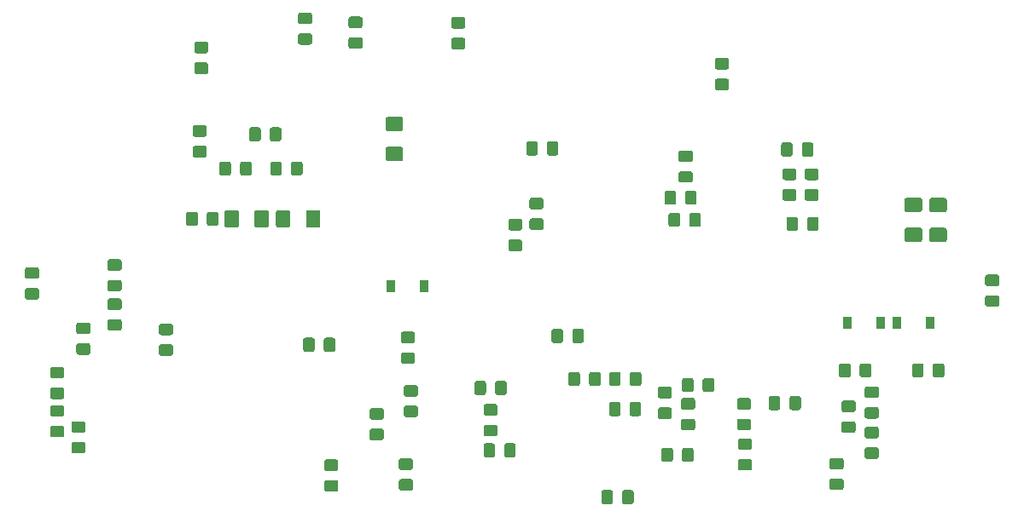
<source format=gbr>
G04 #@! TF.GenerationSoftware,KiCad,Pcbnew,(5.1.5)-3*
G04 #@! TF.CreationDate,2020-02-17T02:28:38-05:00*
G04 #@! TF.ProjectId,Preamplifier,50726561-6d70-46c6-9966-6965722e6b69,rev?*
G04 #@! TF.SameCoordinates,Original*
G04 #@! TF.FileFunction,Paste,Bot*
G04 #@! TF.FilePolarity,Positive*
%FSLAX46Y46*%
G04 Gerber Fmt 4.6, Leading zero omitted, Abs format (unit mm)*
G04 Created by KiCad (PCBNEW (5.1.5)-3) date 2020-02-17 02:28:38*
%MOMM*%
%LPD*%
G04 APERTURE LIST*
%ADD10R,0.900000X1.200000*%
%ADD11C,0.100000*%
G04 APERTURE END LIST*
D10*
X87675000Y-81450000D03*
X84375000Y-81450000D03*
X92575000Y-81450000D03*
X89275000Y-81450000D03*
X39100000Y-77750000D03*
X42400000Y-77750000D03*
D11*
G36*
X84999505Y-91201204D02*
G01*
X85023773Y-91204804D01*
X85047572Y-91210765D01*
X85070671Y-91219030D01*
X85092850Y-91229520D01*
X85113893Y-91242132D01*
X85133599Y-91256747D01*
X85151777Y-91273223D01*
X85168253Y-91291401D01*
X85182868Y-91311107D01*
X85195480Y-91332150D01*
X85205970Y-91354329D01*
X85214235Y-91377428D01*
X85220196Y-91401227D01*
X85223796Y-91425495D01*
X85225000Y-91449999D01*
X85225000Y-92100001D01*
X85223796Y-92124505D01*
X85220196Y-92148773D01*
X85214235Y-92172572D01*
X85205970Y-92195671D01*
X85195480Y-92217850D01*
X85182868Y-92238893D01*
X85168253Y-92258599D01*
X85151777Y-92276777D01*
X85133599Y-92293253D01*
X85113893Y-92307868D01*
X85092850Y-92320480D01*
X85070671Y-92330970D01*
X85047572Y-92339235D01*
X85023773Y-92345196D01*
X84999505Y-92348796D01*
X84975001Y-92350000D01*
X84074999Y-92350000D01*
X84050495Y-92348796D01*
X84026227Y-92345196D01*
X84002428Y-92339235D01*
X83979329Y-92330970D01*
X83957150Y-92320480D01*
X83936107Y-92307868D01*
X83916401Y-92293253D01*
X83898223Y-92276777D01*
X83881747Y-92258599D01*
X83867132Y-92238893D01*
X83854520Y-92217850D01*
X83844030Y-92195671D01*
X83835765Y-92172572D01*
X83829804Y-92148773D01*
X83826204Y-92124505D01*
X83825000Y-92100001D01*
X83825000Y-91449999D01*
X83826204Y-91425495D01*
X83829804Y-91401227D01*
X83835765Y-91377428D01*
X83844030Y-91354329D01*
X83854520Y-91332150D01*
X83867132Y-91311107D01*
X83881747Y-91291401D01*
X83898223Y-91273223D01*
X83916401Y-91256747D01*
X83936107Y-91242132D01*
X83957150Y-91229520D01*
X83979329Y-91219030D01*
X84002428Y-91210765D01*
X84026227Y-91204804D01*
X84050495Y-91201204D01*
X84074999Y-91200000D01*
X84975001Y-91200000D01*
X84999505Y-91201204D01*
G37*
G36*
X84999505Y-89151204D02*
G01*
X85023773Y-89154804D01*
X85047572Y-89160765D01*
X85070671Y-89169030D01*
X85092850Y-89179520D01*
X85113893Y-89192132D01*
X85133599Y-89206747D01*
X85151777Y-89223223D01*
X85168253Y-89241401D01*
X85182868Y-89261107D01*
X85195480Y-89282150D01*
X85205970Y-89304329D01*
X85214235Y-89327428D01*
X85220196Y-89351227D01*
X85223796Y-89375495D01*
X85225000Y-89399999D01*
X85225000Y-90050001D01*
X85223796Y-90074505D01*
X85220196Y-90098773D01*
X85214235Y-90122572D01*
X85205970Y-90145671D01*
X85195480Y-90167850D01*
X85182868Y-90188893D01*
X85168253Y-90208599D01*
X85151777Y-90226777D01*
X85133599Y-90243253D01*
X85113893Y-90257868D01*
X85092850Y-90270480D01*
X85070671Y-90280970D01*
X85047572Y-90289235D01*
X85023773Y-90295196D01*
X84999505Y-90298796D01*
X84975001Y-90300000D01*
X84074999Y-90300000D01*
X84050495Y-90298796D01*
X84026227Y-90295196D01*
X84002428Y-90289235D01*
X83979329Y-90280970D01*
X83957150Y-90270480D01*
X83936107Y-90257868D01*
X83916401Y-90243253D01*
X83898223Y-90226777D01*
X83881747Y-90208599D01*
X83867132Y-90188893D01*
X83854520Y-90167850D01*
X83844030Y-90145671D01*
X83835765Y-90122572D01*
X83829804Y-90098773D01*
X83826204Y-90074505D01*
X83825000Y-90050001D01*
X83825000Y-89399999D01*
X83826204Y-89375495D01*
X83829804Y-89351227D01*
X83835765Y-89327428D01*
X83844030Y-89304329D01*
X83854520Y-89282150D01*
X83867132Y-89261107D01*
X83881747Y-89241401D01*
X83898223Y-89223223D01*
X83916401Y-89206747D01*
X83936107Y-89192132D01*
X83957150Y-89179520D01*
X83979329Y-89169030D01*
X84002428Y-89160765D01*
X84026227Y-89154804D01*
X84050495Y-89151204D01*
X84074999Y-89150000D01*
X84975001Y-89150000D01*
X84999505Y-89151204D01*
G37*
G36*
X12174505Y-75101204D02*
G01*
X12198773Y-75104804D01*
X12222572Y-75110765D01*
X12245671Y-75119030D01*
X12267850Y-75129520D01*
X12288893Y-75142132D01*
X12308599Y-75156747D01*
X12326777Y-75173223D01*
X12343253Y-75191401D01*
X12357868Y-75211107D01*
X12370480Y-75232150D01*
X12380970Y-75254329D01*
X12389235Y-75277428D01*
X12395196Y-75301227D01*
X12398796Y-75325495D01*
X12400000Y-75349999D01*
X12400000Y-76000001D01*
X12398796Y-76024505D01*
X12395196Y-76048773D01*
X12389235Y-76072572D01*
X12380970Y-76095671D01*
X12370480Y-76117850D01*
X12357868Y-76138893D01*
X12343253Y-76158599D01*
X12326777Y-76176777D01*
X12308599Y-76193253D01*
X12288893Y-76207868D01*
X12267850Y-76220480D01*
X12245671Y-76230970D01*
X12222572Y-76239235D01*
X12198773Y-76245196D01*
X12174505Y-76248796D01*
X12150001Y-76250000D01*
X11249999Y-76250000D01*
X11225495Y-76248796D01*
X11201227Y-76245196D01*
X11177428Y-76239235D01*
X11154329Y-76230970D01*
X11132150Y-76220480D01*
X11111107Y-76207868D01*
X11091401Y-76193253D01*
X11073223Y-76176777D01*
X11056747Y-76158599D01*
X11042132Y-76138893D01*
X11029520Y-76117850D01*
X11019030Y-76095671D01*
X11010765Y-76072572D01*
X11004804Y-76048773D01*
X11001204Y-76024505D01*
X11000000Y-76000001D01*
X11000000Y-75349999D01*
X11001204Y-75325495D01*
X11004804Y-75301227D01*
X11010765Y-75277428D01*
X11019030Y-75254329D01*
X11029520Y-75232150D01*
X11042132Y-75211107D01*
X11056747Y-75191401D01*
X11073223Y-75173223D01*
X11091401Y-75156747D01*
X11111107Y-75142132D01*
X11132150Y-75129520D01*
X11154329Y-75119030D01*
X11177428Y-75110765D01*
X11201227Y-75104804D01*
X11225495Y-75101204D01*
X11249999Y-75100000D01*
X12150001Y-75100000D01*
X12174505Y-75101204D01*
G37*
G36*
X12174505Y-77151204D02*
G01*
X12198773Y-77154804D01*
X12222572Y-77160765D01*
X12245671Y-77169030D01*
X12267850Y-77179520D01*
X12288893Y-77192132D01*
X12308599Y-77206747D01*
X12326777Y-77223223D01*
X12343253Y-77241401D01*
X12357868Y-77261107D01*
X12370480Y-77282150D01*
X12380970Y-77304329D01*
X12389235Y-77327428D01*
X12395196Y-77351227D01*
X12398796Y-77375495D01*
X12400000Y-77399999D01*
X12400000Y-78050001D01*
X12398796Y-78074505D01*
X12395196Y-78098773D01*
X12389235Y-78122572D01*
X12380970Y-78145671D01*
X12370480Y-78167850D01*
X12357868Y-78188893D01*
X12343253Y-78208599D01*
X12326777Y-78226777D01*
X12308599Y-78243253D01*
X12288893Y-78257868D01*
X12267850Y-78270480D01*
X12245671Y-78280970D01*
X12222572Y-78289235D01*
X12198773Y-78295196D01*
X12174505Y-78298796D01*
X12150001Y-78300000D01*
X11249999Y-78300000D01*
X11225495Y-78298796D01*
X11201227Y-78295196D01*
X11177428Y-78289235D01*
X11154329Y-78280970D01*
X11132150Y-78270480D01*
X11111107Y-78257868D01*
X11091401Y-78243253D01*
X11073223Y-78226777D01*
X11056747Y-78208599D01*
X11042132Y-78188893D01*
X11029520Y-78167850D01*
X11019030Y-78145671D01*
X11010765Y-78122572D01*
X11004804Y-78098773D01*
X11001204Y-78074505D01*
X11000000Y-78050001D01*
X11000000Y-77399999D01*
X11001204Y-77375495D01*
X11004804Y-77351227D01*
X11010765Y-77327428D01*
X11019030Y-77304329D01*
X11029520Y-77282150D01*
X11042132Y-77261107D01*
X11056747Y-77241401D01*
X11073223Y-77223223D01*
X11091401Y-77206747D01*
X11111107Y-77192132D01*
X11132150Y-77179520D01*
X11154329Y-77169030D01*
X11177428Y-77160765D01*
X11201227Y-77154804D01*
X11225495Y-77151204D01*
X11249999Y-77150000D01*
X12150001Y-77150000D01*
X12174505Y-77151204D01*
G37*
G36*
X9074505Y-81401204D02*
G01*
X9098773Y-81404804D01*
X9122572Y-81410765D01*
X9145671Y-81419030D01*
X9167850Y-81429520D01*
X9188893Y-81442132D01*
X9208599Y-81456747D01*
X9226777Y-81473223D01*
X9243253Y-81491401D01*
X9257868Y-81511107D01*
X9270480Y-81532150D01*
X9280970Y-81554329D01*
X9289235Y-81577428D01*
X9295196Y-81601227D01*
X9298796Y-81625495D01*
X9300000Y-81649999D01*
X9300000Y-82300001D01*
X9298796Y-82324505D01*
X9295196Y-82348773D01*
X9289235Y-82372572D01*
X9280970Y-82395671D01*
X9270480Y-82417850D01*
X9257868Y-82438893D01*
X9243253Y-82458599D01*
X9226777Y-82476777D01*
X9208599Y-82493253D01*
X9188893Y-82507868D01*
X9167850Y-82520480D01*
X9145671Y-82530970D01*
X9122572Y-82539235D01*
X9098773Y-82545196D01*
X9074505Y-82548796D01*
X9050001Y-82550000D01*
X8149999Y-82550000D01*
X8125495Y-82548796D01*
X8101227Y-82545196D01*
X8077428Y-82539235D01*
X8054329Y-82530970D01*
X8032150Y-82520480D01*
X8011107Y-82507868D01*
X7991401Y-82493253D01*
X7973223Y-82476777D01*
X7956747Y-82458599D01*
X7942132Y-82438893D01*
X7929520Y-82417850D01*
X7919030Y-82395671D01*
X7910765Y-82372572D01*
X7904804Y-82348773D01*
X7901204Y-82324505D01*
X7900000Y-82300001D01*
X7900000Y-81649999D01*
X7901204Y-81625495D01*
X7904804Y-81601227D01*
X7910765Y-81577428D01*
X7919030Y-81554329D01*
X7929520Y-81532150D01*
X7942132Y-81511107D01*
X7956747Y-81491401D01*
X7973223Y-81473223D01*
X7991401Y-81456747D01*
X8011107Y-81442132D01*
X8032150Y-81429520D01*
X8054329Y-81419030D01*
X8077428Y-81410765D01*
X8101227Y-81404804D01*
X8125495Y-81401204D01*
X8149999Y-81400000D01*
X9050001Y-81400000D01*
X9074505Y-81401204D01*
G37*
G36*
X9074505Y-83451204D02*
G01*
X9098773Y-83454804D01*
X9122572Y-83460765D01*
X9145671Y-83469030D01*
X9167850Y-83479520D01*
X9188893Y-83492132D01*
X9208599Y-83506747D01*
X9226777Y-83523223D01*
X9243253Y-83541401D01*
X9257868Y-83561107D01*
X9270480Y-83582150D01*
X9280970Y-83604329D01*
X9289235Y-83627428D01*
X9295196Y-83651227D01*
X9298796Y-83675495D01*
X9300000Y-83699999D01*
X9300000Y-84350001D01*
X9298796Y-84374505D01*
X9295196Y-84398773D01*
X9289235Y-84422572D01*
X9280970Y-84445671D01*
X9270480Y-84467850D01*
X9257868Y-84488893D01*
X9243253Y-84508599D01*
X9226777Y-84526777D01*
X9208599Y-84543253D01*
X9188893Y-84557868D01*
X9167850Y-84570480D01*
X9145671Y-84580970D01*
X9122572Y-84589235D01*
X9098773Y-84595196D01*
X9074505Y-84598796D01*
X9050001Y-84600000D01*
X8149999Y-84600000D01*
X8125495Y-84598796D01*
X8101227Y-84595196D01*
X8077428Y-84589235D01*
X8054329Y-84580970D01*
X8032150Y-84570480D01*
X8011107Y-84557868D01*
X7991401Y-84543253D01*
X7973223Y-84526777D01*
X7956747Y-84508599D01*
X7942132Y-84488893D01*
X7929520Y-84467850D01*
X7919030Y-84445671D01*
X7910765Y-84422572D01*
X7904804Y-84398773D01*
X7901204Y-84374505D01*
X7900000Y-84350001D01*
X7900000Y-83699999D01*
X7901204Y-83675495D01*
X7904804Y-83651227D01*
X7910765Y-83627428D01*
X7919030Y-83604329D01*
X7929520Y-83582150D01*
X7942132Y-83561107D01*
X7956747Y-83541401D01*
X7973223Y-83523223D01*
X7991401Y-83506747D01*
X8011107Y-83492132D01*
X8032150Y-83479520D01*
X8054329Y-83469030D01*
X8077428Y-83460765D01*
X8101227Y-83454804D01*
X8125495Y-83451204D01*
X8149999Y-83450000D01*
X9050001Y-83450000D01*
X9074505Y-83451204D01*
G37*
G36*
X41274505Y-82301204D02*
G01*
X41298773Y-82304804D01*
X41322572Y-82310765D01*
X41345671Y-82319030D01*
X41367850Y-82329520D01*
X41388893Y-82342132D01*
X41408599Y-82356747D01*
X41426777Y-82373223D01*
X41443253Y-82391401D01*
X41457868Y-82411107D01*
X41470480Y-82432150D01*
X41480970Y-82454329D01*
X41489235Y-82477428D01*
X41495196Y-82501227D01*
X41498796Y-82525495D01*
X41500000Y-82549999D01*
X41500000Y-83200001D01*
X41498796Y-83224505D01*
X41495196Y-83248773D01*
X41489235Y-83272572D01*
X41480970Y-83295671D01*
X41470480Y-83317850D01*
X41457868Y-83338893D01*
X41443253Y-83358599D01*
X41426777Y-83376777D01*
X41408599Y-83393253D01*
X41388893Y-83407868D01*
X41367850Y-83420480D01*
X41345671Y-83430970D01*
X41322572Y-83439235D01*
X41298773Y-83445196D01*
X41274505Y-83448796D01*
X41250001Y-83450000D01*
X40349999Y-83450000D01*
X40325495Y-83448796D01*
X40301227Y-83445196D01*
X40277428Y-83439235D01*
X40254329Y-83430970D01*
X40232150Y-83420480D01*
X40211107Y-83407868D01*
X40191401Y-83393253D01*
X40173223Y-83376777D01*
X40156747Y-83358599D01*
X40142132Y-83338893D01*
X40129520Y-83317850D01*
X40119030Y-83295671D01*
X40110765Y-83272572D01*
X40104804Y-83248773D01*
X40101204Y-83224505D01*
X40100000Y-83200001D01*
X40100000Y-82549999D01*
X40101204Y-82525495D01*
X40104804Y-82501227D01*
X40110765Y-82477428D01*
X40119030Y-82454329D01*
X40129520Y-82432150D01*
X40142132Y-82411107D01*
X40156747Y-82391401D01*
X40173223Y-82373223D01*
X40191401Y-82356747D01*
X40211107Y-82342132D01*
X40232150Y-82329520D01*
X40254329Y-82319030D01*
X40277428Y-82310765D01*
X40301227Y-82304804D01*
X40325495Y-82301204D01*
X40349999Y-82300000D01*
X41250001Y-82300000D01*
X41274505Y-82301204D01*
G37*
G36*
X41274505Y-84351204D02*
G01*
X41298773Y-84354804D01*
X41322572Y-84360765D01*
X41345671Y-84369030D01*
X41367850Y-84379520D01*
X41388893Y-84392132D01*
X41408599Y-84406747D01*
X41426777Y-84423223D01*
X41443253Y-84441401D01*
X41457868Y-84461107D01*
X41470480Y-84482150D01*
X41480970Y-84504329D01*
X41489235Y-84527428D01*
X41495196Y-84551227D01*
X41498796Y-84575495D01*
X41500000Y-84599999D01*
X41500000Y-85250001D01*
X41498796Y-85274505D01*
X41495196Y-85298773D01*
X41489235Y-85322572D01*
X41480970Y-85345671D01*
X41470480Y-85367850D01*
X41457868Y-85388893D01*
X41443253Y-85408599D01*
X41426777Y-85426777D01*
X41408599Y-85443253D01*
X41388893Y-85457868D01*
X41367850Y-85470480D01*
X41345671Y-85480970D01*
X41322572Y-85489235D01*
X41298773Y-85495196D01*
X41274505Y-85498796D01*
X41250001Y-85500000D01*
X40349999Y-85500000D01*
X40325495Y-85498796D01*
X40301227Y-85495196D01*
X40277428Y-85489235D01*
X40254329Y-85480970D01*
X40232150Y-85470480D01*
X40211107Y-85457868D01*
X40191401Y-85443253D01*
X40173223Y-85426777D01*
X40156747Y-85408599D01*
X40142132Y-85388893D01*
X40129520Y-85367850D01*
X40119030Y-85345671D01*
X40110765Y-85322572D01*
X40104804Y-85298773D01*
X40101204Y-85274505D01*
X40100000Y-85250001D01*
X40100000Y-84599999D01*
X40101204Y-84575495D01*
X40104804Y-84551227D01*
X40110765Y-84527428D01*
X40119030Y-84504329D01*
X40129520Y-84482150D01*
X40142132Y-84461107D01*
X40156747Y-84441401D01*
X40173223Y-84423223D01*
X40191401Y-84406747D01*
X40211107Y-84392132D01*
X40232150Y-84379520D01*
X40254329Y-84369030D01*
X40277428Y-84360765D01*
X40301227Y-84354804D01*
X40325495Y-84351204D01*
X40349999Y-84350000D01*
X41250001Y-84350000D01*
X41274505Y-84351204D01*
G37*
G36*
X38174505Y-91951204D02*
G01*
X38198773Y-91954804D01*
X38222572Y-91960765D01*
X38245671Y-91969030D01*
X38267850Y-91979520D01*
X38288893Y-91992132D01*
X38308599Y-92006747D01*
X38326777Y-92023223D01*
X38343253Y-92041401D01*
X38357868Y-92061107D01*
X38370480Y-92082150D01*
X38380970Y-92104329D01*
X38389235Y-92127428D01*
X38395196Y-92151227D01*
X38398796Y-92175495D01*
X38400000Y-92199999D01*
X38400000Y-92850001D01*
X38398796Y-92874505D01*
X38395196Y-92898773D01*
X38389235Y-92922572D01*
X38380970Y-92945671D01*
X38370480Y-92967850D01*
X38357868Y-92988893D01*
X38343253Y-93008599D01*
X38326777Y-93026777D01*
X38308599Y-93043253D01*
X38288893Y-93057868D01*
X38267850Y-93070480D01*
X38245671Y-93080970D01*
X38222572Y-93089235D01*
X38198773Y-93095196D01*
X38174505Y-93098796D01*
X38150001Y-93100000D01*
X37249999Y-93100000D01*
X37225495Y-93098796D01*
X37201227Y-93095196D01*
X37177428Y-93089235D01*
X37154329Y-93080970D01*
X37132150Y-93070480D01*
X37111107Y-93057868D01*
X37091401Y-93043253D01*
X37073223Y-93026777D01*
X37056747Y-93008599D01*
X37042132Y-92988893D01*
X37029520Y-92967850D01*
X37019030Y-92945671D01*
X37010765Y-92922572D01*
X37004804Y-92898773D01*
X37001204Y-92874505D01*
X37000000Y-92850001D01*
X37000000Y-92199999D01*
X37001204Y-92175495D01*
X37004804Y-92151227D01*
X37010765Y-92127428D01*
X37019030Y-92104329D01*
X37029520Y-92082150D01*
X37042132Y-92061107D01*
X37056747Y-92041401D01*
X37073223Y-92023223D01*
X37091401Y-92006747D01*
X37111107Y-91992132D01*
X37132150Y-91979520D01*
X37154329Y-91969030D01*
X37177428Y-91960765D01*
X37201227Y-91954804D01*
X37225495Y-91951204D01*
X37249999Y-91950000D01*
X38150001Y-91950000D01*
X38174505Y-91951204D01*
G37*
G36*
X38174505Y-89901204D02*
G01*
X38198773Y-89904804D01*
X38222572Y-89910765D01*
X38245671Y-89919030D01*
X38267850Y-89929520D01*
X38288893Y-89942132D01*
X38308599Y-89956747D01*
X38326777Y-89973223D01*
X38343253Y-89991401D01*
X38357868Y-90011107D01*
X38370480Y-90032150D01*
X38380970Y-90054329D01*
X38389235Y-90077428D01*
X38395196Y-90101227D01*
X38398796Y-90125495D01*
X38400000Y-90149999D01*
X38400000Y-90800001D01*
X38398796Y-90824505D01*
X38395196Y-90848773D01*
X38389235Y-90872572D01*
X38380970Y-90895671D01*
X38370480Y-90917850D01*
X38357868Y-90938893D01*
X38343253Y-90958599D01*
X38326777Y-90976777D01*
X38308599Y-90993253D01*
X38288893Y-91007868D01*
X38267850Y-91020480D01*
X38245671Y-91030970D01*
X38222572Y-91039235D01*
X38198773Y-91045196D01*
X38174505Y-91048796D01*
X38150001Y-91050000D01*
X37249999Y-91050000D01*
X37225495Y-91048796D01*
X37201227Y-91045196D01*
X37177428Y-91039235D01*
X37154329Y-91030970D01*
X37132150Y-91020480D01*
X37111107Y-91007868D01*
X37091401Y-90993253D01*
X37073223Y-90976777D01*
X37056747Y-90958599D01*
X37042132Y-90938893D01*
X37029520Y-90917850D01*
X37019030Y-90895671D01*
X37010765Y-90872572D01*
X37004804Y-90848773D01*
X37001204Y-90824505D01*
X37000000Y-90800001D01*
X37000000Y-90149999D01*
X37001204Y-90125495D01*
X37004804Y-90101227D01*
X37010765Y-90077428D01*
X37019030Y-90054329D01*
X37029520Y-90032150D01*
X37042132Y-90011107D01*
X37056747Y-89991401D01*
X37073223Y-89973223D01*
X37091401Y-89956747D01*
X37111107Y-89942132D01*
X37132150Y-89929520D01*
X37154329Y-89919030D01*
X37177428Y-89910765D01*
X37201227Y-89904804D01*
X37225495Y-89901204D01*
X37249999Y-89900000D01*
X38150001Y-89900000D01*
X38174505Y-89901204D01*
G37*
G36*
X87299505Y-89801204D02*
G01*
X87323773Y-89804804D01*
X87347572Y-89810765D01*
X87370671Y-89819030D01*
X87392850Y-89829520D01*
X87413893Y-89842132D01*
X87433599Y-89856747D01*
X87451777Y-89873223D01*
X87468253Y-89891401D01*
X87482868Y-89911107D01*
X87495480Y-89932150D01*
X87505970Y-89954329D01*
X87514235Y-89977428D01*
X87520196Y-90001227D01*
X87523796Y-90025495D01*
X87525000Y-90049999D01*
X87525000Y-90700001D01*
X87523796Y-90724505D01*
X87520196Y-90748773D01*
X87514235Y-90772572D01*
X87505970Y-90795671D01*
X87495480Y-90817850D01*
X87482868Y-90838893D01*
X87468253Y-90858599D01*
X87451777Y-90876777D01*
X87433599Y-90893253D01*
X87413893Y-90907868D01*
X87392850Y-90920480D01*
X87370671Y-90930970D01*
X87347572Y-90939235D01*
X87323773Y-90945196D01*
X87299505Y-90948796D01*
X87275001Y-90950000D01*
X86374999Y-90950000D01*
X86350495Y-90948796D01*
X86326227Y-90945196D01*
X86302428Y-90939235D01*
X86279329Y-90930970D01*
X86257150Y-90920480D01*
X86236107Y-90907868D01*
X86216401Y-90893253D01*
X86198223Y-90876777D01*
X86181747Y-90858599D01*
X86167132Y-90838893D01*
X86154520Y-90817850D01*
X86144030Y-90795671D01*
X86135765Y-90772572D01*
X86129804Y-90748773D01*
X86126204Y-90724505D01*
X86125000Y-90700001D01*
X86125000Y-90049999D01*
X86126204Y-90025495D01*
X86129804Y-90001227D01*
X86135765Y-89977428D01*
X86144030Y-89954329D01*
X86154520Y-89932150D01*
X86167132Y-89911107D01*
X86181747Y-89891401D01*
X86198223Y-89873223D01*
X86216401Y-89856747D01*
X86236107Y-89842132D01*
X86257150Y-89829520D01*
X86279329Y-89819030D01*
X86302428Y-89810765D01*
X86326227Y-89804804D01*
X86350495Y-89801204D01*
X86374999Y-89800000D01*
X87275001Y-89800000D01*
X87299505Y-89801204D01*
G37*
G36*
X87299505Y-87751204D02*
G01*
X87323773Y-87754804D01*
X87347572Y-87760765D01*
X87370671Y-87769030D01*
X87392850Y-87779520D01*
X87413893Y-87792132D01*
X87433599Y-87806747D01*
X87451777Y-87823223D01*
X87468253Y-87841401D01*
X87482868Y-87861107D01*
X87495480Y-87882150D01*
X87505970Y-87904329D01*
X87514235Y-87927428D01*
X87520196Y-87951227D01*
X87523796Y-87975495D01*
X87525000Y-87999999D01*
X87525000Y-88650001D01*
X87523796Y-88674505D01*
X87520196Y-88698773D01*
X87514235Y-88722572D01*
X87505970Y-88745671D01*
X87495480Y-88767850D01*
X87482868Y-88788893D01*
X87468253Y-88808599D01*
X87451777Y-88826777D01*
X87433599Y-88843253D01*
X87413893Y-88857868D01*
X87392850Y-88870480D01*
X87370671Y-88880970D01*
X87347572Y-88889235D01*
X87323773Y-88895196D01*
X87299505Y-88898796D01*
X87275001Y-88900000D01*
X86374999Y-88900000D01*
X86350495Y-88898796D01*
X86326227Y-88895196D01*
X86302428Y-88889235D01*
X86279329Y-88880970D01*
X86257150Y-88870480D01*
X86236107Y-88857868D01*
X86216401Y-88843253D01*
X86198223Y-88826777D01*
X86181747Y-88808599D01*
X86167132Y-88788893D01*
X86154520Y-88767850D01*
X86144030Y-88745671D01*
X86135765Y-88722572D01*
X86129804Y-88698773D01*
X86126204Y-88674505D01*
X86125000Y-88650001D01*
X86125000Y-87999999D01*
X86126204Y-87975495D01*
X86129804Y-87951227D01*
X86135765Y-87927428D01*
X86144030Y-87904329D01*
X86154520Y-87882150D01*
X86167132Y-87861107D01*
X86181747Y-87841401D01*
X86198223Y-87823223D01*
X86216401Y-87806747D01*
X86236107Y-87792132D01*
X86257150Y-87779520D01*
X86279329Y-87769030D01*
X86302428Y-87760765D01*
X86326227Y-87754804D01*
X86350495Y-87751204D01*
X86374999Y-87750000D01*
X87275001Y-87750000D01*
X87299505Y-87751204D01*
G37*
G36*
X83799505Y-94851204D02*
G01*
X83823773Y-94854804D01*
X83847572Y-94860765D01*
X83870671Y-94869030D01*
X83892850Y-94879520D01*
X83913893Y-94892132D01*
X83933599Y-94906747D01*
X83951777Y-94923223D01*
X83968253Y-94941401D01*
X83982868Y-94961107D01*
X83995480Y-94982150D01*
X84005970Y-95004329D01*
X84014235Y-95027428D01*
X84020196Y-95051227D01*
X84023796Y-95075495D01*
X84025000Y-95099999D01*
X84025000Y-95750001D01*
X84023796Y-95774505D01*
X84020196Y-95798773D01*
X84014235Y-95822572D01*
X84005970Y-95845671D01*
X83995480Y-95867850D01*
X83982868Y-95888893D01*
X83968253Y-95908599D01*
X83951777Y-95926777D01*
X83933599Y-95943253D01*
X83913893Y-95957868D01*
X83892850Y-95970480D01*
X83870671Y-95980970D01*
X83847572Y-95989235D01*
X83823773Y-95995196D01*
X83799505Y-95998796D01*
X83775001Y-96000000D01*
X82874999Y-96000000D01*
X82850495Y-95998796D01*
X82826227Y-95995196D01*
X82802428Y-95989235D01*
X82779329Y-95980970D01*
X82757150Y-95970480D01*
X82736107Y-95957868D01*
X82716401Y-95943253D01*
X82698223Y-95926777D01*
X82681747Y-95908599D01*
X82667132Y-95888893D01*
X82654520Y-95867850D01*
X82644030Y-95845671D01*
X82635765Y-95822572D01*
X82629804Y-95798773D01*
X82626204Y-95774505D01*
X82625000Y-95750001D01*
X82625000Y-95099999D01*
X82626204Y-95075495D01*
X82629804Y-95051227D01*
X82635765Y-95027428D01*
X82644030Y-95004329D01*
X82654520Y-94982150D01*
X82667132Y-94961107D01*
X82681747Y-94941401D01*
X82698223Y-94923223D01*
X82716401Y-94906747D01*
X82736107Y-94892132D01*
X82757150Y-94879520D01*
X82779329Y-94869030D01*
X82802428Y-94860765D01*
X82826227Y-94854804D01*
X82850495Y-94851204D01*
X82874999Y-94850000D01*
X83775001Y-94850000D01*
X83799505Y-94851204D01*
G37*
G36*
X83799505Y-96901204D02*
G01*
X83823773Y-96904804D01*
X83847572Y-96910765D01*
X83870671Y-96919030D01*
X83892850Y-96929520D01*
X83913893Y-96942132D01*
X83933599Y-96956747D01*
X83951777Y-96973223D01*
X83968253Y-96991401D01*
X83982868Y-97011107D01*
X83995480Y-97032150D01*
X84005970Y-97054329D01*
X84014235Y-97077428D01*
X84020196Y-97101227D01*
X84023796Y-97125495D01*
X84025000Y-97149999D01*
X84025000Y-97800001D01*
X84023796Y-97824505D01*
X84020196Y-97848773D01*
X84014235Y-97872572D01*
X84005970Y-97895671D01*
X83995480Y-97917850D01*
X83982868Y-97938893D01*
X83968253Y-97958599D01*
X83951777Y-97976777D01*
X83933599Y-97993253D01*
X83913893Y-98007868D01*
X83892850Y-98020480D01*
X83870671Y-98030970D01*
X83847572Y-98039235D01*
X83823773Y-98045196D01*
X83799505Y-98048796D01*
X83775001Y-98050000D01*
X82874999Y-98050000D01*
X82850495Y-98048796D01*
X82826227Y-98045196D01*
X82802428Y-98039235D01*
X82779329Y-98030970D01*
X82757150Y-98020480D01*
X82736107Y-98007868D01*
X82716401Y-97993253D01*
X82698223Y-97976777D01*
X82681747Y-97958599D01*
X82667132Y-97938893D01*
X82654520Y-97917850D01*
X82644030Y-97895671D01*
X82635765Y-97872572D01*
X82629804Y-97848773D01*
X82626204Y-97824505D01*
X82625000Y-97800001D01*
X82625000Y-97149999D01*
X82626204Y-97125495D01*
X82629804Y-97101227D01*
X82635765Y-97077428D01*
X82644030Y-97054329D01*
X82654520Y-97032150D01*
X82667132Y-97011107D01*
X82681747Y-96991401D01*
X82698223Y-96973223D01*
X82716401Y-96956747D01*
X82736107Y-96942132D01*
X82757150Y-96929520D01*
X82779329Y-96919030D01*
X82802428Y-96910765D01*
X82826227Y-96904804D01*
X82850495Y-96901204D01*
X82874999Y-96900000D01*
X83775001Y-96900000D01*
X83799505Y-96901204D01*
G37*
G36*
X66774505Y-89831204D02*
G01*
X66798773Y-89834804D01*
X66822572Y-89840765D01*
X66845671Y-89849030D01*
X66867850Y-89859520D01*
X66888893Y-89872132D01*
X66908599Y-89886747D01*
X66926777Y-89903223D01*
X66943253Y-89921401D01*
X66957868Y-89941107D01*
X66970480Y-89962150D01*
X66980970Y-89984329D01*
X66989235Y-90007428D01*
X66995196Y-90031227D01*
X66998796Y-90055495D01*
X67000000Y-90079999D01*
X67000000Y-90730001D01*
X66998796Y-90754505D01*
X66995196Y-90778773D01*
X66989235Y-90802572D01*
X66980970Y-90825671D01*
X66970480Y-90847850D01*
X66957868Y-90868893D01*
X66943253Y-90888599D01*
X66926777Y-90906777D01*
X66908599Y-90923253D01*
X66888893Y-90937868D01*
X66867850Y-90950480D01*
X66845671Y-90960970D01*
X66822572Y-90969235D01*
X66798773Y-90975196D01*
X66774505Y-90978796D01*
X66750001Y-90980000D01*
X65849999Y-90980000D01*
X65825495Y-90978796D01*
X65801227Y-90975196D01*
X65777428Y-90969235D01*
X65754329Y-90960970D01*
X65732150Y-90950480D01*
X65711107Y-90937868D01*
X65691401Y-90923253D01*
X65673223Y-90906777D01*
X65656747Y-90888599D01*
X65642132Y-90868893D01*
X65629520Y-90847850D01*
X65619030Y-90825671D01*
X65610765Y-90802572D01*
X65604804Y-90778773D01*
X65601204Y-90754505D01*
X65600000Y-90730001D01*
X65600000Y-90079999D01*
X65601204Y-90055495D01*
X65604804Y-90031227D01*
X65610765Y-90007428D01*
X65619030Y-89984329D01*
X65629520Y-89962150D01*
X65642132Y-89941107D01*
X65656747Y-89921401D01*
X65673223Y-89903223D01*
X65691401Y-89886747D01*
X65711107Y-89872132D01*
X65732150Y-89859520D01*
X65754329Y-89849030D01*
X65777428Y-89840765D01*
X65801227Y-89834804D01*
X65825495Y-89831204D01*
X65849999Y-89830000D01*
X66750001Y-89830000D01*
X66774505Y-89831204D01*
G37*
G36*
X66774505Y-87781204D02*
G01*
X66798773Y-87784804D01*
X66822572Y-87790765D01*
X66845671Y-87799030D01*
X66867850Y-87809520D01*
X66888893Y-87822132D01*
X66908599Y-87836747D01*
X66926777Y-87853223D01*
X66943253Y-87871401D01*
X66957868Y-87891107D01*
X66970480Y-87912150D01*
X66980970Y-87934329D01*
X66989235Y-87957428D01*
X66995196Y-87981227D01*
X66998796Y-88005495D01*
X67000000Y-88029999D01*
X67000000Y-88680001D01*
X66998796Y-88704505D01*
X66995196Y-88728773D01*
X66989235Y-88752572D01*
X66980970Y-88775671D01*
X66970480Y-88797850D01*
X66957868Y-88818893D01*
X66943253Y-88838599D01*
X66926777Y-88856777D01*
X66908599Y-88873253D01*
X66888893Y-88887868D01*
X66867850Y-88900480D01*
X66845671Y-88910970D01*
X66822572Y-88919235D01*
X66798773Y-88925196D01*
X66774505Y-88928796D01*
X66750001Y-88930000D01*
X65849999Y-88930000D01*
X65825495Y-88928796D01*
X65801227Y-88925196D01*
X65777428Y-88919235D01*
X65754329Y-88910970D01*
X65732150Y-88900480D01*
X65711107Y-88887868D01*
X65691401Y-88873253D01*
X65673223Y-88856777D01*
X65656747Y-88838599D01*
X65642132Y-88818893D01*
X65629520Y-88797850D01*
X65619030Y-88775671D01*
X65610765Y-88752572D01*
X65604804Y-88728773D01*
X65601204Y-88704505D01*
X65600000Y-88680001D01*
X65600000Y-88029999D01*
X65601204Y-88005495D01*
X65604804Y-87981227D01*
X65610765Y-87957428D01*
X65619030Y-87934329D01*
X65629520Y-87912150D01*
X65642132Y-87891107D01*
X65656747Y-87871401D01*
X65673223Y-87853223D01*
X65691401Y-87836747D01*
X65711107Y-87822132D01*
X65732150Y-87809520D01*
X65754329Y-87799030D01*
X65777428Y-87790765D01*
X65801227Y-87784804D01*
X65825495Y-87781204D01*
X65849999Y-87780000D01*
X66750001Y-87780000D01*
X66774505Y-87781204D01*
G37*
G36*
X53464505Y-63391204D02*
G01*
X53488773Y-63394804D01*
X53512572Y-63400765D01*
X53535671Y-63409030D01*
X53557850Y-63419520D01*
X53578893Y-63432132D01*
X53598599Y-63446747D01*
X53616777Y-63463223D01*
X53633253Y-63481401D01*
X53647868Y-63501107D01*
X53660480Y-63522150D01*
X53670970Y-63544329D01*
X53679235Y-63567428D01*
X53685196Y-63591227D01*
X53688796Y-63615495D01*
X53690000Y-63639999D01*
X53690000Y-64540001D01*
X53688796Y-64564505D01*
X53685196Y-64588773D01*
X53679235Y-64612572D01*
X53670970Y-64635671D01*
X53660480Y-64657850D01*
X53647868Y-64678893D01*
X53633253Y-64698599D01*
X53616777Y-64716777D01*
X53598599Y-64733253D01*
X53578893Y-64747868D01*
X53557850Y-64760480D01*
X53535671Y-64770970D01*
X53512572Y-64779235D01*
X53488773Y-64785196D01*
X53464505Y-64788796D01*
X53440001Y-64790000D01*
X52789999Y-64790000D01*
X52765495Y-64788796D01*
X52741227Y-64785196D01*
X52717428Y-64779235D01*
X52694329Y-64770970D01*
X52672150Y-64760480D01*
X52651107Y-64747868D01*
X52631401Y-64733253D01*
X52613223Y-64716777D01*
X52596747Y-64698599D01*
X52582132Y-64678893D01*
X52569520Y-64657850D01*
X52559030Y-64635671D01*
X52550765Y-64612572D01*
X52544804Y-64588773D01*
X52541204Y-64564505D01*
X52540000Y-64540001D01*
X52540000Y-63639999D01*
X52541204Y-63615495D01*
X52544804Y-63591227D01*
X52550765Y-63567428D01*
X52559030Y-63544329D01*
X52569520Y-63522150D01*
X52582132Y-63501107D01*
X52596747Y-63481401D01*
X52613223Y-63463223D01*
X52631401Y-63446747D01*
X52651107Y-63432132D01*
X52672150Y-63419520D01*
X52694329Y-63409030D01*
X52717428Y-63400765D01*
X52741227Y-63394804D01*
X52765495Y-63391204D01*
X52789999Y-63390000D01*
X53440001Y-63390000D01*
X53464505Y-63391204D01*
G37*
G36*
X55514505Y-63391204D02*
G01*
X55538773Y-63394804D01*
X55562572Y-63400765D01*
X55585671Y-63409030D01*
X55607850Y-63419520D01*
X55628893Y-63432132D01*
X55648599Y-63446747D01*
X55666777Y-63463223D01*
X55683253Y-63481401D01*
X55697868Y-63501107D01*
X55710480Y-63522150D01*
X55720970Y-63544329D01*
X55729235Y-63567428D01*
X55735196Y-63591227D01*
X55738796Y-63615495D01*
X55740000Y-63639999D01*
X55740000Y-64540001D01*
X55738796Y-64564505D01*
X55735196Y-64588773D01*
X55729235Y-64612572D01*
X55720970Y-64635671D01*
X55710480Y-64657850D01*
X55697868Y-64678893D01*
X55683253Y-64698599D01*
X55666777Y-64716777D01*
X55648599Y-64733253D01*
X55628893Y-64747868D01*
X55607850Y-64760480D01*
X55585671Y-64770970D01*
X55562572Y-64779235D01*
X55538773Y-64785196D01*
X55514505Y-64788796D01*
X55490001Y-64790000D01*
X54839999Y-64790000D01*
X54815495Y-64788796D01*
X54791227Y-64785196D01*
X54767428Y-64779235D01*
X54744329Y-64770970D01*
X54722150Y-64760480D01*
X54701107Y-64747868D01*
X54681401Y-64733253D01*
X54663223Y-64716777D01*
X54646747Y-64698599D01*
X54632132Y-64678893D01*
X54619520Y-64657850D01*
X54609030Y-64635671D01*
X54600765Y-64612572D01*
X54594804Y-64588773D01*
X54591204Y-64564505D01*
X54590000Y-64540001D01*
X54590000Y-63639999D01*
X54591204Y-63615495D01*
X54594804Y-63591227D01*
X54600765Y-63567428D01*
X54609030Y-63544329D01*
X54619520Y-63522150D01*
X54632132Y-63501107D01*
X54646747Y-63481401D01*
X54663223Y-63463223D01*
X54681401Y-63446747D01*
X54701107Y-63432132D01*
X54722150Y-63419520D01*
X54744329Y-63409030D01*
X54767428Y-63400765D01*
X54791227Y-63394804D01*
X54815495Y-63391204D01*
X54839999Y-63390000D01*
X55490001Y-63390000D01*
X55514505Y-63391204D01*
G37*
G36*
X51934505Y-71091204D02*
G01*
X51958773Y-71094804D01*
X51982572Y-71100765D01*
X52005671Y-71109030D01*
X52027850Y-71119520D01*
X52048893Y-71132132D01*
X52068599Y-71146747D01*
X52086777Y-71163223D01*
X52103253Y-71181401D01*
X52117868Y-71201107D01*
X52130480Y-71222150D01*
X52140970Y-71244329D01*
X52149235Y-71267428D01*
X52155196Y-71291227D01*
X52158796Y-71315495D01*
X52160000Y-71339999D01*
X52160000Y-71990001D01*
X52158796Y-72014505D01*
X52155196Y-72038773D01*
X52149235Y-72062572D01*
X52140970Y-72085671D01*
X52130480Y-72107850D01*
X52117868Y-72128893D01*
X52103253Y-72148599D01*
X52086777Y-72166777D01*
X52068599Y-72183253D01*
X52048893Y-72197868D01*
X52027850Y-72210480D01*
X52005671Y-72220970D01*
X51982572Y-72229235D01*
X51958773Y-72235196D01*
X51934505Y-72238796D01*
X51910001Y-72240000D01*
X51009999Y-72240000D01*
X50985495Y-72238796D01*
X50961227Y-72235196D01*
X50937428Y-72229235D01*
X50914329Y-72220970D01*
X50892150Y-72210480D01*
X50871107Y-72197868D01*
X50851401Y-72183253D01*
X50833223Y-72166777D01*
X50816747Y-72148599D01*
X50802132Y-72128893D01*
X50789520Y-72107850D01*
X50779030Y-72085671D01*
X50770765Y-72062572D01*
X50764804Y-72038773D01*
X50761204Y-72014505D01*
X50760000Y-71990001D01*
X50760000Y-71339999D01*
X50761204Y-71315495D01*
X50764804Y-71291227D01*
X50770765Y-71267428D01*
X50779030Y-71244329D01*
X50789520Y-71222150D01*
X50802132Y-71201107D01*
X50816747Y-71181401D01*
X50833223Y-71163223D01*
X50851401Y-71146747D01*
X50871107Y-71132132D01*
X50892150Y-71119520D01*
X50914329Y-71109030D01*
X50937428Y-71100765D01*
X50961227Y-71094804D01*
X50985495Y-71091204D01*
X51009999Y-71090000D01*
X51910001Y-71090000D01*
X51934505Y-71091204D01*
G37*
G36*
X51934505Y-73141204D02*
G01*
X51958773Y-73144804D01*
X51982572Y-73150765D01*
X52005671Y-73159030D01*
X52027850Y-73169520D01*
X52048893Y-73182132D01*
X52068599Y-73196747D01*
X52086777Y-73213223D01*
X52103253Y-73231401D01*
X52117868Y-73251107D01*
X52130480Y-73272150D01*
X52140970Y-73294329D01*
X52149235Y-73317428D01*
X52155196Y-73341227D01*
X52158796Y-73365495D01*
X52160000Y-73389999D01*
X52160000Y-74040001D01*
X52158796Y-74064505D01*
X52155196Y-74088773D01*
X52149235Y-74112572D01*
X52140970Y-74135671D01*
X52130480Y-74157850D01*
X52117868Y-74178893D01*
X52103253Y-74198599D01*
X52086777Y-74216777D01*
X52068599Y-74233253D01*
X52048893Y-74247868D01*
X52027850Y-74260480D01*
X52005671Y-74270970D01*
X51982572Y-74279235D01*
X51958773Y-74285196D01*
X51934505Y-74288796D01*
X51910001Y-74290000D01*
X51009999Y-74290000D01*
X50985495Y-74288796D01*
X50961227Y-74285196D01*
X50937428Y-74279235D01*
X50914329Y-74270970D01*
X50892150Y-74260480D01*
X50871107Y-74247868D01*
X50851401Y-74233253D01*
X50833223Y-74216777D01*
X50816747Y-74198599D01*
X50802132Y-74178893D01*
X50789520Y-74157850D01*
X50779030Y-74135671D01*
X50770765Y-74112572D01*
X50764804Y-74088773D01*
X50761204Y-74064505D01*
X50760000Y-74040001D01*
X50760000Y-73389999D01*
X50761204Y-73365495D01*
X50764804Y-73341227D01*
X50770765Y-73317428D01*
X50779030Y-73294329D01*
X50789520Y-73272150D01*
X50802132Y-73251107D01*
X50816747Y-73231401D01*
X50833223Y-73213223D01*
X50851401Y-73196747D01*
X50871107Y-73182132D01*
X50892150Y-73169520D01*
X50914329Y-73159030D01*
X50937428Y-73150765D01*
X50961227Y-73144804D01*
X50985495Y-73141204D01*
X51009999Y-73140000D01*
X51910001Y-73140000D01*
X51934505Y-73141204D01*
G37*
G36*
X78759505Y-63491204D02*
G01*
X78783773Y-63494804D01*
X78807572Y-63500765D01*
X78830671Y-63509030D01*
X78852850Y-63519520D01*
X78873893Y-63532132D01*
X78893599Y-63546747D01*
X78911777Y-63563223D01*
X78928253Y-63581401D01*
X78942868Y-63601107D01*
X78955480Y-63622150D01*
X78965970Y-63644329D01*
X78974235Y-63667428D01*
X78980196Y-63691227D01*
X78983796Y-63715495D01*
X78985000Y-63739999D01*
X78985000Y-64640001D01*
X78983796Y-64664505D01*
X78980196Y-64688773D01*
X78974235Y-64712572D01*
X78965970Y-64735671D01*
X78955480Y-64757850D01*
X78942868Y-64778893D01*
X78928253Y-64798599D01*
X78911777Y-64816777D01*
X78893599Y-64833253D01*
X78873893Y-64847868D01*
X78852850Y-64860480D01*
X78830671Y-64870970D01*
X78807572Y-64879235D01*
X78783773Y-64885196D01*
X78759505Y-64888796D01*
X78735001Y-64890000D01*
X78084999Y-64890000D01*
X78060495Y-64888796D01*
X78036227Y-64885196D01*
X78012428Y-64879235D01*
X77989329Y-64870970D01*
X77967150Y-64860480D01*
X77946107Y-64847868D01*
X77926401Y-64833253D01*
X77908223Y-64816777D01*
X77891747Y-64798599D01*
X77877132Y-64778893D01*
X77864520Y-64757850D01*
X77854030Y-64735671D01*
X77845765Y-64712572D01*
X77839804Y-64688773D01*
X77836204Y-64664505D01*
X77835000Y-64640001D01*
X77835000Y-63739999D01*
X77836204Y-63715495D01*
X77839804Y-63691227D01*
X77845765Y-63667428D01*
X77854030Y-63644329D01*
X77864520Y-63622150D01*
X77877132Y-63601107D01*
X77891747Y-63581401D01*
X77908223Y-63563223D01*
X77926401Y-63546747D01*
X77946107Y-63532132D01*
X77967150Y-63519520D01*
X77989329Y-63509030D01*
X78012428Y-63500765D01*
X78036227Y-63494804D01*
X78060495Y-63491204D01*
X78084999Y-63490000D01*
X78735001Y-63490000D01*
X78759505Y-63491204D01*
G37*
G36*
X80809505Y-63491204D02*
G01*
X80833773Y-63494804D01*
X80857572Y-63500765D01*
X80880671Y-63509030D01*
X80902850Y-63519520D01*
X80923893Y-63532132D01*
X80943599Y-63546747D01*
X80961777Y-63563223D01*
X80978253Y-63581401D01*
X80992868Y-63601107D01*
X81005480Y-63622150D01*
X81015970Y-63644329D01*
X81024235Y-63667428D01*
X81030196Y-63691227D01*
X81033796Y-63715495D01*
X81035000Y-63739999D01*
X81035000Y-64640001D01*
X81033796Y-64664505D01*
X81030196Y-64688773D01*
X81024235Y-64712572D01*
X81015970Y-64735671D01*
X81005480Y-64757850D01*
X80992868Y-64778893D01*
X80978253Y-64798599D01*
X80961777Y-64816777D01*
X80943599Y-64833253D01*
X80923893Y-64847868D01*
X80902850Y-64860480D01*
X80880671Y-64870970D01*
X80857572Y-64879235D01*
X80833773Y-64885196D01*
X80809505Y-64888796D01*
X80785001Y-64890000D01*
X80134999Y-64890000D01*
X80110495Y-64888796D01*
X80086227Y-64885196D01*
X80062428Y-64879235D01*
X80039329Y-64870970D01*
X80017150Y-64860480D01*
X79996107Y-64847868D01*
X79976401Y-64833253D01*
X79958223Y-64816777D01*
X79941747Y-64798599D01*
X79927132Y-64778893D01*
X79914520Y-64757850D01*
X79904030Y-64735671D01*
X79895765Y-64712572D01*
X79889804Y-64688773D01*
X79886204Y-64664505D01*
X79885000Y-64640001D01*
X79885000Y-63739999D01*
X79886204Y-63715495D01*
X79889804Y-63691227D01*
X79895765Y-63667428D01*
X79904030Y-63644329D01*
X79914520Y-63622150D01*
X79927132Y-63601107D01*
X79941747Y-63581401D01*
X79958223Y-63563223D01*
X79976401Y-63546747D01*
X79996107Y-63532132D01*
X80017150Y-63519520D01*
X80039329Y-63509030D01*
X80062428Y-63500765D01*
X80086227Y-63494804D01*
X80110495Y-63491204D01*
X80134999Y-63490000D01*
X80785001Y-63490000D01*
X80809505Y-63491204D01*
G37*
G36*
X68834505Y-66341204D02*
G01*
X68858773Y-66344804D01*
X68882572Y-66350765D01*
X68905671Y-66359030D01*
X68927850Y-66369520D01*
X68948893Y-66382132D01*
X68968599Y-66396747D01*
X68986777Y-66413223D01*
X69003253Y-66431401D01*
X69017868Y-66451107D01*
X69030480Y-66472150D01*
X69040970Y-66494329D01*
X69049235Y-66517428D01*
X69055196Y-66541227D01*
X69058796Y-66565495D01*
X69060000Y-66589999D01*
X69060000Y-67240001D01*
X69058796Y-67264505D01*
X69055196Y-67288773D01*
X69049235Y-67312572D01*
X69040970Y-67335671D01*
X69030480Y-67357850D01*
X69017868Y-67378893D01*
X69003253Y-67398599D01*
X68986777Y-67416777D01*
X68968599Y-67433253D01*
X68948893Y-67447868D01*
X68927850Y-67460480D01*
X68905671Y-67470970D01*
X68882572Y-67479235D01*
X68858773Y-67485196D01*
X68834505Y-67488796D01*
X68810001Y-67490000D01*
X67909999Y-67490000D01*
X67885495Y-67488796D01*
X67861227Y-67485196D01*
X67837428Y-67479235D01*
X67814329Y-67470970D01*
X67792150Y-67460480D01*
X67771107Y-67447868D01*
X67751401Y-67433253D01*
X67733223Y-67416777D01*
X67716747Y-67398599D01*
X67702132Y-67378893D01*
X67689520Y-67357850D01*
X67679030Y-67335671D01*
X67670765Y-67312572D01*
X67664804Y-67288773D01*
X67661204Y-67264505D01*
X67660000Y-67240001D01*
X67660000Y-66589999D01*
X67661204Y-66565495D01*
X67664804Y-66541227D01*
X67670765Y-66517428D01*
X67679030Y-66494329D01*
X67689520Y-66472150D01*
X67702132Y-66451107D01*
X67716747Y-66431401D01*
X67733223Y-66413223D01*
X67751401Y-66396747D01*
X67771107Y-66382132D01*
X67792150Y-66369520D01*
X67814329Y-66359030D01*
X67837428Y-66350765D01*
X67861227Y-66344804D01*
X67885495Y-66341204D01*
X67909999Y-66340000D01*
X68810001Y-66340000D01*
X68834505Y-66341204D01*
G37*
G36*
X68834505Y-64291204D02*
G01*
X68858773Y-64294804D01*
X68882572Y-64300765D01*
X68905671Y-64309030D01*
X68927850Y-64319520D01*
X68948893Y-64332132D01*
X68968599Y-64346747D01*
X68986777Y-64363223D01*
X69003253Y-64381401D01*
X69017868Y-64401107D01*
X69030480Y-64422150D01*
X69040970Y-64444329D01*
X69049235Y-64467428D01*
X69055196Y-64491227D01*
X69058796Y-64515495D01*
X69060000Y-64539999D01*
X69060000Y-65190001D01*
X69058796Y-65214505D01*
X69055196Y-65238773D01*
X69049235Y-65262572D01*
X69040970Y-65285671D01*
X69030480Y-65307850D01*
X69017868Y-65328893D01*
X69003253Y-65348599D01*
X68986777Y-65366777D01*
X68968599Y-65383253D01*
X68948893Y-65397868D01*
X68927850Y-65410480D01*
X68905671Y-65420970D01*
X68882572Y-65429235D01*
X68858773Y-65435196D01*
X68834505Y-65438796D01*
X68810001Y-65440000D01*
X67909999Y-65440000D01*
X67885495Y-65438796D01*
X67861227Y-65435196D01*
X67837428Y-65429235D01*
X67814329Y-65420970D01*
X67792150Y-65410480D01*
X67771107Y-65397868D01*
X67751401Y-65383253D01*
X67733223Y-65366777D01*
X67716747Y-65348599D01*
X67702132Y-65328893D01*
X67689520Y-65307850D01*
X67679030Y-65285671D01*
X67670765Y-65262572D01*
X67664804Y-65238773D01*
X67661204Y-65214505D01*
X67660000Y-65190001D01*
X67660000Y-64539999D01*
X67661204Y-64515495D01*
X67664804Y-64491227D01*
X67670765Y-64467428D01*
X67679030Y-64444329D01*
X67689520Y-64422150D01*
X67702132Y-64401107D01*
X67716747Y-64381401D01*
X67733223Y-64363223D01*
X67751401Y-64346747D01*
X67771107Y-64332132D01*
X67792150Y-64319520D01*
X67814329Y-64309030D01*
X67837428Y-64300765D01*
X67861227Y-64294804D01*
X67885495Y-64291204D01*
X67909999Y-64290000D01*
X68810001Y-64290000D01*
X68834505Y-64291204D01*
G37*
G36*
X63724505Y-89301204D02*
G01*
X63748773Y-89304804D01*
X63772572Y-89310765D01*
X63795671Y-89319030D01*
X63817850Y-89329520D01*
X63838893Y-89342132D01*
X63858599Y-89356747D01*
X63876777Y-89373223D01*
X63893253Y-89391401D01*
X63907868Y-89411107D01*
X63920480Y-89432150D01*
X63930970Y-89454329D01*
X63939235Y-89477428D01*
X63945196Y-89501227D01*
X63948796Y-89525495D01*
X63950000Y-89549999D01*
X63950000Y-90450001D01*
X63948796Y-90474505D01*
X63945196Y-90498773D01*
X63939235Y-90522572D01*
X63930970Y-90545671D01*
X63920480Y-90567850D01*
X63907868Y-90588893D01*
X63893253Y-90608599D01*
X63876777Y-90626777D01*
X63858599Y-90643253D01*
X63838893Y-90657868D01*
X63817850Y-90670480D01*
X63795671Y-90680970D01*
X63772572Y-90689235D01*
X63748773Y-90695196D01*
X63724505Y-90698796D01*
X63700001Y-90700000D01*
X63049999Y-90700000D01*
X63025495Y-90698796D01*
X63001227Y-90695196D01*
X62977428Y-90689235D01*
X62954329Y-90680970D01*
X62932150Y-90670480D01*
X62911107Y-90657868D01*
X62891401Y-90643253D01*
X62873223Y-90626777D01*
X62856747Y-90608599D01*
X62842132Y-90588893D01*
X62829520Y-90567850D01*
X62819030Y-90545671D01*
X62810765Y-90522572D01*
X62804804Y-90498773D01*
X62801204Y-90474505D01*
X62800000Y-90450001D01*
X62800000Y-89549999D01*
X62801204Y-89525495D01*
X62804804Y-89501227D01*
X62810765Y-89477428D01*
X62819030Y-89454329D01*
X62829520Y-89432150D01*
X62842132Y-89411107D01*
X62856747Y-89391401D01*
X62873223Y-89373223D01*
X62891401Y-89356747D01*
X62911107Y-89342132D01*
X62932150Y-89329520D01*
X62954329Y-89319030D01*
X62977428Y-89310765D01*
X63001227Y-89304804D01*
X63025495Y-89301204D01*
X63049999Y-89300000D01*
X63700001Y-89300000D01*
X63724505Y-89301204D01*
G37*
G36*
X61674505Y-89301204D02*
G01*
X61698773Y-89304804D01*
X61722572Y-89310765D01*
X61745671Y-89319030D01*
X61767850Y-89329520D01*
X61788893Y-89342132D01*
X61808599Y-89356747D01*
X61826777Y-89373223D01*
X61843253Y-89391401D01*
X61857868Y-89411107D01*
X61870480Y-89432150D01*
X61880970Y-89454329D01*
X61889235Y-89477428D01*
X61895196Y-89501227D01*
X61898796Y-89525495D01*
X61900000Y-89549999D01*
X61900000Y-90450001D01*
X61898796Y-90474505D01*
X61895196Y-90498773D01*
X61889235Y-90522572D01*
X61880970Y-90545671D01*
X61870480Y-90567850D01*
X61857868Y-90588893D01*
X61843253Y-90608599D01*
X61826777Y-90626777D01*
X61808599Y-90643253D01*
X61788893Y-90657868D01*
X61767850Y-90670480D01*
X61745671Y-90680970D01*
X61722572Y-90689235D01*
X61698773Y-90695196D01*
X61674505Y-90698796D01*
X61650001Y-90700000D01*
X60999999Y-90700000D01*
X60975495Y-90698796D01*
X60951227Y-90695196D01*
X60927428Y-90689235D01*
X60904329Y-90680970D01*
X60882150Y-90670480D01*
X60861107Y-90657868D01*
X60841401Y-90643253D01*
X60823223Y-90626777D01*
X60806747Y-90608599D01*
X60792132Y-90588893D01*
X60779520Y-90567850D01*
X60769030Y-90545671D01*
X60760765Y-90522572D01*
X60754804Y-90498773D01*
X60751204Y-90474505D01*
X60750000Y-90450001D01*
X60750000Y-89549999D01*
X60751204Y-89525495D01*
X60754804Y-89501227D01*
X60760765Y-89477428D01*
X60769030Y-89454329D01*
X60779520Y-89432150D01*
X60792132Y-89411107D01*
X60806747Y-89391401D01*
X60823223Y-89373223D01*
X60841401Y-89356747D01*
X60861107Y-89342132D01*
X60882150Y-89329520D01*
X60904329Y-89319030D01*
X60927428Y-89310765D01*
X60951227Y-89304804D01*
X60975495Y-89301204D01*
X60999999Y-89300000D01*
X61650001Y-89300000D01*
X61674505Y-89301204D01*
G37*
G36*
X46274505Y-53081204D02*
G01*
X46298773Y-53084804D01*
X46322572Y-53090765D01*
X46345671Y-53099030D01*
X46367850Y-53109520D01*
X46388893Y-53122132D01*
X46408599Y-53136747D01*
X46426777Y-53153223D01*
X46443253Y-53171401D01*
X46457868Y-53191107D01*
X46470480Y-53212150D01*
X46480970Y-53234329D01*
X46489235Y-53257428D01*
X46495196Y-53281227D01*
X46498796Y-53305495D01*
X46500000Y-53329999D01*
X46500000Y-53980001D01*
X46498796Y-54004505D01*
X46495196Y-54028773D01*
X46489235Y-54052572D01*
X46480970Y-54075671D01*
X46470480Y-54097850D01*
X46457868Y-54118893D01*
X46443253Y-54138599D01*
X46426777Y-54156777D01*
X46408599Y-54173253D01*
X46388893Y-54187868D01*
X46367850Y-54200480D01*
X46345671Y-54210970D01*
X46322572Y-54219235D01*
X46298773Y-54225196D01*
X46274505Y-54228796D01*
X46250001Y-54230000D01*
X45349999Y-54230000D01*
X45325495Y-54228796D01*
X45301227Y-54225196D01*
X45277428Y-54219235D01*
X45254329Y-54210970D01*
X45232150Y-54200480D01*
X45211107Y-54187868D01*
X45191401Y-54173253D01*
X45173223Y-54156777D01*
X45156747Y-54138599D01*
X45142132Y-54118893D01*
X45129520Y-54097850D01*
X45119030Y-54075671D01*
X45110765Y-54052572D01*
X45104804Y-54028773D01*
X45101204Y-54004505D01*
X45100000Y-53980001D01*
X45100000Y-53329999D01*
X45101204Y-53305495D01*
X45104804Y-53281227D01*
X45110765Y-53257428D01*
X45119030Y-53234329D01*
X45129520Y-53212150D01*
X45142132Y-53191107D01*
X45156747Y-53171401D01*
X45173223Y-53153223D01*
X45191401Y-53136747D01*
X45211107Y-53122132D01*
X45232150Y-53109520D01*
X45254329Y-53099030D01*
X45277428Y-53090765D01*
X45301227Y-53084804D01*
X45325495Y-53081204D01*
X45349999Y-53080000D01*
X46250001Y-53080000D01*
X46274505Y-53081204D01*
G37*
G36*
X46274505Y-51031204D02*
G01*
X46298773Y-51034804D01*
X46322572Y-51040765D01*
X46345671Y-51049030D01*
X46367850Y-51059520D01*
X46388893Y-51072132D01*
X46408599Y-51086747D01*
X46426777Y-51103223D01*
X46443253Y-51121401D01*
X46457868Y-51141107D01*
X46470480Y-51162150D01*
X46480970Y-51184329D01*
X46489235Y-51207428D01*
X46495196Y-51231227D01*
X46498796Y-51255495D01*
X46500000Y-51279999D01*
X46500000Y-51930001D01*
X46498796Y-51954505D01*
X46495196Y-51978773D01*
X46489235Y-52002572D01*
X46480970Y-52025671D01*
X46470480Y-52047850D01*
X46457868Y-52068893D01*
X46443253Y-52088599D01*
X46426777Y-52106777D01*
X46408599Y-52123253D01*
X46388893Y-52137868D01*
X46367850Y-52150480D01*
X46345671Y-52160970D01*
X46322572Y-52169235D01*
X46298773Y-52175196D01*
X46274505Y-52178796D01*
X46250001Y-52180000D01*
X45349999Y-52180000D01*
X45325495Y-52178796D01*
X45301227Y-52175196D01*
X45277428Y-52169235D01*
X45254329Y-52160970D01*
X45232150Y-52150480D01*
X45211107Y-52137868D01*
X45191401Y-52123253D01*
X45173223Y-52106777D01*
X45156747Y-52088599D01*
X45142132Y-52068893D01*
X45129520Y-52047850D01*
X45119030Y-52025671D01*
X45110765Y-52002572D01*
X45104804Y-51978773D01*
X45101204Y-51954505D01*
X45100000Y-51930001D01*
X45100000Y-51279999D01*
X45101204Y-51255495D01*
X45104804Y-51231227D01*
X45110765Y-51207428D01*
X45119030Y-51184329D01*
X45129520Y-51162150D01*
X45142132Y-51141107D01*
X45156747Y-51121401D01*
X45173223Y-51103223D01*
X45191401Y-51086747D01*
X45211107Y-51072132D01*
X45232150Y-51059520D01*
X45254329Y-51049030D01*
X45277428Y-51040765D01*
X45301227Y-51034804D01*
X45325495Y-51031204D01*
X45349999Y-51030000D01*
X46250001Y-51030000D01*
X46274505Y-51031204D01*
G37*
G36*
X30124505Y-65381204D02*
G01*
X30148773Y-65384804D01*
X30172572Y-65390765D01*
X30195671Y-65399030D01*
X30217850Y-65409520D01*
X30238893Y-65422132D01*
X30258599Y-65436747D01*
X30276777Y-65453223D01*
X30293253Y-65471401D01*
X30307868Y-65491107D01*
X30320480Y-65512150D01*
X30330970Y-65534329D01*
X30339235Y-65557428D01*
X30345196Y-65581227D01*
X30348796Y-65605495D01*
X30350000Y-65629999D01*
X30350000Y-66530001D01*
X30348796Y-66554505D01*
X30345196Y-66578773D01*
X30339235Y-66602572D01*
X30330970Y-66625671D01*
X30320480Y-66647850D01*
X30307868Y-66668893D01*
X30293253Y-66688599D01*
X30276777Y-66706777D01*
X30258599Y-66723253D01*
X30238893Y-66737868D01*
X30217850Y-66750480D01*
X30195671Y-66760970D01*
X30172572Y-66769235D01*
X30148773Y-66775196D01*
X30124505Y-66778796D01*
X30100001Y-66780000D01*
X29449999Y-66780000D01*
X29425495Y-66778796D01*
X29401227Y-66775196D01*
X29377428Y-66769235D01*
X29354329Y-66760970D01*
X29332150Y-66750480D01*
X29311107Y-66737868D01*
X29291401Y-66723253D01*
X29273223Y-66706777D01*
X29256747Y-66688599D01*
X29242132Y-66668893D01*
X29229520Y-66647850D01*
X29219030Y-66625671D01*
X29210765Y-66602572D01*
X29204804Y-66578773D01*
X29201204Y-66554505D01*
X29200000Y-66530001D01*
X29200000Y-65629999D01*
X29201204Y-65605495D01*
X29204804Y-65581227D01*
X29210765Y-65557428D01*
X29219030Y-65534329D01*
X29229520Y-65512150D01*
X29242132Y-65491107D01*
X29256747Y-65471401D01*
X29273223Y-65453223D01*
X29291401Y-65436747D01*
X29311107Y-65422132D01*
X29332150Y-65409520D01*
X29354329Y-65399030D01*
X29377428Y-65390765D01*
X29401227Y-65384804D01*
X29425495Y-65381204D01*
X29449999Y-65380000D01*
X30100001Y-65380000D01*
X30124505Y-65381204D01*
G37*
G36*
X28074505Y-65381204D02*
G01*
X28098773Y-65384804D01*
X28122572Y-65390765D01*
X28145671Y-65399030D01*
X28167850Y-65409520D01*
X28188893Y-65422132D01*
X28208599Y-65436747D01*
X28226777Y-65453223D01*
X28243253Y-65471401D01*
X28257868Y-65491107D01*
X28270480Y-65512150D01*
X28280970Y-65534329D01*
X28289235Y-65557428D01*
X28295196Y-65581227D01*
X28298796Y-65605495D01*
X28300000Y-65629999D01*
X28300000Y-66530001D01*
X28298796Y-66554505D01*
X28295196Y-66578773D01*
X28289235Y-66602572D01*
X28280970Y-66625671D01*
X28270480Y-66647850D01*
X28257868Y-66668893D01*
X28243253Y-66688599D01*
X28226777Y-66706777D01*
X28208599Y-66723253D01*
X28188893Y-66737868D01*
X28167850Y-66750480D01*
X28145671Y-66760970D01*
X28122572Y-66769235D01*
X28098773Y-66775196D01*
X28074505Y-66778796D01*
X28050001Y-66780000D01*
X27399999Y-66780000D01*
X27375495Y-66778796D01*
X27351227Y-66775196D01*
X27327428Y-66769235D01*
X27304329Y-66760970D01*
X27282150Y-66750480D01*
X27261107Y-66737868D01*
X27241401Y-66723253D01*
X27223223Y-66706777D01*
X27206747Y-66688599D01*
X27192132Y-66668893D01*
X27179520Y-66647850D01*
X27169030Y-66625671D01*
X27160765Y-66602572D01*
X27154804Y-66578773D01*
X27151204Y-66554505D01*
X27150000Y-66530001D01*
X27150000Y-65629999D01*
X27151204Y-65605495D01*
X27154804Y-65581227D01*
X27160765Y-65557428D01*
X27169030Y-65534329D01*
X27179520Y-65512150D01*
X27192132Y-65491107D01*
X27206747Y-65471401D01*
X27223223Y-65453223D01*
X27241401Y-65436747D01*
X27261107Y-65422132D01*
X27282150Y-65409520D01*
X27304329Y-65399030D01*
X27327428Y-65390765D01*
X27351227Y-65384804D01*
X27375495Y-65381204D01*
X27399999Y-65380000D01*
X28050001Y-65380000D01*
X28074505Y-65381204D01*
G37*
G36*
X20624505Y-63831204D02*
G01*
X20648773Y-63834804D01*
X20672572Y-63840765D01*
X20695671Y-63849030D01*
X20717850Y-63859520D01*
X20738893Y-63872132D01*
X20758599Y-63886747D01*
X20776777Y-63903223D01*
X20793253Y-63921401D01*
X20807868Y-63941107D01*
X20820480Y-63962150D01*
X20830970Y-63984329D01*
X20839235Y-64007428D01*
X20845196Y-64031227D01*
X20848796Y-64055495D01*
X20850000Y-64079999D01*
X20850000Y-64730001D01*
X20848796Y-64754505D01*
X20845196Y-64778773D01*
X20839235Y-64802572D01*
X20830970Y-64825671D01*
X20820480Y-64847850D01*
X20807868Y-64868893D01*
X20793253Y-64888599D01*
X20776777Y-64906777D01*
X20758599Y-64923253D01*
X20738893Y-64937868D01*
X20717850Y-64950480D01*
X20695671Y-64960970D01*
X20672572Y-64969235D01*
X20648773Y-64975196D01*
X20624505Y-64978796D01*
X20600001Y-64980000D01*
X19699999Y-64980000D01*
X19675495Y-64978796D01*
X19651227Y-64975196D01*
X19627428Y-64969235D01*
X19604329Y-64960970D01*
X19582150Y-64950480D01*
X19561107Y-64937868D01*
X19541401Y-64923253D01*
X19523223Y-64906777D01*
X19506747Y-64888599D01*
X19492132Y-64868893D01*
X19479520Y-64847850D01*
X19469030Y-64825671D01*
X19460765Y-64802572D01*
X19454804Y-64778773D01*
X19451204Y-64754505D01*
X19450000Y-64730001D01*
X19450000Y-64079999D01*
X19451204Y-64055495D01*
X19454804Y-64031227D01*
X19460765Y-64007428D01*
X19469030Y-63984329D01*
X19479520Y-63962150D01*
X19492132Y-63941107D01*
X19506747Y-63921401D01*
X19523223Y-63903223D01*
X19541401Y-63886747D01*
X19561107Y-63872132D01*
X19582150Y-63859520D01*
X19604329Y-63849030D01*
X19627428Y-63840765D01*
X19651227Y-63834804D01*
X19675495Y-63831204D01*
X19699999Y-63830000D01*
X20600001Y-63830000D01*
X20624505Y-63831204D01*
G37*
G36*
X20624505Y-61781204D02*
G01*
X20648773Y-61784804D01*
X20672572Y-61790765D01*
X20695671Y-61799030D01*
X20717850Y-61809520D01*
X20738893Y-61822132D01*
X20758599Y-61836747D01*
X20776777Y-61853223D01*
X20793253Y-61871401D01*
X20807868Y-61891107D01*
X20820480Y-61912150D01*
X20830970Y-61934329D01*
X20839235Y-61957428D01*
X20845196Y-61981227D01*
X20848796Y-62005495D01*
X20850000Y-62029999D01*
X20850000Y-62680001D01*
X20848796Y-62704505D01*
X20845196Y-62728773D01*
X20839235Y-62752572D01*
X20830970Y-62775671D01*
X20820480Y-62797850D01*
X20807868Y-62818893D01*
X20793253Y-62838599D01*
X20776777Y-62856777D01*
X20758599Y-62873253D01*
X20738893Y-62887868D01*
X20717850Y-62900480D01*
X20695671Y-62910970D01*
X20672572Y-62919235D01*
X20648773Y-62925196D01*
X20624505Y-62928796D01*
X20600001Y-62930000D01*
X19699999Y-62930000D01*
X19675495Y-62928796D01*
X19651227Y-62925196D01*
X19627428Y-62919235D01*
X19604329Y-62910970D01*
X19582150Y-62900480D01*
X19561107Y-62887868D01*
X19541401Y-62873253D01*
X19523223Y-62856777D01*
X19506747Y-62838599D01*
X19492132Y-62818893D01*
X19479520Y-62797850D01*
X19469030Y-62775671D01*
X19460765Y-62752572D01*
X19454804Y-62728773D01*
X19451204Y-62704505D01*
X19450000Y-62680001D01*
X19450000Y-62029999D01*
X19451204Y-62005495D01*
X19454804Y-61981227D01*
X19460765Y-61957428D01*
X19469030Y-61934329D01*
X19479520Y-61912150D01*
X19492132Y-61891107D01*
X19506747Y-61871401D01*
X19523223Y-61853223D01*
X19541401Y-61836747D01*
X19561107Y-61822132D01*
X19582150Y-61809520D01*
X19604329Y-61799030D01*
X19627428Y-61790765D01*
X19651227Y-61784804D01*
X19675495Y-61781204D01*
X19699999Y-61780000D01*
X20600001Y-61780000D01*
X20624505Y-61781204D01*
G37*
G36*
X6474505Y-89601204D02*
G01*
X6498773Y-89604804D01*
X6522572Y-89610765D01*
X6545671Y-89619030D01*
X6567850Y-89629520D01*
X6588893Y-89642132D01*
X6608599Y-89656747D01*
X6626777Y-89673223D01*
X6643253Y-89691401D01*
X6657868Y-89711107D01*
X6670480Y-89732150D01*
X6680970Y-89754329D01*
X6689235Y-89777428D01*
X6695196Y-89801227D01*
X6698796Y-89825495D01*
X6700000Y-89849999D01*
X6700000Y-90500001D01*
X6698796Y-90524505D01*
X6695196Y-90548773D01*
X6689235Y-90572572D01*
X6680970Y-90595671D01*
X6670480Y-90617850D01*
X6657868Y-90638893D01*
X6643253Y-90658599D01*
X6626777Y-90676777D01*
X6608599Y-90693253D01*
X6588893Y-90707868D01*
X6567850Y-90720480D01*
X6545671Y-90730970D01*
X6522572Y-90739235D01*
X6498773Y-90745196D01*
X6474505Y-90748796D01*
X6450001Y-90750000D01*
X5549999Y-90750000D01*
X5525495Y-90748796D01*
X5501227Y-90745196D01*
X5477428Y-90739235D01*
X5454329Y-90730970D01*
X5432150Y-90720480D01*
X5411107Y-90707868D01*
X5391401Y-90693253D01*
X5373223Y-90676777D01*
X5356747Y-90658599D01*
X5342132Y-90638893D01*
X5329520Y-90617850D01*
X5319030Y-90595671D01*
X5310765Y-90572572D01*
X5304804Y-90548773D01*
X5301204Y-90524505D01*
X5300000Y-90500001D01*
X5300000Y-89849999D01*
X5301204Y-89825495D01*
X5304804Y-89801227D01*
X5310765Y-89777428D01*
X5319030Y-89754329D01*
X5329520Y-89732150D01*
X5342132Y-89711107D01*
X5356747Y-89691401D01*
X5373223Y-89673223D01*
X5391401Y-89656747D01*
X5411107Y-89642132D01*
X5432150Y-89629520D01*
X5454329Y-89619030D01*
X5477428Y-89610765D01*
X5501227Y-89604804D01*
X5525495Y-89601204D01*
X5549999Y-89600000D01*
X6450001Y-89600000D01*
X6474505Y-89601204D01*
G37*
G36*
X6474505Y-91651204D02*
G01*
X6498773Y-91654804D01*
X6522572Y-91660765D01*
X6545671Y-91669030D01*
X6567850Y-91679520D01*
X6588893Y-91692132D01*
X6608599Y-91706747D01*
X6626777Y-91723223D01*
X6643253Y-91741401D01*
X6657868Y-91761107D01*
X6670480Y-91782150D01*
X6680970Y-91804329D01*
X6689235Y-91827428D01*
X6695196Y-91851227D01*
X6698796Y-91875495D01*
X6700000Y-91899999D01*
X6700000Y-92550001D01*
X6698796Y-92574505D01*
X6695196Y-92598773D01*
X6689235Y-92622572D01*
X6680970Y-92645671D01*
X6670480Y-92667850D01*
X6657868Y-92688893D01*
X6643253Y-92708599D01*
X6626777Y-92726777D01*
X6608599Y-92743253D01*
X6588893Y-92757868D01*
X6567850Y-92770480D01*
X6545671Y-92780970D01*
X6522572Y-92789235D01*
X6498773Y-92795196D01*
X6474505Y-92798796D01*
X6450001Y-92800000D01*
X5549999Y-92800000D01*
X5525495Y-92798796D01*
X5501227Y-92795196D01*
X5477428Y-92789235D01*
X5454329Y-92780970D01*
X5432150Y-92770480D01*
X5411107Y-92757868D01*
X5391401Y-92743253D01*
X5373223Y-92726777D01*
X5356747Y-92708599D01*
X5342132Y-92688893D01*
X5329520Y-92667850D01*
X5319030Y-92645671D01*
X5310765Y-92622572D01*
X5304804Y-92598773D01*
X5301204Y-92574505D01*
X5300000Y-92550001D01*
X5300000Y-91899999D01*
X5301204Y-91875495D01*
X5304804Y-91851227D01*
X5310765Y-91827428D01*
X5319030Y-91804329D01*
X5329520Y-91782150D01*
X5342132Y-91761107D01*
X5356747Y-91741401D01*
X5373223Y-91723223D01*
X5391401Y-91706747D01*
X5411107Y-91692132D01*
X5432150Y-91679520D01*
X5454329Y-91669030D01*
X5477428Y-91660765D01*
X5501227Y-91654804D01*
X5525495Y-91651204D01*
X5549999Y-91650000D01*
X6450001Y-91650000D01*
X6474505Y-91651204D01*
G37*
G36*
X6474505Y-87851204D02*
G01*
X6498773Y-87854804D01*
X6522572Y-87860765D01*
X6545671Y-87869030D01*
X6567850Y-87879520D01*
X6588893Y-87892132D01*
X6608599Y-87906747D01*
X6626777Y-87923223D01*
X6643253Y-87941401D01*
X6657868Y-87961107D01*
X6670480Y-87982150D01*
X6680970Y-88004329D01*
X6689235Y-88027428D01*
X6695196Y-88051227D01*
X6698796Y-88075495D01*
X6700000Y-88099999D01*
X6700000Y-88750001D01*
X6698796Y-88774505D01*
X6695196Y-88798773D01*
X6689235Y-88822572D01*
X6680970Y-88845671D01*
X6670480Y-88867850D01*
X6657868Y-88888893D01*
X6643253Y-88908599D01*
X6626777Y-88926777D01*
X6608599Y-88943253D01*
X6588893Y-88957868D01*
X6567850Y-88970480D01*
X6545671Y-88980970D01*
X6522572Y-88989235D01*
X6498773Y-88995196D01*
X6474505Y-88998796D01*
X6450001Y-89000000D01*
X5549999Y-89000000D01*
X5525495Y-88998796D01*
X5501227Y-88995196D01*
X5477428Y-88989235D01*
X5454329Y-88980970D01*
X5432150Y-88970480D01*
X5411107Y-88957868D01*
X5391401Y-88943253D01*
X5373223Y-88926777D01*
X5356747Y-88908599D01*
X5342132Y-88888893D01*
X5329520Y-88867850D01*
X5319030Y-88845671D01*
X5310765Y-88822572D01*
X5304804Y-88798773D01*
X5301204Y-88774505D01*
X5300000Y-88750001D01*
X5300000Y-88099999D01*
X5301204Y-88075495D01*
X5304804Y-88051227D01*
X5310765Y-88027428D01*
X5319030Y-88004329D01*
X5329520Y-87982150D01*
X5342132Y-87961107D01*
X5356747Y-87941401D01*
X5373223Y-87923223D01*
X5391401Y-87906747D01*
X5411107Y-87892132D01*
X5432150Y-87879520D01*
X5454329Y-87869030D01*
X5477428Y-87860765D01*
X5501227Y-87854804D01*
X5525495Y-87851204D01*
X5549999Y-87850000D01*
X6450001Y-87850000D01*
X6474505Y-87851204D01*
G37*
G36*
X6474505Y-85801204D02*
G01*
X6498773Y-85804804D01*
X6522572Y-85810765D01*
X6545671Y-85819030D01*
X6567850Y-85829520D01*
X6588893Y-85842132D01*
X6608599Y-85856747D01*
X6626777Y-85873223D01*
X6643253Y-85891401D01*
X6657868Y-85911107D01*
X6670480Y-85932150D01*
X6680970Y-85954329D01*
X6689235Y-85977428D01*
X6695196Y-86001227D01*
X6698796Y-86025495D01*
X6700000Y-86049999D01*
X6700000Y-86700001D01*
X6698796Y-86724505D01*
X6695196Y-86748773D01*
X6689235Y-86772572D01*
X6680970Y-86795671D01*
X6670480Y-86817850D01*
X6657868Y-86838893D01*
X6643253Y-86858599D01*
X6626777Y-86876777D01*
X6608599Y-86893253D01*
X6588893Y-86907868D01*
X6567850Y-86920480D01*
X6545671Y-86930970D01*
X6522572Y-86939235D01*
X6498773Y-86945196D01*
X6474505Y-86948796D01*
X6450001Y-86950000D01*
X5549999Y-86950000D01*
X5525495Y-86948796D01*
X5501227Y-86945196D01*
X5477428Y-86939235D01*
X5454329Y-86930970D01*
X5432150Y-86920480D01*
X5411107Y-86907868D01*
X5391401Y-86893253D01*
X5373223Y-86876777D01*
X5356747Y-86858599D01*
X5342132Y-86838893D01*
X5329520Y-86817850D01*
X5319030Y-86795671D01*
X5310765Y-86772572D01*
X5304804Y-86748773D01*
X5301204Y-86724505D01*
X5300000Y-86700001D01*
X5300000Y-86049999D01*
X5301204Y-86025495D01*
X5304804Y-86001227D01*
X5310765Y-85977428D01*
X5319030Y-85954329D01*
X5329520Y-85932150D01*
X5342132Y-85911107D01*
X5356747Y-85891401D01*
X5373223Y-85873223D01*
X5391401Y-85856747D01*
X5411107Y-85842132D01*
X5432150Y-85829520D01*
X5454329Y-85819030D01*
X5477428Y-85810765D01*
X5501227Y-85804804D01*
X5525495Y-85801204D01*
X5549999Y-85800000D01*
X6450001Y-85800000D01*
X6474505Y-85801204D01*
G37*
G36*
X74724505Y-94951204D02*
G01*
X74748773Y-94954804D01*
X74772572Y-94960765D01*
X74795671Y-94969030D01*
X74817850Y-94979520D01*
X74838893Y-94992132D01*
X74858599Y-95006747D01*
X74876777Y-95023223D01*
X74893253Y-95041401D01*
X74907868Y-95061107D01*
X74920480Y-95082150D01*
X74930970Y-95104329D01*
X74939235Y-95127428D01*
X74945196Y-95151227D01*
X74948796Y-95175495D01*
X74950000Y-95199999D01*
X74950000Y-95850001D01*
X74948796Y-95874505D01*
X74945196Y-95898773D01*
X74939235Y-95922572D01*
X74930970Y-95945671D01*
X74920480Y-95967850D01*
X74907868Y-95988893D01*
X74893253Y-96008599D01*
X74876777Y-96026777D01*
X74858599Y-96043253D01*
X74838893Y-96057868D01*
X74817850Y-96070480D01*
X74795671Y-96080970D01*
X74772572Y-96089235D01*
X74748773Y-96095196D01*
X74724505Y-96098796D01*
X74700001Y-96100000D01*
X73799999Y-96100000D01*
X73775495Y-96098796D01*
X73751227Y-96095196D01*
X73727428Y-96089235D01*
X73704329Y-96080970D01*
X73682150Y-96070480D01*
X73661107Y-96057868D01*
X73641401Y-96043253D01*
X73623223Y-96026777D01*
X73606747Y-96008599D01*
X73592132Y-95988893D01*
X73579520Y-95967850D01*
X73569030Y-95945671D01*
X73560765Y-95922572D01*
X73554804Y-95898773D01*
X73551204Y-95874505D01*
X73550000Y-95850001D01*
X73550000Y-95199999D01*
X73551204Y-95175495D01*
X73554804Y-95151227D01*
X73560765Y-95127428D01*
X73569030Y-95104329D01*
X73579520Y-95082150D01*
X73592132Y-95061107D01*
X73606747Y-95041401D01*
X73623223Y-95023223D01*
X73641401Y-95006747D01*
X73661107Y-94992132D01*
X73682150Y-94979520D01*
X73704329Y-94969030D01*
X73727428Y-94960765D01*
X73751227Y-94954804D01*
X73775495Y-94951204D01*
X73799999Y-94950000D01*
X74700001Y-94950000D01*
X74724505Y-94951204D01*
G37*
G36*
X74724505Y-92901204D02*
G01*
X74748773Y-92904804D01*
X74772572Y-92910765D01*
X74795671Y-92919030D01*
X74817850Y-92929520D01*
X74838893Y-92942132D01*
X74858599Y-92956747D01*
X74876777Y-92973223D01*
X74893253Y-92991401D01*
X74907868Y-93011107D01*
X74920480Y-93032150D01*
X74930970Y-93054329D01*
X74939235Y-93077428D01*
X74945196Y-93101227D01*
X74948796Y-93125495D01*
X74950000Y-93149999D01*
X74950000Y-93800001D01*
X74948796Y-93824505D01*
X74945196Y-93848773D01*
X74939235Y-93872572D01*
X74930970Y-93895671D01*
X74920480Y-93917850D01*
X74907868Y-93938893D01*
X74893253Y-93958599D01*
X74876777Y-93976777D01*
X74858599Y-93993253D01*
X74838893Y-94007868D01*
X74817850Y-94020480D01*
X74795671Y-94030970D01*
X74772572Y-94039235D01*
X74748773Y-94045196D01*
X74724505Y-94048796D01*
X74700001Y-94050000D01*
X73799999Y-94050000D01*
X73775495Y-94048796D01*
X73751227Y-94045196D01*
X73727428Y-94039235D01*
X73704329Y-94030970D01*
X73682150Y-94020480D01*
X73661107Y-94007868D01*
X73641401Y-93993253D01*
X73623223Y-93976777D01*
X73606747Y-93958599D01*
X73592132Y-93938893D01*
X73579520Y-93917850D01*
X73569030Y-93895671D01*
X73560765Y-93872572D01*
X73554804Y-93848773D01*
X73551204Y-93824505D01*
X73550000Y-93800001D01*
X73550000Y-93149999D01*
X73551204Y-93125495D01*
X73554804Y-93101227D01*
X73560765Y-93077428D01*
X73569030Y-93054329D01*
X73579520Y-93032150D01*
X73592132Y-93011107D01*
X73606747Y-92991401D01*
X73623223Y-92973223D01*
X73641401Y-92956747D01*
X73661107Y-92942132D01*
X73682150Y-92929520D01*
X73704329Y-92919030D01*
X73727428Y-92910765D01*
X73751227Y-92904804D01*
X73775495Y-92901204D01*
X73799999Y-92900000D01*
X74700001Y-92900000D01*
X74724505Y-92901204D01*
G37*
G36*
X3974505Y-75901204D02*
G01*
X3998773Y-75904804D01*
X4022572Y-75910765D01*
X4045671Y-75919030D01*
X4067850Y-75929520D01*
X4088893Y-75942132D01*
X4108599Y-75956747D01*
X4126777Y-75973223D01*
X4143253Y-75991401D01*
X4157868Y-76011107D01*
X4170480Y-76032150D01*
X4180970Y-76054329D01*
X4189235Y-76077428D01*
X4195196Y-76101227D01*
X4198796Y-76125495D01*
X4200000Y-76149999D01*
X4200000Y-76800001D01*
X4198796Y-76824505D01*
X4195196Y-76848773D01*
X4189235Y-76872572D01*
X4180970Y-76895671D01*
X4170480Y-76917850D01*
X4157868Y-76938893D01*
X4143253Y-76958599D01*
X4126777Y-76976777D01*
X4108599Y-76993253D01*
X4088893Y-77007868D01*
X4067850Y-77020480D01*
X4045671Y-77030970D01*
X4022572Y-77039235D01*
X3998773Y-77045196D01*
X3974505Y-77048796D01*
X3950001Y-77050000D01*
X3049999Y-77050000D01*
X3025495Y-77048796D01*
X3001227Y-77045196D01*
X2977428Y-77039235D01*
X2954329Y-77030970D01*
X2932150Y-77020480D01*
X2911107Y-77007868D01*
X2891401Y-76993253D01*
X2873223Y-76976777D01*
X2856747Y-76958599D01*
X2842132Y-76938893D01*
X2829520Y-76917850D01*
X2819030Y-76895671D01*
X2810765Y-76872572D01*
X2804804Y-76848773D01*
X2801204Y-76824505D01*
X2800000Y-76800001D01*
X2800000Y-76149999D01*
X2801204Y-76125495D01*
X2804804Y-76101227D01*
X2810765Y-76077428D01*
X2819030Y-76054329D01*
X2829520Y-76032150D01*
X2842132Y-76011107D01*
X2856747Y-75991401D01*
X2873223Y-75973223D01*
X2891401Y-75956747D01*
X2911107Y-75942132D01*
X2932150Y-75929520D01*
X2954329Y-75919030D01*
X2977428Y-75910765D01*
X3001227Y-75904804D01*
X3025495Y-75901204D01*
X3049999Y-75900000D01*
X3950001Y-75900000D01*
X3974505Y-75901204D01*
G37*
G36*
X3974505Y-77951204D02*
G01*
X3998773Y-77954804D01*
X4022572Y-77960765D01*
X4045671Y-77969030D01*
X4067850Y-77979520D01*
X4088893Y-77992132D01*
X4108599Y-78006747D01*
X4126777Y-78023223D01*
X4143253Y-78041401D01*
X4157868Y-78061107D01*
X4170480Y-78082150D01*
X4180970Y-78104329D01*
X4189235Y-78127428D01*
X4195196Y-78151227D01*
X4198796Y-78175495D01*
X4200000Y-78199999D01*
X4200000Y-78850001D01*
X4198796Y-78874505D01*
X4195196Y-78898773D01*
X4189235Y-78922572D01*
X4180970Y-78945671D01*
X4170480Y-78967850D01*
X4157868Y-78988893D01*
X4143253Y-79008599D01*
X4126777Y-79026777D01*
X4108599Y-79043253D01*
X4088893Y-79057868D01*
X4067850Y-79070480D01*
X4045671Y-79080970D01*
X4022572Y-79089235D01*
X3998773Y-79095196D01*
X3974505Y-79098796D01*
X3950001Y-79100000D01*
X3049999Y-79100000D01*
X3025495Y-79098796D01*
X3001227Y-79095196D01*
X2977428Y-79089235D01*
X2954329Y-79080970D01*
X2932150Y-79070480D01*
X2911107Y-79057868D01*
X2891401Y-79043253D01*
X2873223Y-79026777D01*
X2856747Y-79008599D01*
X2842132Y-78988893D01*
X2829520Y-78967850D01*
X2819030Y-78945671D01*
X2810765Y-78922572D01*
X2804804Y-78898773D01*
X2801204Y-78874505D01*
X2800000Y-78850001D01*
X2800000Y-78199999D01*
X2801204Y-78175495D01*
X2804804Y-78151227D01*
X2810765Y-78127428D01*
X2819030Y-78104329D01*
X2829520Y-78082150D01*
X2842132Y-78061107D01*
X2856747Y-78041401D01*
X2873223Y-78023223D01*
X2891401Y-78006747D01*
X2911107Y-77992132D01*
X2932150Y-77979520D01*
X2954329Y-77969030D01*
X2977428Y-77960765D01*
X3001227Y-77954804D01*
X3025495Y-77951204D01*
X3049999Y-77950000D01*
X3950001Y-77950000D01*
X3974505Y-77951204D01*
G37*
G36*
X66874505Y-93851204D02*
G01*
X66898773Y-93854804D01*
X66922572Y-93860765D01*
X66945671Y-93869030D01*
X66967850Y-93879520D01*
X66988893Y-93892132D01*
X67008599Y-93906747D01*
X67026777Y-93923223D01*
X67043253Y-93941401D01*
X67057868Y-93961107D01*
X67070480Y-93982150D01*
X67080970Y-94004329D01*
X67089235Y-94027428D01*
X67095196Y-94051227D01*
X67098796Y-94075495D01*
X67100000Y-94099999D01*
X67100000Y-95000001D01*
X67098796Y-95024505D01*
X67095196Y-95048773D01*
X67089235Y-95072572D01*
X67080970Y-95095671D01*
X67070480Y-95117850D01*
X67057868Y-95138893D01*
X67043253Y-95158599D01*
X67026777Y-95176777D01*
X67008599Y-95193253D01*
X66988893Y-95207868D01*
X66967850Y-95220480D01*
X66945671Y-95230970D01*
X66922572Y-95239235D01*
X66898773Y-95245196D01*
X66874505Y-95248796D01*
X66850001Y-95250000D01*
X66199999Y-95250000D01*
X66175495Y-95248796D01*
X66151227Y-95245196D01*
X66127428Y-95239235D01*
X66104329Y-95230970D01*
X66082150Y-95220480D01*
X66061107Y-95207868D01*
X66041401Y-95193253D01*
X66023223Y-95176777D01*
X66006747Y-95158599D01*
X65992132Y-95138893D01*
X65979520Y-95117850D01*
X65969030Y-95095671D01*
X65960765Y-95072572D01*
X65954804Y-95048773D01*
X65951204Y-95024505D01*
X65950000Y-95000001D01*
X65950000Y-94099999D01*
X65951204Y-94075495D01*
X65954804Y-94051227D01*
X65960765Y-94027428D01*
X65969030Y-94004329D01*
X65979520Y-93982150D01*
X65992132Y-93961107D01*
X66006747Y-93941401D01*
X66023223Y-93923223D01*
X66041401Y-93906747D01*
X66061107Y-93892132D01*
X66082150Y-93879520D01*
X66104329Y-93869030D01*
X66127428Y-93860765D01*
X66151227Y-93854804D01*
X66175495Y-93851204D01*
X66199999Y-93850000D01*
X66850001Y-93850000D01*
X66874505Y-93851204D01*
G37*
G36*
X68924505Y-93851204D02*
G01*
X68948773Y-93854804D01*
X68972572Y-93860765D01*
X68995671Y-93869030D01*
X69017850Y-93879520D01*
X69038893Y-93892132D01*
X69058599Y-93906747D01*
X69076777Y-93923223D01*
X69093253Y-93941401D01*
X69107868Y-93961107D01*
X69120480Y-93982150D01*
X69130970Y-94004329D01*
X69139235Y-94027428D01*
X69145196Y-94051227D01*
X69148796Y-94075495D01*
X69150000Y-94099999D01*
X69150000Y-95000001D01*
X69148796Y-95024505D01*
X69145196Y-95048773D01*
X69139235Y-95072572D01*
X69130970Y-95095671D01*
X69120480Y-95117850D01*
X69107868Y-95138893D01*
X69093253Y-95158599D01*
X69076777Y-95176777D01*
X69058599Y-95193253D01*
X69038893Y-95207868D01*
X69017850Y-95220480D01*
X68995671Y-95230970D01*
X68972572Y-95239235D01*
X68948773Y-95245196D01*
X68924505Y-95248796D01*
X68900001Y-95250000D01*
X68249999Y-95250000D01*
X68225495Y-95248796D01*
X68201227Y-95245196D01*
X68177428Y-95239235D01*
X68154329Y-95230970D01*
X68132150Y-95220480D01*
X68111107Y-95207868D01*
X68091401Y-95193253D01*
X68073223Y-95176777D01*
X68056747Y-95158599D01*
X68042132Y-95138893D01*
X68029520Y-95117850D01*
X68019030Y-95095671D01*
X68010765Y-95072572D01*
X68004804Y-95048773D01*
X68001204Y-95024505D01*
X68000000Y-95000001D01*
X68000000Y-94099999D01*
X68001204Y-94075495D01*
X68004804Y-94051227D01*
X68010765Y-94027428D01*
X68019030Y-94004329D01*
X68029520Y-93982150D01*
X68042132Y-93961107D01*
X68056747Y-93941401D01*
X68073223Y-93923223D01*
X68091401Y-93906747D01*
X68111107Y-93892132D01*
X68132150Y-93879520D01*
X68154329Y-93869030D01*
X68177428Y-93860765D01*
X68201227Y-93854804D01*
X68225495Y-93851204D01*
X68249999Y-93850000D01*
X68900001Y-93850000D01*
X68924505Y-93851204D01*
G37*
G36*
X70974505Y-86901204D02*
G01*
X70998773Y-86904804D01*
X71022572Y-86910765D01*
X71045671Y-86919030D01*
X71067850Y-86929520D01*
X71088893Y-86942132D01*
X71108599Y-86956747D01*
X71126777Y-86973223D01*
X71143253Y-86991401D01*
X71157868Y-87011107D01*
X71170480Y-87032150D01*
X71180970Y-87054329D01*
X71189235Y-87077428D01*
X71195196Y-87101227D01*
X71198796Y-87125495D01*
X71200000Y-87149999D01*
X71200000Y-88050001D01*
X71198796Y-88074505D01*
X71195196Y-88098773D01*
X71189235Y-88122572D01*
X71180970Y-88145671D01*
X71170480Y-88167850D01*
X71157868Y-88188893D01*
X71143253Y-88208599D01*
X71126777Y-88226777D01*
X71108599Y-88243253D01*
X71088893Y-88257868D01*
X71067850Y-88270480D01*
X71045671Y-88280970D01*
X71022572Y-88289235D01*
X70998773Y-88295196D01*
X70974505Y-88298796D01*
X70950001Y-88300000D01*
X70299999Y-88300000D01*
X70275495Y-88298796D01*
X70251227Y-88295196D01*
X70227428Y-88289235D01*
X70204329Y-88280970D01*
X70182150Y-88270480D01*
X70161107Y-88257868D01*
X70141401Y-88243253D01*
X70123223Y-88226777D01*
X70106747Y-88208599D01*
X70092132Y-88188893D01*
X70079520Y-88167850D01*
X70069030Y-88145671D01*
X70060765Y-88122572D01*
X70054804Y-88098773D01*
X70051204Y-88074505D01*
X70050000Y-88050001D01*
X70050000Y-87149999D01*
X70051204Y-87125495D01*
X70054804Y-87101227D01*
X70060765Y-87077428D01*
X70069030Y-87054329D01*
X70079520Y-87032150D01*
X70092132Y-87011107D01*
X70106747Y-86991401D01*
X70123223Y-86973223D01*
X70141401Y-86956747D01*
X70161107Y-86942132D01*
X70182150Y-86929520D01*
X70204329Y-86919030D01*
X70227428Y-86910765D01*
X70251227Y-86904804D01*
X70275495Y-86901204D01*
X70299999Y-86900000D01*
X70950001Y-86900000D01*
X70974505Y-86901204D01*
G37*
G36*
X68924505Y-86901204D02*
G01*
X68948773Y-86904804D01*
X68972572Y-86910765D01*
X68995671Y-86919030D01*
X69017850Y-86929520D01*
X69038893Y-86942132D01*
X69058599Y-86956747D01*
X69076777Y-86973223D01*
X69093253Y-86991401D01*
X69107868Y-87011107D01*
X69120480Y-87032150D01*
X69130970Y-87054329D01*
X69139235Y-87077428D01*
X69145196Y-87101227D01*
X69148796Y-87125495D01*
X69150000Y-87149999D01*
X69150000Y-88050001D01*
X69148796Y-88074505D01*
X69145196Y-88098773D01*
X69139235Y-88122572D01*
X69130970Y-88145671D01*
X69120480Y-88167850D01*
X69107868Y-88188893D01*
X69093253Y-88208599D01*
X69076777Y-88226777D01*
X69058599Y-88243253D01*
X69038893Y-88257868D01*
X69017850Y-88270480D01*
X68995671Y-88280970D01*
X68972572Y-88289235D01*
X68948773Y-88295196D01*
X68924505Y-88298796D01*
X68900001Y-88300000D01*
X68249999Y-88300000D01*
X68225495Y-88298796D01*
X68201227Y-88295196D01*
X68177428Y-88289235D01*
X68154329Y-88280970D01*
X68132150Y-88270480D01*
X68111107Y-88257868D01*
X68091401Y-88243253D01*
X68073223Y-88226777D01*
X68056747Y-88208599D01*
X68042132Y-88188893D01*
X68029520Y-88167850D01*
X68019030Y-88145671D01*
X68010765Y-88122572D01*
X68004804Y-88098773D01*
X68001204Y-88074505D01*
X68000000Y-88050001D01*
X68000000Y-87149999D01*
X68001204Y-87125495D01*
X68004804Y-87101227D01*
X68010765Y-87077428D01*
X68019030Y-87054329D01*
X68029520Y-87032150D01*
X68042132Y-87011107D01*
X68056747Y-86991401D01*
X68073223Y-86973223D01*
X68091401Y-86956747D01*
X68111107Y-86942132D01*
X68132150Y-86929520D01*
X68154329Y-86919030D01*
X68177428Y-86910765D01*
X68201227Y-86904804D01*
X68225495Y-86901204D01*
X68249999Y-86900000D01*
X68900001Y-86900000D01*
X68924505Y-86901204D01*
G37*
G36*
X69074505Y-88901204D02*
G01*
X69098773Y-88904804D01*
X69122572Y-88910765D01*
X69145671Y-88919030D01*
X69167850Y-88929520D01*
X69188893Y-88942132D01*
X69208599Y-88956747D01*
X69226777Y-88973223D01*
X69243253Y-88991401D01*
X69257868Y-89011107D01*
X69270480Y-89032150D01*
X69280970Y-89054329D01*
X69289235Y-89077428D01*
X69295196Y-89101227D01*
X69298796Y-89125495D01*
X69300000Y-89149999D01*
X69300000Y-89800001D01*
X69298796Y-89824505D01*
X69295196Y-89848773D01*
X69289235Y-89872572D01*
X69280970Y-89895671D01*
X69270480Y-89917850D01*
X69257868Y-89938893D01*
X69243253Y-89958599D01*
X69226777Y-89976777D01*
X69208599Y-89993253D01*
X69188893Y-90007868D01*
X69167850Y-90020480D01*
X69145671Y-90030970D01*
X69122572Y-90039235D01*
X69098773Y-90045196D01*
X69074505Y-90048796D01*
X69050001Y-90050000D01*
X68149999Y-90050000D01*
X68125495Y-90048796D01*
X68101227Y-90045196D01*
X68077428Y-90039235D01*
X68054329Y-90030970D01*
X68032150Y-90020480D01*
X68011107Y-90007868D01*
X67991401Y-89993253D01*
X67973223Y-89976777D01*
X67956747Y-89958599D01*
X67942132Y-89938893D01*
X67929520Y-89917850D01*
X67919030Y-89895671D01*
X67910765Y-89872572D01*
X67904804Y-89848773D01*
X67901204Y-89824505D01*
X67900000Y-89800001D01*
X67900000Y-89149999D01*
X67901204Y-89125495D01*
X67904804Y-89101227D01*
X67910765Y-89077428D01*
X67919030Y-89054329D01*
X67929520Y-89032150D01*
X67942132Y-89011107D01*
X67956747Y-88991401D01*
X67973223Y-88973223D01*
X67991401Y-88956747D01*
X68011107Y-88942132D01*
X68032150Y-88929520D01*
X68054329Y-88919030D01*
X68077428Y-88910765D01*
X68101227Y-88904804D01*
X68125495Y-88901204D01*
X68149999Y-88900000D01*
X69050001Y-88900000D01*
X69074505Y-88901204D01*
G37*
G36*
X69074505Y-90951204D02*
G01*
X69098773Y-90954804D01*
X69122572Y-90960765D01*
X69145671Y-90969030D01*
X69167850Y-90979520D01*
X69188893Y-90992132D01*
X69208599Y-91006747D01*
X69226777Y-91023223D01*
X69243253Y-91041401D01*
X69257868Y-91061107D01*
X69270480Y-91082150D01*
X69280970Y-91104329D01*
X69289235Y-91127428D01*
X69295196Y-91151227D01*
X69298796Y-91175495D01*
X69300000Y-91199999D01*
X69300000Y-91850001D01*
X69298796Y-91874505D01*
X69295196Y-91898773D01*
X69289235Y-91922572D01*
X69280970Y-91945671D01*
X69270480Y-91967850D01*
X69257868Y-91988893D01*
X69243253Y-92008599D01*
X69226777Y-92026777D01*
X69208599Y-92043253D01*
X69188893Y-92057868D01*
X69167850Y-92070480D01*
X69145671Y-92080970D01*
X69122572Y-92089235D01*
X69098773Y-92095196D01*
X69074505Y-92098796D01*
X69050001Y-92100000D01*
X68149999Y-92100000D01*
X68125495Y-92098796D01*
X68101227Y-92095196D01*
X68077428Y-92089235D01*
X68054329Y-92080970D01*
X68032150Y-92070480D01*
X68011107Y-92057868D01*
X67991401Y-92043253D01*
X67973223Y-92026777D01*
X67956747Y-92008599D01*
X67942132Y-91988893D01*
X67929520Y-91967850D01*
X67919030Y-91945671D01*
X67910765Y-91922572D01*
X67904804Y-91898773D01*
X67901204Y-91874505D01*
X67900000Y-91850001D01*
X67900000Y-91199999D01*
X67901204Y-91175495D01*
X67904804Y-91151227D01*
X67910765Y-91127428D01*
X67919030Y-91104329D01*
X67929520Y-91082150D01*
X67942132Y-91061107D01*
X67956747Y-91041401D01*
X67973223Y-91023223D01*
X67991401Y-91006747D01*
X68011107Y-90992132D01*
X68032150Y-90979520D01*
X68054329Y-90969030D01*
X68077428Y-90960765D01*
X68101227Y-90954804D01*
X68125495Y-90951204D01*
X68149999Y-90950000D01*
X69050001Y-90950000D01*
X69074505Y-90951204D01*
G37*
G36*
X74624505Y-88901204D02*
G01*
X74648773Y-88904804D01*
X74672572Y-88910765D01*
X74695671Y-88919030D01*
X74717850Y-88929520D01*
X74738893Y-88942132D01*
X74758599Y-88956747D01*
X74776777Y-88973223D01*
X74793253Y-88991401D01*
X74807868Y-89011107D01*
X74820480Y-89032150D01*
X74830970Y-89054329D01*
X74839235Y-89077428D01*
X74845196Y-89101227D01*
X74848796Y-89125495D01*
X74850000Y-89149999D01*
X74850000Y-89800001D01*
X74848796Y-89824505D01*
X74845196Y-89848773D01*
X74839235Y-89872572D01*
X74830970Y-89895671D01*
X74820480Y-89917850D01*
X74807868Y-89938893D01*
X74793253Y-89958599D01*
X74776777Y-89976777D01*
X74758599Y-89993253D01*
X74738893Y-90007868D01*
X74717850Y-90020480D01*
X74695671Y-90030970D01*
X74672572Y-90039235D01*
X74648773Y-90045196D01*
X74624505Y-90048796D01*
X74600001Y-90050000D01*
X73699999Y-90050000D01*
X73675495Y-90048796D01*
X73651227Y-90045196D01*
X73627428Y-90039235D01*
X73604329Y-90030970D01*
X73582150Y-90020480D01*
X73561107Y-90007868D01*
X73541401Y-89993253D01*
X73523223Y-89976777D01*
X73506747Y-89958599D01*
X73492132Y-89938893D01*
X73479520Y-89917850D01*
X73469030Y-89895671D01*
X73460765Y-89872572D01*
X73454804Y-89848773D01*
X73451204Y-89824505D01*
X73450000Y-89800001D01*
X73450000Y-89149999D01*
X73451204Y-89125495D01*
X73454804Y-89101227D01*
X73460765Y-89077428D01*
X73469030Y-89054329D01*
X73479520Y-89032150D01*
X73492132Y-89011107D01*
X73506747Y-88991401D01*
X73523223Y-88973223D01*
X73541401Y-88956747D01*
X73561107Y-88942132D01*
X73582150Y-88929520D01*
X73604329Y-88919030D01*
X73627428Y-88910765D01*
X73651227Y-88904804D01*
X73675495Y-88901204D01*
X73699999Y-88900000D01*
X74600001Y-88900000D01*
X74624505Y-88901204D01*
G37*
G36*
X74624505Y-90951204D02*
G01*
X74648773Y-90954804D01*
X74672572Y-90960765D01*
X74695671Y-90969030D01*
X74717850Y-90979520D01*
X74738893Y-90992132D01*
X74758599Y-91006747D01*
X74776777Y-91023223D01*
X74793253Y-91041401D01*
X74807868Y-91061107D01*
X74820480Y-91082150D01*
X74830970Y-91104329D01*
X74839235Y-91127428D01*
X74845196Y-91151227D01*
X74848796Y-91175495D01*
X74850000Y-91199999D01*
X74850000Y-91850001D01*
X74848796Y-91874505D01*
X74845196Y-91898773D01*
X74839235Y-91922572D01*
X74830970Y-91945671D01*
X74820480Y-91967850D01*
X74807868Y-91988893D01*
X74793253Y-92008599D01*
X74776777Y-92026777D01*
X74758599Y-92043253D01*
X74738893Y-92057868D01*
X74717850Y-92070480D01*
X74695671Y-92080970D01*
X74672572Y-92089235D01*
X74648773Y-92095196D01*
X74624505Y-92098796D01*
X74600001Y-92100000D01*
X73699999Y-92100000D01*
X73675495Y-92098796D01*
X73651227Y-92095196D01*
X73627428Y-92089235D01*
X73604329Y-92080970D01*
X73582150Y-92070480D01*
X73561107Y-92057868D01*
X73541401Y-92043253D01*
X73523223Y-92026777D01*
X73506747Y-92008599D01*
X73492132Y-91988893D01*
X73479520Y-91967850D01*
X73469030Y-91945671D01*
X73460765Y-91922572D01*
X73454804Y-91898773D01*
X73451204Y-91874505D01*
X73450000Y-91850001D01*
X73450000Y-91199999D01*
X73451204Y-91175495D01*
X73454804Y-91151227D01*
X73460765Y-91127428D01*
X73469030Y-91104329D01*
X73479520Y-91082150D01*
X73492132Y-91061107D01*
X73506747Y-91041401D01*
X73523223Y-91023223D01*
X73541401Y-91006747D01*
X73561107Y-90992132D01*
X73582150Y-90979520D01*
X73604329Y-90969030D01*
X73627428Y-90960765D01*
X73651227Y-90954804D01*
X73675495Y-90951204D01*
X73699999Y-90950000D01*
X74600001Y-90950000D01*
X74624505Y-90951204D01*
G37*
G36*
X41074505Y-94901204D02*
G01*
X41098773Y-94904804D01*
X41122572Y-94910765D01*
X41145671Y-94919030D01*
X41167850Y-94929520D01*
X41188893Y-94942132D01*
X41208599Y-94956747D01*
X41226777Y-94973223D01*
X41243253Y-94991401D01*
X41257868Y-95011107D01*
X41270480Y-95032150D01*
X41280970Y-95054329D01*
X41289235Y-95077428D01*
X41295196Y-95101227D01*
X41298796Y-95125495D01*
X41300000Y-95149999D01*
X41300000Y-95800001D01*
X41298796Y-95824505D01*
X41295196Y-95848773D01*
X41289235Y-95872572D01*
X41280970Y-95895671D01*
X41270480Y-95917850D01*
X41257868Y-95938893D01*
X41243253Y-95958599D01*
X41226777Y-95976777D01*
X41208599Y-95993253D01*
X41188893Y-96007868D01*
X41167850Y-96020480D01*
X41145671Y-96030970D01*
X41122572Y-96039235D01*
X41098773Y-96045196D01*
X41074505Y-96048796D01*
X41050001Y-96050000D01*
X40149999Y-96050000D01*
X40125495Y-96048796D01*
X40101227Y-96045196D01*
X40077428Y-96039235D01*
X40054329Y-96030970D01*
X40032150Y-96020480D01*
X40011107Y-96007868D01*
X39991401Y-95993253D01*
X39973223Y-95976777D01*
X39956747Y-95958599D01*
X39942132Y-95938893D01*
X39929520Y-95917850D01*
X39919030Y-95895671D01*
X39910765Y-95872572D01*
X39904804Y-95848773D01*
X39901204Y-95824505D01*
X39900000Y-95800001D01*
X39900000Y-95149999D01*
X39901204Y-95125495D01*
X39904804Y-95101227D01*
X39910765Y-95077428D01*
X39919030Y-95054329D01*
X39929520Y-95032150D01*
X39942132Y-95011107D01*
X39956747Y-94991401D01*
X39973223Y-94973223D01*
X39991401Y-94956747D01*
X40011107Y-94942132D01*
X40032150Y-94929520D01*
X40054329Y-94919030D01*
X40077428Y-94910765D01*
X40101227Y-94904804D01*
X40125495Y-94901204D01*
X40149999Y-94900000D01*
X41050001Y-94900000D01*
X41074505Y-94901204D01*
G37*
G36*
X41074505Y-96951204D02*
G01*
X41098773Y-96954804D01*
X41122572Y-96960765D01*
X41145671Y-96969030D01*
X41167850Y-96979520D01*
X41188893Y-96992132D01*
X41208599Y-97006747D01*
X41226777Y-97023223D01*
X41243253Y-97041401D01*
X41257868Y-97061107D01*
X41270480Y-97082150D01*
X41280970Y-97104329D01*
X41289235Y-97127428D01*
X41295196Y-97151227D01*
X41298796Y-97175495D01*
X41300000Y-97199999D01*
X41300000Y-97850001D01*
X41298796Y-97874505D01*
X41295196Y-97898773D01*
X41289235Y-97922572D01*
X41280970Y-97945671D01*
X41270480Y-97967850D01*
X41257868Y-97988893D01*
X41243253Y-98008599D01*
X41226777Y-98026777D01*
X41208599Y-98043253D01*
X41188893Y-98057868D01*
X41167850Y-98070480D01*
X41145671Y-98080970D01*
X41122572Y-98089235D01*
X41098773Y-98095196D01*
X41074505Y-98098796D01*
X41050001Y-98100000D01*
X40149999Y-98100000D01*
X40125495Y-98098796D01*
X40101227Y-98095196D01*
X40077428Y-98089235D01*
X40054329Y-98080970D01*
X40032150Y-98070480D01*
X40011107Y-98057868D01*
X39991401Y-98043253D01*
X39973223Y-98026777D01*
X39956747Y-98008599D01*
X39942132Y-97988893D01*
X39929520Y-97967850D01*
X39919030Y-97945671D01*
X39910765Y-97922572D01*
X39904804Y-97898773D01*
X39901204Y-97874505D01*
X39900000Y-97850001D01*
X39900000Y-97199999D01*
X39901204Y-97175495D01*
X39904804Y-97151227D01*
X39910765Y-97127428D01*
X39919030Y-97104329D01*
X39929520Y-97082150D01*
X39942132Y-97061107D01*
X39956747Y-97041401D01*
X39973223Y-97023223D01*
X39991401Y-97006747D01*
X40011107Y-96992132D01*
X40032150Y-96979520D01*
X40054329Y-96969030D01*
X40077428Y-96960765D01*
X40101227Y-96954804D01*
X40125495Y-96951204D01*
X40149999Y-96950000D01*
X41050001Y-96950000D01*
X41074505Y-96951204D01*
G37*
G36*
X31324505Y-82901204D02*
G01*
X31348773Y-82904804D01*
X31372572Y-82910765D01*
X31395671Y-82919030D01*
X31417850Y-82929520D01*
X31438893Y-82942132D01*
X31458599Y-82956747D01*
X31476777Y-82973223D01*
X31493253Y-82991401D01*
X31507868Y-83011107D01*
X31520480Y-83032150D01*
X31530970Y-83054329D01*
X31539235Y-83077428D01*
X31545196Y-83101227D01*
X31548796Y-83125495D01*
X31550000Y-83149999D01*
X31550000Y-84050001D01*
X31548796Y-84074505D01*
X31545196Y-84098773D01*
X31539235Y-84122572D01*
X31530970Y-84145671D01*
X31520480Y-84167850D01*
X31507868Y-84188893D01*
X31493253Y-84208599D01*
X31476777Y-84226777D01*
X31458599Y-84243253D01*
X31438893Y-84257868D01*
X31417850Y-84270480D01*
X31395671Y-84280970D01*
X31372572Y-84289235D01*
X31348773Y-84295196D01*
X31324505Y-84298796D01*
X31300001Y-84300000D01*
X30649999Y-84300000D01*
X30625495Y-84298796D01*
X30601227Y-84295196D01*
X30577428Y-84289235D01*
X30554329Y-84280970D01*
X30532150Y-84270480D01*
X30511107Y-84257868D01*
X30491401Y-84243253D01*
X30473223Y-84226777D01*
X30456747Y-84208599D01*
X30442132Y-84188893D01*
X30429520Y-84167850D01*
X30419030Y-84145671D01*
X30410765Y-84122572D01*
X30404804Y-84098773D01*
X30401204Y-84074505D01*
X30400000Y-84050001D01*
X30400000Y-83149999D01*
X30401204Y-83125495D01*
X30404804Y-83101227D01*
X30410765Y-83077428D01*
X30419030Y-83054329D01*
X30429520Y-83032150D01*
X30442132Y-83011107D01*
X30456747Y-82991401D01*
X30473223Y-82973223D01*
X30491401Y-82956747D01*
X30511107Y-82942132D01*
X30532150Y-82929520D01*
X30554329Y-82919030D01*
X30577428Y-82910765D01*
X30601227Y-82904804D01*
X30625495Y-82901204D01*
X30649999Y-82900000D01*
X31300001Y-82900000D01*
X31324505Y-82901204D01*
G37*
G36*
X33374505Y-82901204D02*
G01*
X33398773Y-82904804D01*
X33422572Y-82910765D01*
X33445671Y-82919030D01*
X33467850Y-82929520D01*
X33488893Y-82942132D01*
X33508599Y-82956747D01*
X33526777Y-82973223D01*
X33543253Y-82991401D01*
X33557868Y-83011107D01*
X33570480Y-83032150D01*
X33580970Y-83054329D01*
X33589235Y-83077428D01*
X33595196Y-83101227D01*
X33598796Y-83125495D01*
X33600000Y-83149999D01*
X33600000Y-84050001D01*
X33598796Y-84074505D01*
X33595196Y-84098773D01*
X33589235Y-84122572D01*
X33580970Y-84145671D01*
X33570480Y-84167850D01*
X33557868Y-84188893D01*
X33543253Y-84208599D01*
X33526777Y-84226777D01*
X33508599Y-84243253D01*
X33488893Y-84257868D01*
X33467850Y-84270480D01*
X33445671Y-84280970D01*
X33422572Y-84289235D01*
X33398773Y-84295196D01*
X33374505Y-84298796D01*
X33350001Y-84300000D01*
X32699999Y-84300000D01*
X32675495Y-84298796D01*
X32651227Y-84295196D01*
X32627428Y-84289235D01*
X32604329Y-84280970D01*
X32582150Y-84270480D01*
X32561107Y-84257868D01*
X32541401Y-84243253D01*
X32523223Y-84226777D01*
X32506747Y-84208599D01*
X32492132Y-84188893D01*
X32479520Y-84167850D01*
X32469030Y-84145671D01*
X32460765Y-84122572D01*
X32454804Y-84098773D01*
X32451204Y-84074505D01*
X32450000Y-84050001D01*
X32450000Y-83149999D01*
X32451204Y-83125495D01*
X32454804Y-83101227D01*
X32460765Y-83077428D01*
X32469030Y-83054329D01*
X32479520Y-83032150D01*
X32492132Y-83011107D01*
X32506747Y-82991401D01*
X32523223Y-82973223D01*
X32541401Y-82956747D01*
X32561107Y-82942132D01*
X32582150Y-82929520D01*
X32604329Y-82919030D01*
X32627428Y-82910765D01*
X32651227Y-82904804D01*
X32675495Y-82901204D01*
X32699999Y-82900000D01*
X33350001Y-82900000D01*
X33374505Y-82901204D01*
G37*
G36*
X8574505Y-93251204D02*
G01*
X8598773Y-93254804D01*
X8622572Y-93260765D01*
X8645671Y-93269030D01*
X8667850Y-93279520D01*
X8688893Y-93292132D01*
X8708599Y-93306747D01*
X8726777Y-93323223D01*
X8743253Y-93341401D01*
X8757868Y-93361107D01*
X8770480Y-93382150D01*
X8780970Y-93404329D01*
X8789235Y-93427428D01*
X8795196Y-93451227D01*
X8798796Y-93475495D01*
X8800000Y-93499999D01*
X8800000Y-94150001D01*
X8798796Y-94174505D01*
X8795196Y-94198773D01*
X8789235Y-94222572D01*
X8780970Y-94245671D01*
X8770480Y-94267850D01*
X8757868Y-94288893D01*
X8743253Y-94308599D01*
X8726777Y-94326777D01*
X8708599Y-94343253D01*
X8688893Y-94357868D01*
X8667850Y-94370480D01*
X8645671Y-94380970D01*
X8622572Y-94389235D01*
X8598773Y-94395196D01*
X8574505Y-94398796D01*
X8550001Y-94400000D01*
X7649999Y-94400000D01*
X7625495Y-94398796D01*
X7601227Y-94395196D01*
X7577428Y-94389235D01*
X7554329Y-94380970D01*
X7532150Y-94370480D01*
X7511107Y-94357868D01*
X7491401Y-94343253D01*
X7473223Y-94326777D01*
X7456747Y-94308599D01*
X7442132Y-94288893D01*
X7429520Y-94267850D01*
X7419030Y-94245671D01*
X7410765Y-94222572D01*
X7404804Y-94198773D01*
X7401204Y-94174505D01*
X7400000Y-94150001D01*
X7400000Y-93499999D01*
X7401204Y-93475495D01*
X7404804Y-93451227D01*
X7410765Y-93427428D01*
X7419030Y-93404329D01*
X7429520Y-93382150D01*
X7442132Y-93361107D01*
X7456747Y-93341401D01*
X7473223Y-93323223D01*
X7491401Y-93306747D01*
X7511107Y-93292132D01*
X7532150Y-93279520D01*
X7554329Y-93269030D01*
X7577428Y-93260765D01*
X7601227Y-93254804D01*
X7625495Y-93251204D01*
X7649999Y-93250000D01*
X8550001Y-93250000D01*
X8574505Y-93251204D01*
G37*
G36*
X8574505Y-91201204D02*
G01*
X8598773Y-91204804D01*
X8622572Y-91210765D01*
X8645671Y-91219030D01*
X8667850Y-91229520D01*
X8688893Y-91242132D01*
X8708599Y-91256747D01*
X8726777Y-91273223D01*
X8743253Y-91291401D01*
X8757868Y-91311107D01*
X8770480Y-91332150D01*
X8780970Y-91354329D01*
X8789235Y-91377428D01*
X8795196Y-91401227D01*
X8798796Y-91425495D01*
X8800000Y-91449999D01*
X8800000Y-92100001D01*
X8798796Y-92124505D01*
X8795196Y-92148773D01*
X8789235Y-92172572D01*
X8780970Y-92195671D01*
X8770480Y-92217850D01*
X8757868Y-92238893D01*
X8743253Y-92258599D01*
X8726777Y-92276777D01*
X8708599Y-92293253D01*
X8688893Y-92307868D01*
X8667850Y-92320480D01*
X8645671Y-92330970D01*
X8622572Y-92339235D01*
X8598773Y-92345196D01*
X8574505Y-92348796D01*
X8550001Y-92350000D01*
X7649999Y-92350000D01*
X7625495Y-92348796D01*
X7601227Y-92345196D01*
X7577428Y-92339235D01*
X7554329Y-92330970D01*
X7532150Y-92320480D01*
X7511107Y-92307868D01*
X7491401Y-92293253D01*
X7473223Y-92276777D01*
X7456747Y-92258599D01*
X7442132Y-92238893D01*
X7429520Y-92217850D01*
X7419030Y-92195671D01*
X7410765Y-92172572D01*
X7404804Y-92148773D01*
X7401204Y-92124505D01*
X7400000Y-92100001D01*
X7400000Y-91449999D01*
X7401204Y-91425495D01*
X7404804Y-91401227D01*
X7410765Y-91377428D01*
X7419030Y-91354329D01*
X7429520Y-91332150D01*
X7442132Y-91311107D01*
X7456747Y-91291401D01*
X7473223Y-91273223D01*
X7491401Y-91256747D01*
X7511107Y-91242132D01*
X7532150Y-91229520D01*
X7554329Y-91219030D01*
X7577428Y-91210765D01*
X7601227Y-91204804D01*
X7625495Y-91201204D01*
X7649999Y-91200000D01*
X8550001Y-91200000D01*
X8574505Y-91201204D01*
G37*
G36*
X79574505Y-88701204D02*
G01*
X79598773Y-88704804D01*
X79622572Y-88710765D01*
X79645671Y-88719030D01*
X79667850Y-88729520D01*
X79688893Y-88742132D01*
X79708599Y-88756747D01*
X79726777Y-88773223D01*
X79743253Y-88791401D01*
X79757868Y-88811107D01*
X79770480Y-88832150D01*
X79780970Y-88854329D01*
X79789235Y-88877428D01*
X79795196Y-88901227D01*
X79798796Y-88925495D01*
X79800000Y-88949999D01*
X79800000Y-89850001D01*
X79798796Y-89874505D01*
X79795196Y-89898773D01*
X79789235Y-89922572D01*
X79780970Y-89945671D01*
X79770480Y-89967850D01*
X79757868Y-89988893D01*
X79743253Y-90008599D01*
X79726777Y-90026777D01*
X79708599Y-90043253D01*
X79688893Y-90057868D01*
X79667850Y-90070480D01*
X79645671Y-90080970D01*
X79622572Y-90089235D01*
X79598773Y-90095196D01*
X79574505Y-90098796D01*
X79550001Y-90100000D01*
X78899999Y-90100000D01*
X78875495Y-90098796D01*
X78851227Y-90095196D01*
X78827428Y-90089235D01*
X78804329Y-90080970D01*
X78782150Y-90070480D01*
X78761107Y-90057868D01*
X78741401Y-90043253D01*
X78723223Y-90026777D01*
X78706747Y-90008599D01*
X78692132Y-89988893D01*
X78679520Y-89967850D01*
X78669030Y-89945671D01*
X78660765Y-89922572D01*
X78654804Y-89898773D01*
X78651204Y-89874505D01*
X78650000Y-89850001D01*
X78650000Y-88949999D01*
X78651204Y-88925495D01*
X78654804Y-88901227D01*
X78660765Y-88877428D01*
X78669030Y-88854329D01*
X78679520Y-88832150D01*
X78692132Y-88811107D01*
X78706747Y-88791401D01*
X78723223Y-88773223D01*
X78741401Y-88756747D01*
X78761107Y-88742132D01*
X78782150Y-88729520D01*
X78804329Y-88719030D01*
X78827428Y-88710765D01*
X78851227Y-88704804D01*
X78875495Y-88701204D01*
X78899999Y-88700000D01*
X79550001Y-88700000D01*
X79574505Y-88701204D01*
G37*
G36*
X77524505Y-88701204D02*
G01*
X77548773Y-88704804D01*
X77572572Y-88710765D01*
X77595671Y-88719030D01*
X77617850Y-88729520D01*
X77638893Y-88742132D01*
X77658599Y-88756747D01*
X77676777Y-88773223D01*
X77693253Y-88791401D01*
X77707868Y-88811107D01*
X77720480Y-88832150D01*
X77730970Y-88854329D01*
X77739235Y-88877428D01*
X77745196Y-88901227D01*
X77748796Y-88925495D01*
X77750000Y-88949999D01*
X77750000Y-89850001D01*
X77748796Y-89874505D01*
X77745196Y-89898773D01*
X77739235Y-89922572D01*
X77730970Y-89945671D01*
X77720480Y-89967850D01*
X77707868Y-89988893D01*
X77693253Y-90008599D01*
X77676777Y-90026777D01*
X77658599Y-90043253D01*
X77638893Y-90057868D01*
X77617850Y-90070480D01*
X77595671Y-90080970D01*
X77572572Y-90089235D01*
X77548773Y-90095196D01*
X77524505Y-90098796D01*
X77500001Y-90100000D01*
X76849999Y-90100000D01*
X76825495Y-90098796D01*
X76801227Y-90095196D01*
X76777428Y-90089235D01*
X76754329Y-90080970D01*
X76732150Y-90070480D01*
X76711107Y-90057868D01*
X76691401Y-90043253D01*
X76673223Y-90026777D01*
X76656747Y-90008599D01*
X76642132Y-89988893D01*
X76629520Y-89967850D01*
X76619030Y-89945671D01*
X76610765Y-89922572D01*
X76604804Y-89898773D01*
X76601204Y-89874505D01*
X76600000Y-89850001D01*
X76600000Y-88949999D01*
X76601204Y-88925495D01*
X76604804Y-88901227D01*
X76610765Y-88877428D01*
X76619030Y-88854329D01*
X76629520Y-88832150D01*
X76642132Y-88811107D01*
X76656747Y-88791401D01*
X76673223Y-88773223D01*
X76691401Y-88756747D01*
X76711107Y-88742132D01*
X76732150Y-88729520D01*
X76754329Y-88719030D01*
X76777428Y-88710765D01*
X76801227Y-88704804D01*
X76825495Y-88701204D01*
X76849999Y-88700000D01*
X77500001Y-88700000D01*
X77524505Y-88701204D01*
G37*
G36*
X50374505Y-87201204D02*
G01*
X50398773Y-87204804D01*
X50422572Y-87210765D01*
X50445671Y-87219030D01*
X50467850Y-87229520D01*
X50488893Y-87242132D01*
X50508599Y-87256747D01*
X50526777Y-87273223D01*
X50543253Y-87291401D01*
X50557868Y-87311107D01*
X50570480Y-87332150D01*
X50580970Y-87354329D01*
X50589235Y-87377428D01*
X50595196Y-87401227D01*
X50598796Y-87425495D01*
X50600000Y-87449999D01*
X50600000Y-88350001D01*
X50598796Y-88374505D01*
X50595196Y-88398773D01*
X50589235Y-88422572D01*
X50580970Y-88445671D01*
X50570480Y-88467850D01*
X50557868Y-88488893D01*
X50543253Y-88508599D01*
X50526777Y-88526777D01*
X50508599Y-88543253D01*
X50488893Y-88557868D01*
X50467850Y-88570480D01*
X50445671Y-88580970D01*
X50422572Y-88589235D01*
X50398773Y-88595196D01*
X50374505Y-88598796D01*
X50350001Y-88600000D01*
X49699999Y-88600000D01*
X49675495Y-88598796D01*
X49651227Y-88595196D01*
X49627428Y-88589235D01*
X49604329Y-88580970D01*
X49582150Y-88570480D01*
X49561107Y-88557868D01*
X49541401Y-88543253D01*
X49523223Y-88526777D01*
X49506747Y-88508599D01*
X49492132Y-88488893D01*
X49479520Y-88467850D01*
X49469030Y-88445671D01*
X49460765Y-88422572D01*
X49454804Y-88398773D01*
X49451204Y-88374505D01*
X49450000Y-88350001D01*
X49450000Y-87449999D01*
X49451204Y-87425495D01*
X49454804Y-87401227D01*
X49460765Y-87377428D01*
X49469030Y-87354329D01*
X49479520Y-87332150D01*
X49492132Y-87311107D01*
X49506747Y-87291401D01*
X49523223Y-87273223D01*
X49541401Y-87256747D01*
X49561107Y-87242132D01*
X49582150Y-87229520D01*
X49604329Y-87219030D01*
X49627428Y-87210765D01*
X49651227Y-87204804D01*
X49675495Y-87201204D01*
X49699999Y-87200000D01*
X50350001Y-87200000D01*
X50374505Y-87201204D01*
G37*
G36*
X48324505Y-87201204D02*
G01*
X48348773Y-87204804D01*
X48372572Y-87210765D01*
X48395671Y-87219030D01*
X48417850Y-87229520D01*
X48438893Y-87242132D01*
X48458599Y-87256747D01*
X48476777Y-87273223D01*
X48493253Y-87291401D01*
X48507868Y-87311107D01*
X48520480Y-87332150D01*
X48530970Y-87354329D01*
X48539235Y-87377428D01*
X48545196Y-87401227D01*
X48548796Y-87425495D01*
X48550000Y-87449999D01*
X48550000Y-88350001D01*
X48548796Y-88374505D01*
X48545196Y-88398773D01*
X48539235Y-88422572D01*
X48530970Y-88445671D01*
X48520480Y-88467850D01*
X48507868Y-88488893D01*
X48493253Y-88508599D01*
X48476777Y-88526777D01*
X48458599Y-88543253D01*
X48438893Y-88557868D01*
X48417850Y-88570480D01*
X48395671Y-88580970D01*
X48372572Y-88589235D01*
X48348773Y-88595196D01*
X48324505Y-88598796D01*
X48300001Y-88600000D01*
X47649999Y-88600000D01*
X47625495Y-88598796D01*
X47601227Y-88595196D01*
X47577428Y-88589235D01*
X47554329Y-88580970D01*
X47532150Y-88570480D01*
X47511107Y-88557868D01*
X47491401Y-88543253D01*
X47473223Y-88526777D01*
X47456747Y-88508599D01*
X47442132Y-88488893D01*
X47429520Y-88467850D01*
X47419030Y-88445671D01*
X47410765Y-88422572D01*
X47404804Y-88398773D01*
X47401204Y-88374505D01*
X47400000Y-88350001D01*
X47400000Y-87449999D01*
X47401204Y-87425495D01*
X47404804Y-87401227D01*
X47410765Y-87377428D01*
X47419030Y-87354329D01*
X47429520Y-87332150D01*
X47442132Y-87311107D01*
X47456747Y-87291401D01*
X47473223Y-87273223D01*
X47491401Y-87256747D01*
X47511107Y-87242132D01*
X47532150Y-87229520D01*
X47554329Y-87219030D01*
X47577428Y-87210765D01*
X47601227Y-87204804D01*
X47625495Y-87201204D01*
X47649999Y-87200000D01*
X48300001Y-87200000D01*
X48324505Y-87201204D01*
G37*
G36*
X17274505Y-81501204D02*
G01*
X17298773Y-81504804D01*
X17322572Y-81510765D01*
X17345671Y-81519030D01*
X17367850Y-81529520D01*
X17388893Y-81542132D01*
X17408599Y-81556747D01*
X17426777Y-81573223D01*
X17443253Y-81591401D01*
X17457868Y-81611107D01*
X17470480Y-81632150D01*
X17480970Y-81654329D01*
X17489235Y-81677428D01*
X17495196Y-81701227D01*
X17498796Y-81725495D01*
X17500000Y-81749999D01*
X17500000Y-82400001D01*
X17498796Y-82424505D01*
X17495196Y-82448773D01*
X17489235Y-82472572D01*
X17480970Y-82495671D01*
X17470480Y-82517850D01*
X17457868Y-82538893D01*
X17443253Y-82558599D01*
X17426777Y-82576777D01*
X17408599Y-82593253D01*
X17388893Y-82607868D01*
X17367850Y-82620480D01*
X17345671Y-82630970D01*
X17322572Y-82639235D01*
X17298773Y-82645196D01*
X17274505Y-82648796D01*
X17250001Y-82650000D01*
X16349999Y-82650000D01*
X16325495Y-82648796D01*
X16301227Y-82645196D01*
X16277428Y-82639235D01*
X16254329Y-82630970D01*
X16232150Y-82620480D01*
X16211107Y-82607868D01*
X16191401Y-82593253D01*
X16173223Y-82576777D01*
X16156747Y-82558599D01*
X16142132Y-82538893D01*
X16129520Y-82517850D01*
X16119030Y-82495671D01*
X16110765Y-82472572D01*
X16104804Y-82448773D01*
X16101204Y-82424505D01*
X16100000Y-82400001D01*
X16100000Y-81749999D01*
X16101204Y-81725495D01*
X16104804Y-81701227D01*
X16110765Y-81677428D01*
X16119030Y-81654329D01*
X16129520Y-81632150D01*
X16142132Y-81611107D01*
X16156747Y-81591401D01*
X16173223Y-81573223D01*
X16191401Y-81556747D01*
X16211107Y-81542132D01*
X16232150Y-81529520D01*
X16254329Y-81519030D01*
X16277428Y-81510765D01*
X16301227Y-81504804D01*
X16325495Y-81501204D01*
X16349999Y-81500000D01*
X17250001Y-81500000D01*
X17274505Y-81501204D01*
G37*
G36*
X17274505Y-83551204D02*
G01*
X17298773Y-83554804D01*
X17322572Y-83560765D01*
X17345671Y-83569030D01*
X17367850Y-83579520D01*
X17388893Y-83592132D01*
X17408599Y-83606747D01*
X17426777Y-83623223D01*
X17443253Y-83641401D01*
X17457868Y-83661107D01*
X17470480Y-83682150D01*
X17480970Y-83704329D01*
X17489235Y-83727428D01*
X17495196Y-83751227D01*
X17498796Y-83775495D01*
X17500000Y-83799999D01*
X17500000Y-84450001D01*
X17498796Y-84474505D01*
X17495196Y-84498773D01*
X17489235Y-84522572D01*
X17480970Y-84545671D01*
X17470480Y-84567850D01*
X17457868Y-84588893D01*
X17443253Y-84608599D01*
X17426777Y-84626777D01*
X17408599Y-84643253D01*
X17388893Y-84657868D01*
X17367850Y-84670480D01*
X17345671Y-84680970D01*
X17322572Y-84689235D01*
X17298773Y-84695196D01*
X17274505Y-84698796D01*
X17250001Y-84700000D01*
X16349999Y-84700000D01*
X16325495Y-84698796D01*
X16301227Y-84695196D01*
X16277428Y-84689235D01*
X16254329Y-84680970D01*
X16232150Y-84670480D01*
X16211107Y-84657868D01*
X16191401Y-84643253D01*
X16173223Y-84626777D01*
X16156747Y-84608599D01*
X16142132Y-84588893D01*
X16129520Y-84567850D01*
X16119030Y-84545671D01*
X16110765Y-84522572D01*
X16104804Y-84498773D01*
X16101204Y-84474505D01*
X16100000Y-84450001D01*
X16100000Y-83799999D01*
X16101204Y-83775495D01*
X16104804Y-83751227D01*
X16110765Y-83727428D01*
X16119030Y-83704329D01*
X16129520Y-83682150D01*
X16142132Y-83661107D01*
X16156747Y-83641401D01*
X16173223Y-83623223D01*
X16191401Y-83606747D01*
X16211107Y-83592132D01*
X16232150Y-83579520D01*
X16254329Y-83569030D01*
X16277428Y-83560765D01*
X16301227Y-83554804D01*
X16325495Y-83551204D01*
X16349999Y-83550000D01*
X17250001Y-83550000D01*
X17274505Y-83551204D01*
G37*
G36*
X12174505Y-79001204D02*
G01*
X12198773Y-79004804D01*
X12222572Y-79010765D01*
X12245671Y-79019030D01*
X12267850Y-79029520D01*
X12288893Y-79042132D01*
X12308599Y-79056747D01*
X12326777Y-79073223D01*
X12343253Y-79091401D01*
X12357868Y-79111107D01*
X12370480Y-79132150D01*
X12380970Y-79154329D01*
X12389235Y-79177428D01*
X12395196Y-79201227D01*
X12398796Y-79225495D01*
X12400000Y-79249999D01*
X12400000Y-79900001D01*
X12398796Y-79924505D01*
X12395196Y-79948773D01*
X12389235Y-79972572D01*
X12380970Y-79995671D01*
X12370480Y-80017850D01*
X12357868Y-80038893D01*
X12343253Y-80058599D01*
X12326777Y-80076777D01*
X12308599Y-80093253D01*
X12288893Y-80107868D01*
X12267850Y-80120480D01*
X12245671Y-80130970D01*
X12222572Y-80139235D01*
X12198773Y-80145196D01*
X12174505Y-80148796D01*
X12150001Y-80150000D01*
X11249999Y-80150000D01*
X11225495Y-80148796D01*
X11201227Y-80145196D01*
X11177428Y-80139235D01*
X11154329Y-80130970D01*
X11132150Y-80120480D01*
X11111107Y-80107868D01*
X11091401Y-80093253D01*
X11073223Y-80076777D01*
X11056747Y-80058599D01*
X11042132Y-80038893D01*
X11029520Y-80017850D01*
X11019030Y-79995671D01*
X11010765Y-79972572D01*
X11004804Y-79948773D01*
X11001204Y-79924505D01*
X11000000Y-79900001D01*
X11000000Y-79249999D01*
X11001204Y-79225495D01*
X11004804Y-79201227D01*
X11010765Y-79177428D01*
X11019030Y-79154329D01*
X11029520Y-79132150D01*
X11042132Y-79111107D01*
X11056747Y-79091401D01*
X11073223Y-79073223D01*
X11091401Y-79056747D01*
X11111107Y-79042132D01*
X11132150Y-79029520D01*
X11154329Y-79019030D01*
X11177428Y-79010765D01*
X11201227Y-79004804D01*
X11225495Y-79001204D01*
X11249999Y-79000000D01*
X12150001Y-79000000D01*
X12174505Y-79001204D01*
G37*
G36*
X12174505Y-81051204D02*
G01*
X12198773Y-81054804D01*
X12222572Y-81060765D01*
X12245671Y-81069030D01*
X12267850Y-81079520D01*
X12288893Y-81092132D01*
X12308599Y-81106747D01*
X12326777Y-81123223D01*
X12343253Y-81141401D01*
X12357868Y-81161107D01*
X12370480Y-81182150D01*
X12380970Y-81204329D01*
X12389235Y-81227428D01*
X12395196Y-81251227D01*
X12398796Y-81275495D01*
X12400000Y-81299999D01*
X12400000Y-81950001D01*
X12398796Y-81974505D01*
X12395196Y-81998773D01*
X12389235Y-82022572D01*
X12380970Y-82045671D01*
X12370480Y-82067850D01*
X12357868Y-82088893D01*
X12343253Y-82108599D01*
X12326777Y-82126777D01*
X12308599Y-82143253D01*
X12288893Y-82157868D01*
X12267850Y-82170480D01*
X12245671Y-82180970D01*
X12222572Y-82189235D01*
X12198773Y-82195196D01*
X12174505Y-82198796D01*
X12150001Y-82200000D01*
X11249999Y-82200000D01*
X11225495Y-82198796D01*
X11201227Y-82195196D01*
X11177428Y-82189235D01*
X11154329Y-82180970D01*
X11132150Y-82170480D01*
X11111107Y-82157868D01*
X11091401Y-82143253D01*
X11073223Y-82126777D01*
X11056747Y-82108599D01*
X11042132Y-82088893D01*
X11029520Y-82067850D01*
X11019030Y-82045671D01*
X11010765Y-82022572D01*
X11004804Y-81998773D01*
X11001204Y-81974505D01*
X11000000Y-81950001D01*
X11000000Y-81299999D01*
X11001204Y-81275495D01*
X11004804Y-81251227D01*
X11010765Y-81227428D01*
X11019030Y-81204329D01*
X11029520Y-81182150D01*
X11042132Y-81161107D01*
X11056747Y-81141401D01*
X11073223Y-81123223D01*
X11091401Y-81106747D01*
X11111107Y-81092132D01*
X11132150Y-81079520D01*
X11154329Y-81069030D01*
X11177428Y-81060765D01*
X11201227Y-81054804D01*
X11225495Y-81051204D01*
X11249999Y-81050000D01*
X12150001Y-81050000D01*
X12174505Y-81051204D01*
G37*
G36*
X87299505Y-93801204D02*
G01*
X87323773Y-93804804D01*
X87347572Y-93810765D01*
X87370671Y-93819030D01*
X87392850Y-93829520D01*
X87413893Y-93842132D01*
X87433599Y-93856747D01*
X87451777Y-93873223D01*
X87468253Y-93891401D01*
X87482868Y-93911107D01*
X87495480Y-93932150D01*
X87505970Y-93954329D01*
X87514235Y-93977428D01*
X87520196Y-94001227D01*
X87523796Y-94025495D01*
X87525000Y-94049999D01*
X87525000Y-94700001D01*
X87523796Y-94724505D01*
X87520196Y-94748773D01*
X87514235Y-94772572D01*
X87505970Y-94795671D01*
X87495480Y-94817850D01*
X87482868Y-94838893D01*
X87468253Y-94858599D01*
X87451777Y-94876777D01*
X87433599Y-94893253D01*
X87413893Y-94907868D01*
X87392850Y-94920480D01*
X87370671Y-94930970D01*
X87347572Y-94939235D01*
X87323773Y-94945196D01*
X87299505Y-94948796D01*
X87275001Y-94950000D01*
X86374999Y-94950000D01*
X86350495Y-94948796D01*
X86326227Y-94945196D01*
X86302428Y-94939235D01*
X86279329Y-94930970D01*
X86257150Y-94920480D01*
X86236107Y-94907868D01*
X86216401Y-94893253D01*
X86198223Y-94876777D01*
X86181747Y-94858599D01*
X86167132Y-94838893D01*
X86154520Y-94817850D01*
X86144030Y-94795671D01*
X86135765Y-94772572D01*
X86129804Y-94748773D01*
X86126204Y-94724505D01*
X86125000Y-94700001D01*
X86125000Y-94049999D01*
X86126204Y-94025495D01*
X86129804Y-94001227D01*
X86135765Y-93977428D01*
X86144030Y-93954329D01*
X86154520Y-93932150D01*
X86167132Y-93911107D01*
X86181747Y-93891401D01*
X86198223Y-93873223D01*
X86216401Y-93856747D01*
X86236107Y-93842132D01*
X86257150Y-93829520D01*
X86279329Y-93819030D01*
X86302428Y-93810765D01*
X86326227Y-93804804D01*
X86350495Y-93801204D01*
X86374999Y-93800000D01*
X87275001Y-93800000D01*
X87299505Y-93801204D01*
G37*
G36*
X87299505Y-91751204D02*
G01*
X87323773Y-91754804D01*
X87347572Y-91760765D01*
X87370671Y-91769030D01*
X87392850Y-91779520D01*
X87413893Y-91792132D01*
X87433599Y-91806747D01*
X87451777Y-91823223D01*
X87468253Y-91841401D01*
X87482868Y-91861107D01*
X87495480Y-91882150D01*
X87505970Y-91904329D01*
X87514235Y-91927428D01*
X87520196Y-91951227D01*
X87523796Y-91975495D01*
X87525000Y-91999999D01*
X87525000Y-92650001D01*
X87523796Y-92674505D01*
X87520196Y-92698773D01*
X87514235Y-92722572D01*
X87505970Y-92745671D01*
X87495480Y-92767850D01*
X87482868Y-92788893D01*
X87468253Y-92808599D01*
X87451777Y-92826777D01*
X87433599Y-92843253D01*
X87413893Y-92857868D01*
X87392850Y-92870480D01*
X87370671Y-92880970D01*
X87347572Y-92889235D01*
X87323773Y-92895196D01*
X87299505Y-92898796D01*
X87275001Y-92900000D01*
X86374999Y-92900000D01*
X86350495Y-92898796D01*
X86326227Y-92895196D01*
X86302428Y-92889235D01*
X86279329Y-92880970D01*
X86257150Y-92870480D01*
X86236107Y-92857868D01*
X86216401Y-92843253D01*
X86198223Y-92826777D01*
X86181747Y-92808599D01*
X86167132Y-92788893D01*
X86154520Y-92767850D01*
X86144030Y-92745671D01*
X86135765Y-92722572D01*
X86129804Y-92698773D01*
X86126204Y-92674505D01*
X86125000Y-92650001D01*
X86125000Y-91999999D01*
X86126204Y-91975495D01*
X86129804Y-91951227D01*
X86135765Y-91927428D01*
X86144030Y-91904329D01*
X86154520Y-91882150D01*
X86167132Y-91861107D01*
X86181747Y-91841401D01*
X86198223Y-91823223D01*
X86216401Y-91806747D01*
X86236107Y-91792132D01*
X86257150Y-91779520D01*
X86279329Y-91769030D01*
X86302428Y-91760765D01*
X86326227Y-91754804D01*
X86350495Y-91751204D01*
X86374999Y-91750000D01*
X87275001Y-91750000D01*
X87299505Y-91751204D01*
G37*
G36*
X91749505Y-85451204D02*
G01*
X91773773Y-85454804D01*
X91797572Y-85460765D01*
X91820671Y-85469030D01*
X91842850Y-85479520D01*
X91863893Y-85492132D01*
X91883599Y-85506747D01*
X91901777Y-85523223D01*
X91918253Y-85541401D01*
X91932868Y-85561107D01*
X91945480Y-85582150D01*
X91955970Y-85604329D01*
X91964235Y-85627428D01*
X91970196Y-85651227D01*
X91973796Y-85675495D01*
X91975000Y-85699999D01*
X91975000Y-86600001D01*
X91973796Y-86624505D01*
X91970196Y-86648773D01*
X91964235Y-86672572D01*
X91955970Y-86695671D01*
X91945480Y-86717850D01*
X91932868Y-86738893D01*
X91918253Y-86758599D01*
X91901777Y-86776777D01*
X91883599Y-86793253D01*
X91863893Y-86807868D01*
X91842850Y-86820480D01*
X91820671Y-86830970D01*
X91797572Y-86839235D01*
X91773773Y-86845196D01*
X91749505Y-86848796D01*
X91725001Y-86850000D01*
X91074999Y-86850000D01*
X91050495Y-86848796D01*
X91026227Y-86845196D01*
X91002428Y-86839235D01*
X90979329Y-86830970D01*
X90957150Y-86820480D01*
X90936107Y-86807868D01*
X90916401Y-86793253D01*
X90898223Y-86776777D01*
X90881747Y-86758599D01*
X90867132Y-86738893D01*
X90854520Y-86717850D01*
X90844030Y-86695671D01*
X90835765Y-86672572D01*
X90829804Y-86648773D01*
X90826204Y-86624505D01*
X90825000Y-86600001D01*
X90825000Y-85699999D01*
X90826204Y-85675495D01*
X90829804Y-85651227D01*
X90835765Y-85627428D01*
X90844030Y-85604329D01*
X90854520Y-85582150D01*
X90867132Y-85561107D01*
X90881747Y-85541401D01*
X90898223Y-85523223D01*
X90916401Y-85506747D01*
X90936107Y-85492132D01*
X90957150Y-85479520D01*
X90979329Y-85469030D01*
X91002428Y-85460765D01*
X91026227Y-85454804D01*
X91050495Y-85451204D01*
X91074999Y-85450000D01*
X91725001Y-85450000D01*
X91749505Y-85451204D01*
G37*
G36*
X93799505Y-85451204D02*
G01*
X93823773Y-85454804D01*
X93847572Y-85460765D01*
X93870671Y-85469030D01*
X93892850Y-85479520D01*
X93913893Y-85492132D01*
X93933599Y-85506747D01*
X93951777Y-85523223D01*
X93968253Y-85541401D01*
X93982868Y-85561107D01*
X93995480Y-85582150D01*
X94005970Y-85604329D01*
X94014235Y-85627428D01*
X94020196Y-85651227D01*
X94023796Y-85675495D01*
X94025000Y-85699999D01*
X94025000Y-86600001D01*
X94023796Y-86624505D01*
X94020196Y-86648773D01*
X94014235Y-86672572D01*
X94005970Y-86695671D01*
X93995480Y-86717850D01*
X93982868Y-86738893D01*
X93968253Y-86758599D01*
X93951777Y-86776777D01*
X93933599Y-86793253D01*
X93913893Y-86807868D01*
X93892850Y-86820480D01*
X93870671Y-86830970D01*
X93847572Y-86839235D01*
X93823773Y-86845196D01*
X93799505Y-86848796D01*
X93775001Y-86850000D01*
X93124999Y-86850000D01*
X93100495Y-86848796D01*
X93076227Y-86845196D01*
X93052428Y-86839235D01*
X93029329Y-86830970D01*
X93007150Y-86820480D01*
X92986107Y-86807868D01*
X92966401Y-86793253D01*
X92948223Y-86776777D01*
X92931747Y-86758599D01*
X92917132Y-86738893D01*
X92904520Y-86717850D01*
X92894030Y-86695671D01*
X92885765Y-86672572D01*
X92879804Y-86648773D01*
X92876204Y-86624505D01*
X92875000Y-86600001D01*
X92875000Y-85699999D01*
X92876204Y-85675495D01*
X92879804Y-85651227D01*
X92885765Y-85627428D01*
X92894030Y-85604329D01*
X92904520Y-85582150D01*
X92917132Y-85561107D01*
X92931747Y-85541401D01*
X92948223Y-85523223D01*
X92966401Y-85506747D01*
X92986107Y-85492132D01*
X93007150Y-85479520D01*
X93029329Y-85469030D01*
X93052428Y-85460765D01*
X93076227Y-85454804D01*
X93100495Y-85451204D01*
X93124999Y-85450000D01*
X93775001Y-85450000D01*
X93799505Y-85451204D01*
G37*
G36*
X84499505Y-85451204D02*
G01*
X84523773Y-85454804D01*
X84547572Y-85460765D01*
X84570671Y-85469030D01*
X84592850Y-85479520D01*
X84613893Y-85492132D01*
X84633599Y-85506747D01*
X84651777Y-85523223D01*
X84668253Y-85541401D01*
X84682868Y-85561107D01*
X84695480Y-85582150D01*
X84705970Y-85604329D01*
X84714235Y-85627428D01*
X84720196Y-85651227D01*
X84723796Y-85675495D01*
X84725000Y-85699999D01*
X84725000Y-86600001D01*
X84723796Y-86624505D01*
X84720196Y-86648773D01*
X84714235Y-86672572D01*
X84705970Y-86695671D01*
X84695480Y-86717850D01*
X84682868Y-86738893D01*
X84668253Y-86758599D01*
X84651777Y-86776777D01*
X84633599Y-86793253D01*
X84613893Y-86807868D01*
X84592850Y-86820480D01*
X84570671Y-86830970D01*
X84547572Y-86839235D01*
X84523773Y-86845196D01*
X84499505Y-86848796D01*
X84475001Y-86850000D01*
X83824999Y-86850000D01*
X83800495Y-86848796D01*
X83776227Y-86845196D01*
X83752428Y-86839235D01*
X83729329Y-86830970D01*
X83707150Y-86820480D01*
X83686107Y-86807868D01*
X83666401Y-86793253D01*
X83648223Y-86776777D01*
X83631747Y-86758599D01*
X83617132Y-86738893D01*
X83604520Y-86717850D01*
X83594030Y-86695671D01*
X83585765Y-86672572D01*
X83579804Y-86648773D01*
X83576204Y-86624505D01*
X83575000Y-86600001D01*
X83575000Y-85699999D01*
X83576204Y-85675495D01*
X83579804Y-85651227D01*
X83585765Y-85627428D01*
X83594030Y-85604329D01*
X83604520Y-85582150D01*
X83617132Y-85561107D01*
X83631747Y-85541401D01*
X83648223Y-85523223D01*
X83666401Y-85506747D01*
X83686107Y-85492132D01*
X83707150Y-85479520D01*
X83729329Y-85469030D01*
X83752428Y-85460765D01*
X83776227Y-85454804D01*
X83800495Y-85451204D01*
X83824999Y-85450000D01*
X84475001Y-85450000D01*
X84499505Y-85451204D01*
G37*
G36*
X86549505Y-85451204D02*
G01*
X86573773Y-85454804D01*
X86597572Y-85460765D01*
X86620671Y-85469030D01*
X86642850Y-85479520D01*
X86663893Y-85492132D01*
X86683599Y-85506747D01*
X86701777Y-85523223D01*
X86718253Y-85541401D01*
X86732868Y-85561107D01*
X86745480Y-85582150D01*
X86755970Y-85604329D01*
X86764235Y-85627428D01*
X86770196Y-85651227D01*
X86773796Y-85675495D01*
X86775000Y-85699999D01*
X86775000Y-86600001D01*
X86773796Y-86624505D01*
X86770196Y-86648773D01*
X86764235Y-86672572D01*
X86755970Y-86695671D01*
X86745480Y-86717850D01*
X86732868Y-86738893D01*
X86718253Y-86758599D01*
X86701777Y-86776777D01*
X86683599Y-86793253D01*
X86663893Y-86807868D01*
X86642850Y-86820480D01*
X86620671Y-86830970D01*
X86597572Y-86839235D01*
X86573773Y-86845196D01*
X86549505Y-86848796D01*
X86525001Y-86850000D01*
X85874999Y-86850000D01*
X85850495Y-86848796D01*
X85826227Y-86845196D01*
X85802428Y-86839235D01*
X85779329Y-86830970D01*
X85757150Y-86820480D01*
X85736107Y-86807868D01*
X85716401Y-86793253D01*
X85698223Y-86776777D01*
X85681747Y-86758599D01*
X85667132Y-86738893D01*
X85654520Y-86717850D01*
X85644030Y-86695671D01*
X85635765Y-86672572D01*
X85629804Y-86648773D01*
X85626204Y-86624505D01*
X85625000Y-86600001D01*
X85625000Y-85699999D01*
X85626204Y-85675495D01*
X85629804Y-85651227D01*
X85635765Y-85627428D01*
X85644030Y-85604329D01*
X85654520Y-85582150D01*
X85667132Y-85561107D01*
X85681747Y-85541401D01*
X85698223Y-85523223D01*
X85716401Y-85506747D01*
X85736107Y-85492132D01*
X85757150Y-85479520D01*
X85779329Y-85469030D01*
X85802428Y-85460765D01*
X85826227Y-85454804D01*
X85850495Y-85451204D01*
X85874999Y-85450000D01*
X86525001Y-85450000D01*
X86549505Y-85451204D01*
G37*
G36*
X20774505Y-55531204D02*
G01*
X20798773Y-55534804D01*
X20822572Y-55540765D01*
X20845671Y-55549030D01*
X20867850Y-55559520D01*
X20888893Y-55572132D01*
X20908599Y-55586747D01*
X20926777Y-55603223D01*
X20943253Y-55621401D01*
X20957868Y-55641107D01*
X20970480Y-55662150D01*
X20980970Y-55684329D01*
X20989235Y-55707428D01*
X20995196Y-55731227D01*
X20998796Y-55755495D01*
X21000000Y-55779999D01*
X21000000Y-56430001D01*
X20998796Y-56454505D01*
X20995196Y-56478773D01*
X20989235Y-56502572D01*
X20980970Y-56525671D01*
X20970480Y-56547850D01*
X20957868Y-56568893D01*
X20943253Y-56588599D01*
X20926777Y-56606777D01*
X20908599Y-56623253D01*
X20888893Y-56637868D01*
X20867850Y-56650480D01*
X20845671Y-56660970D01*
X20822572Y-56669235D01*
X20798773Y-56675196D01*
X20774505Y-56678796D01*
X20750001Y-56680000D01*
X19849999Y-56680000D01*
X19825495Y-56678796D01*
X19801227Y-56675196D01*
X19777428Y-56669235D01*
X19754329Y-56660970D01*
X19732150Y-56650480D01*
X19711107Y-56637868D01*
X19691401Y-56623253D01*
X19673223Y-56606777D01*
X19656747Y-56588599D01*
X19642132Y-56568893D01*
X19629520Y-56547850D01*
X19619030Y-56525671D01*
X19610765Y-56502572D01*
X19604804Y-56478773D01*
X19601204Y-56454505D01*
X19600000Y-56430001D01*
X19600000Y-55779999D01*
X19601204Y-55755495D01*
X19604804Y-55731227D01*
X19610765Y-55707428D01*
X19619030Y-55684329D01*
X19629520Y-55662150D01*
X19642132Y-55641107D01*
X19656747Y-55621401D01*
X19673223Y-55603223D01*
X19691401Y-55586747D01*
X19711107Y-55572132D01*
X19732150Y-55559520D01*
X19754329Y-55549030D01*
X19777428Y-55540765D01*
X19801227Y-55534804D01*
X19825495Y-55531204D01*
X19849999Y-55530000D01*
X20750001Y-55530000D01*
X20774505Y-55531204D01*
G37*
G36*
X20774505Y-53481204D02*
G01*
X20798773Y-53484804D01*
X20822572Y-53490765D01*
X20845671Y-53499030D01*
X20867850Y-53509520D01*
X20888893Y-53522132D01*
X20908599Y-53536747D01*
X20926777Y-53553223D01*
X20943253Y-53571401D01*
X20957868Y-53591107D01*
X20970480Y-53612150D01*
X20980970Y-53634329D01*
X20989235Y-53657428D01*
X20995196Y-53681227D01*
X20998796Y-53705495D01*
X21000000Y-53729999D01*
X21000000Y-54380001D01*
X20998796Y-54404505D01*
X20995196Y-54428773D01*
X20989235Y-54452572D01*
X20980970Y-54475671D01*
X20970480Y-54497850D01*
X20957868Y-54518893D01*
X20943253Y-54538599D01*
X20926777Y-54556777D01*
X20908599Y-54573253D01*
X20888893Y-54587868D01*
X20867850Y-54600480D01*
X20845671Y-54610970D01*
X20822572Y-54619235D01*
X20798773Y-54625196D01*
X20774505Y-54628796D01*
X20750001Y-54630000D01*
X19849999Y-54630000D01*
X19825495Y-54628796D01*
X19801227Y-54625196D01*
X19777428Y-54619235D01*
X19754329Y-54610970D01*
X19732150Y-54600480D01*
X19711107Y-54587868D01*
X19691401Y-54573253D01*
X19673223Y-54556777D01*
X19656747Y-54538599D01*
X19642132Y-54518893D01*
X19629520Y-54497850D01*
X19619030Y-54475671D01*
X19610765Y-54452572D01*
X19604804Y-54428773D01*
X19601204Y-54404505D01*
X19600000Y-54380001D01*
X19600000Y-53729999D01*
X19601204Y-53705495D01*
X19604804Y-53681227D01*
X19610765Y-53657428D01*
X19619030Y-53634329D01*
X19629520Y-53612150D01*
X19642132Y-53591107D01*
X19656747Y-53571401D01*
X19673223Y-53553223D01*
X19691401Y-53536747D01*
X19711107Y-53522132D01*
X19732150Y-53509520D01*
X19754329Y-53499030D01*
X19777428Y-53490765D01*
X19801227Y-53484804D01*
X19825495Y-53481204D01*
X19849999Y-53480000D01*
X20750001Y-53480000D01*
X20774505Y-53481204D01*
G37*
G36*
X40099504Y-63926204D02*
G01*
X40123773Y-63929804D01*
X40147571Y-63935765D01*
X40170671Y-63944030D01*
X40192849Y-63954520D01*
X40213893Y-63967133D01*
X40233598Y-63981747D01*
X40251777Y-63998223D01*
X40268253Y-64016402D01*
X40282867Y-64036107D01*
X40295480Y-64057151D01*
X40305970Y-64079329D01*
X40314235Y-64102429D01*
X40320196Y-64126227D01*
X40323796Y-64150496D01*
X40325000Y-64175000D01*
X40325000Y-65100000D01*
X40323796Y-65124504D01*
X40320196Y-65148773D01*
X40314235Y-65172571D01*
X40305970Y-65195671D01*
X40295480Y-65217849D01*
X40282867Y-65238893D01*
X40268253Y-65258598D01*
X40251777Y-65276777D01*
X40233598Y-65293253D01*
X40213893Y-65307867D01*
X40192849Y-65320480D01*
X40170671Y-65330970D01*
X40147571Y-65339235D01*
X40123773Y-65345196D01*
X40099504Y-65348796D01*
X40075000Y-65350000D01*
X38825000Y-65350000D01*
X38800496Y-65348796D01*
X38776227Y-65345196D01*
X38752429Y-65339235D01*
X38729329Y-65330970D01*
X38707151Y-65320480D01*
X38686107Y-65307867D01*
X38666402Y-65293253D01*
X38648223Y-65276777D01*
X38631747Y-65258598D01*
X38617133Y-65238893D01*
X38604520Y-65217849D01*
X38594030Y-65195671D01*
X38585765Y-65172571D01*
X38579804Y-65148773D01*
X38576204Y-65124504D01*
X38575000Y-65100000D01*
X38575000Y-64175000D01*
X38576204Y-64150496D01*
X38579804Y-64126227D01*
X38585765Y-64102429D01*
X38594030Y-64079329D01*
X38604520Y-64057151D01*
X38617133Y-64036107D01*
X38631747Y-64016402D01*
X38648223Y-63998223D01*
X38666402Y-63981747D01*
X38686107Y-63967133D01*
X38707151Y-63954520D01*
X38729329Y-63944030D01*
X38752429Y-63935765D01*
X38776227Y-63929804D01*
X38800496Y-63926204D01*
X38825000Y-63925000D01*
X40075000Y-63925000D01*
X40099504Y-63926204D01*
G37*
G36*
X40099504Y-60951204D02*
G01*
X40123773Y-60954804D01*
X40147571Y-60960765D01*
X40170671Y-60969030D01*
X40192849Y-60979520D01*
X40213893Y-60992133D01*
X40233598Y-61006747D01*
X40251777Y-61023223D01*
X40268253Y-61041402D01*
X40282867Y-61061107D01*
X40295480Y-61082151D01*
X40305970Y-61104329D01*
X40314235Y-61127429D01*
X40320196Y-61151227D01*
X40323796Y-61175496D01*
X40325000Y-61200000D01*
X40325000Y-62125000D01*
X40323796Y-62149504D01*
X40320196Y-62173773D01*
X40314235Y-62197571D01*
X40305970Y-62220671D01*
X40295480Y-62242849D01*
X40282867Y-62263893D01*
X40268253Y-62283598D01*
X40251777Y-62301777D01*
X40233598Y-62318253D01*
X40213893Y-62332867D01*
X40192849Y-62345480D01*
X40170671Y-62355970D01*
X40147571Y-62364235D01*
X40123773Y-62370196D01*
X40099504Y-62373796D01*
X40075000Y-62375000D01*
X38825000Y-62375000D01*
X38800496Y-62373796D01*
X38776227Y-62370196D01*
X38752429Y-62364235D01*
X38729329Y-62355970D01*
X38707151Y-62345480D01*
X38686107Y-62332867D01*
X38666402Y-62318253D01*
X38648223Y-62301777D01*
X38631747Y-62283598D01*
X38617133Y-62263893D01*
X38604520Y-62242849D01*
X38594030Y-62220671D01*
X38585765Y-62197571D01*
X38579804Y-62173773D01*
X38576204Y-62149504D01*
X38575000Y-62125000D01*
X38575000Y-61200000D01*
X38576204Y-61175496D01*
X38579804Y-61151227D01*
X38585765Y-61127429D01*
X38594030Y-61104329D01*
X38604520Y-61082151D01*
X38617133Y-61061107D01*
X38631747Y-61041402D01*
X38648223Y-61023223D01*
X38666402Y-61006747D01*
X38686107Y-60992133D01*
X38707151Y-60979520D01*
X38729329Y-60969030D01*
X38752429Y-60960765D01*
X38776227Y-60954804D01*
X38800496Y-60951204D01*
X38825000Y-60950000D01*
X40075000Y-60950000D01*
X40099504Y-60951204D01*
G37*
G36*
X99249505Y-78676204D02*
G01*
X99273773Y-78679804D01*
X99297572Y-78685765D01*
X99320671Y-78694030D01*
X99342850Y-78704520D01*
X99363893Y-78717132D01*
X99383599Y-78731747D01*
X99401777Y-78748223D01*
X99418253Y-78766401D01*
X99432868Y-78786107D01*
X99445480Y-78807150D01*
X99455970Y-78829329D01*
X99464235Y-78852428D01*
X99470196Y-78876227D01*
X99473796Y-78900495D01*
X99475000Y-78924999D01*
X99475000Y-79575001D01*
X99473796Y-79599505D01*
X99470196Y-79623773D01*
X99464235Y-79647572D01*
X99455970Y-79670671D01*
X99445480Y-79692850D01*
X99432868Y-79713893D01*
X99418253Y-79733599D01*
X99401777Y-79751777D01*
X99383599Y-79768253D01*
X99363893Y-79782868D01*
X99342850Y-79795480D01*
X99320671Y-79805970D01*
X99297572Y-79814235D01*
X99273773Y-79820196D01*
X99249505Y-79823796D01*
X99225001Y-79825000D01*
X98324999Y-79825000D01*
X98300495Y-79823796D01*
X98276227Y-79820196D01*
X98252428Y-79814235D01*
X98229329Y-79805970D01*
X98207150Y-79795480D01*
X98186107Y-79782868D01*
X98166401Y-79768253D01*
X98148223Y-79751777D01*
X98131747Y-79733599D01*
X98117132Y-79713893D01*
X98104520Y-79692850D01*
X98094030Y-79670671D01*
X98085765Y-79647572D01*
X98079804Y-79623773D01*
X98076204Y-79599505D01*
X98075000Y-79575001D01*
X98075000Y-78924999D01*
X98076204Y-78900495D01*
X98079804Y-78876227D01*
X98085765Y-78852428D01*
X98094030Y-78829329D01*
X98104520Y-78807150D01*
X98117132Y-78786107D01*
X98131747Y-78766401D01*
X98148223Y-78748223D01*
X98166401Y-78731747D01*
X98186107Y-78717132D01*
X98207150Y-78704520D01*
X98229329Y-78694030D01*
X98252428Y-78685765D01*
X98276227Y-78679804D01*
X98300495Y-78676204D01*
X98324999Y-78675000D01*
X99225001Y-78675000D01*
X99249505Y-78676204D01*
G37*
G36*
X99249505Y-76626204D02*
G01*
X99273773Y-76629804D01*
X99297572Y-76635765D01*
X99320671Y-76644030D01*
X99342850Y-76654520D01*
X99363893Y-76667132D01*
X99383599Y-76681747D01*
X99401777Y-76698223D01*
X99418253Y-76716401D01*
X99432868Y-76736107D01*
X99445480Y-76757150D01*
X99455970Y-76779329D01*
X99464235Y-76802428D01*
X99470196Y-76826227D01*
X99473796Y-76850495D01*
X99475000Y-76874999D01*
X99475000Y-77525001D01*
X99473796Y-77549505D01*
X99470196Y-77573773D01*
X99464235Y-77597572D01*
X99455970Y-77620671D01*
X99445480Y-77642850D01*
X99432868Y-77663893D01*
X99418253Y-77683599D01*
X99401777Y-77701777D01*
X99383599Y-77718253D01*
X99363893Y-77732868D01*
X99342850Y-77745480D01*
X99320671Y-77755970D01*
X99297572Y-77764235D01*
X99273773Y-77770196D01*
X99249505Y-77773796D01*
X99225001Y-77775000D01*
X98324999Y-77775000D01*
X98300495Y-77773796D01*
X98276227Y-77770196D01*
X98252428Y-77764235D01*
X98229329Y-77755970D01*
X98207150Y-77745480D01*
X98186107Y-77732868D01*
X98166401Y-77718253D01*
X98148223Y-77701777D01*
X98131747Y-77683599D01*
X98117132Y-77663893D01*
X98104520Y-77642850D01*
X98094030Y-77620671D01*
X98085765Y-77597572D01*
X98079804Y-77573773D01*
X98076204Y-77549505D01*
X98075000Y-77525001D01*
X98075000Y-76874999D01*
X98076204Y-76850495D01*
X98079804Y-76826227D01*
X98085765Y-76802428D01*
X98094030Y-76779329D01*
X98104520Y-76757150D01*
X98117132Y-76736107D01*
X98131747Y-76716401D01*
X98148223Y-76698223D01*
X98166401Y-76681747D01*
X98186107Y-76667132D01*
X98207150Y-76654520D01*
X98229329Y-76644030D01*
X98252428Y-76635765D01*
X98276227Y-76629804D01*
X98300495Y-76626204D01*
X98324999Y-76625000D01*
X99225001Y-76625000D01*
X99249505Y-76626204D01*
G37*
G36*
X91599504Y-71963704D02*
G01*
X91623773Y-71967304D01*
X91647571Y-71973265D01*
X91670671Y-71981530D01*
X91692849Y-71992020D01*
X91713893Y-72004633D01*
X91733598Y-72019247D01*
X91751777Y-72035723D01*
X91768253Y-72053902D01*
X91782867Y-72073607D01*
X91795480Y-72094651D01*
X91805970Y-72116829D01*
X91814235Y-72139929D01*
X91820196Y-72163727D01*
X91823796Y-72187996D01*
X91825000Y-72212500D01*
X91825000Y-73137500D01*
X91823796Y-73162004D01*
X91820196Y-73186273D01*
X91814235Y-73210071D01*
X91805970Y-73233171D01*
X91795480Y-73255349D01*
X91782867Y-73276393D01*
X91768253Y-73296098D01*
X91751777Y-73314277D01*
X91733598Y-73330753D01*
X91713893Y-73345367D01*
X91692849Y-73357980D01*
X91670671Y-73368470D01*
X91647571Y-73376735D01*
X91623773Y-73382696D01*
X91599504Y-73386296D01*
X91575000Y-73387500D01*
X90325000Y-73387500D01*
X90300496Y-73386296D01*
X90276227Y-73382696D01*
X90252429Y-73376735D01*
X90229329Y-73368470D01*
X90207151Y-73357980D01*
X90186107Y-73345367D01*
X90166402Y-73330753D01*
X90148223Y-73314277D01*
X90131747Y-73296098D01*
X90117133Y-73276393D01*
X90104520Y-73255349D01*
X90094030Y-73233171D01*
X90085765Y-73210071D01*
X90079804Y-73186273D01*
X90076204Y-73162004D01*
X90075000Y-73137500D01*
X90075000Y-72212500D01*
X90076204Y-72187996D01*
X90079804Y-72163727D01*
X90085765Y-72139929D01*
X90094030Y-72116829D01*
X90104520Y-72094651D01*
X90117133Y-72073607D01*
X90131747Y-72053902D01*
X90148223Y-72035723D01*
X90166402Y-72019247D01*
X90186107Y-72004633D01*
X90207151Y-71992020D01*
X90229329Y-71981530D01*
X90252429Y-71973265D01*
X90276227Y-71967304D01*
X90300496Y-71963704D01*
X90325000Y-71962500D01*
X91575000Y-71962500D01*
X91599504Y-71963704D01*
G37*
G36*
X91599504Y-68988704D02*
G01*
X91623773Y-68992304D01*
X91647571Y-68998265D01*
X91670671Y-69006530D01*
X91692849Y-69017020D01*
X91713893Y-69029633D01*
X91733598Y-69044247D01*
X91751777Y-69060723D01*
X91768253Y-69078902D01*
X91782867Y-69098607D01*
X91795480Y-69119651D01*
X91805970Y-69141829D01*
X91814235Y-69164929D01*
X91820196Y-69188727D01*
X91823796Y-69212996D01*
X91825000Y-69237500D01*
X91825000Y-70162500D01*
X91823796Y-70187004D01*
X91820196Y-70211273D01*
X91814235Y-70235071D01*
X91805970Y-70258171D01*
X91795480Y-70280349D01*
X91782867Y-70301393D01*
X91768253Y-70321098D01*
X91751777Y-70339277D01*
X91733598Y-70355753D01*
X91713893Y-70370367D01*
X91692849Y-70382980D01*
X91670671Y-70393470D01*
X91647571Y-70401735D01*
X91623773Y-70407696D01*
X91599504Y-70411296D01*
X91575000Y-70412500D01*
X90325000Y-70412500D01*
X90300496Y-70411296D01*
X90276227Y-70407696D01*
X90252429Y-70401735D01*
X90229329Y-70393470D01*
X90207151Y-70382980D01*
X90186107Y-70370367D01*
X90166402Y-70355753D01*
X90148223Y-70339277D01*
X90131747Y-70321098D01*
X90117133Y-70301393D01*
X90104520Y-70280349D01*
X90094030Y-70258171D01*
X90085765Y-70235071D01*
X90079804Y-70211273D01*
X90076204Y-70187004D01*
X90075000Y-70162500D01*
X90075000Y-69237500D01*
X90076204Y-69212996D01*
X90079804Y-69188727D01*
X90085765Y-69164929D01*
X90094030Y-69141829D01*
X90104520Y-69119651D01*
X90117133Y-69098607D01*
X90131747Y-69078902D01*
X90148223Y-69060723D01*
X90166402Y-69044247D01*
X90186107Y-69029633D01*
X90207151Y-69017020D01*
X90229329Y-69006530D01*
X90252429Y-68998265D01*
X90276227Y-68992304D01*
X90300496Y-68988704D01*
X90325000Y-68987500D01*
X91575000Y-68987500D01*
X91599504Y-68988704D01*
G37*
G36*
X94049504Y-71976204D02*
G01*
X94073773Y-71979804D01*
X94097571Y-71985765D01*
X94120671Y-71994030D01*
X94142849Y-72004520D01*
X94163893Y-72017133D01*
X94183598Y-72031747D01*
X94201777Y-72048223D01*
X94218253Y-72066402D01*
X94232867Y-72086107D01*
X94245480Y-72107151D01*
X94255970Y-72129329D01*
X94264235Y-72152429D01*
X94270196Y-72176227D01*
X94273796Y-72200496D01*
X94275000Y-72225000D01*
X94275000Y-73150000D01*
X94273796Y-73174504D01*
X94270196Y-73198773D01*
X94264235Y-73222571D01*
X94255970Y-73245671D01*
X94245480Y-73267849D01*
X94232867Y-73288893D01*
X94218253Y-73308598D01*
X94201777Y-73326777D01*
X94183598Y-73343253D01*
X94163893Y-73357867D01*
X94142849Y-73370480D01*
X94120671Y-73380970D01*
X94097571Y-73389235D01*
X94073773Y-73395196D01*
X94049504Y-73398796D01*
X94025000Y-73400000D01*
X92775000Y-73400000D01*
X92750496Y-73398796D01*
X92726227Y-73395196D01*
X92702429Y-73389235D01*
X92679329Y-73380970D01*
X92657151Y-73370480D01*
X92636107Y-73357867D01*
X92616402Y-73343253D01*
X92598223Y-73326777D01*
X92581747Y-73308598D01*
X92567133Y-73288893D01*
X92554520Y-73267849D01*
X92544030Y-73245671D01*
X92535765Y-73222571D01*
X92529804Y-73198773D01*
X92526204Y-73174504D01*
X92525000Y-73150000D01*
X92525000Y-72225000D01*
X92526204Y-72200496D01*
X92529804Y-72176227D01*
X92535765Y-72152429D01*
X92544030Y-72129329D01*
X92554520Y-72107151D01*
X92567133Y-72086107D01*
X92581747Y-72066402D01*
X92598223Y-72048223D01*
X92616402Y-72031747D01*
X92636107Y-72017133D01*
X92657151Y-72004520D01*
X92679329Y-71994030D01*
X92702429Y-71985765D01*
X92726227Y-71979804D01*
X92750496Y-71976204D01*
X92775000Y-71975000D01*
X94025000Y-71975000D01*
X94049504Y-71976204D01*
G37*
G36*
X94049504Y-69001204D02*
G01*
X94073773Y-69004804D01*
X94097571Y-69010765D01*
X94120671Y-69019030D01*
X94142849Y-69029520D01*
X94163893Y-69042133D01*
X94183598Y-69056747D01*
X94201777Y-69073223D01*
X94218253Y-69091402D01*
X94232867Y-69111107D01*
X94245480Y-69132151D01*
X94255970Y-69154329D01*
X94264235Y-69177429D01*
X94270196Y-69201227D01*
X94273796Y-69225496D01*
X94275000Y-69250000D01*
X94275000Y-70175000D01*
X94273796Y-70199504D01*
X94270196Y-70223773D01*
X94264235Y-70247571D01*
X94255970Y-70270671D01*
X94245480Y-70292849D01*
X94232867Y-70313893D01*
X94218253Y-70333598D01*
X94201777Y-70351777D01*
X94183598Y-70368253D01*
X94163893Y-70382867D01*
X94142849Y-70395480D01*
X94120671Y-70405970D01*
X94097571Y-70414235D01*
X94073773Y-70420196D01*
X94049504Y-70423796D01*
X94025000Y-70425000D01*
X92775000Y-70425000D01*
X92750496Y-70423796D01*
X92726227Y-70420196D01*
X92702429Y-70414235D01*
X92679329Y-70405970D01*
X92657151Y-70395480D01*
X92636107Y-70382867D01*
X92616402Y-70368253D01*
X92598223Y-70351777D01*
X92581747Y-70333598D01*
X92567133Y-70313893D01*
X92554520Y-70292849D01*
X92544030Y-70270671D01*
X92535765Y-70247571D01*
X92529804Y-70223773D01*
X92526204Y-70199504D01*
X92525000Y-70175000D01*
X92525000Y-69250000D01*
X92526204Y-69225496D01*
X92529804Y-69201227D01*
X92535765Y-69177429D01*
X92544030Y-69154329D01*
X92554520Y-69132151D01*
X92567133Y-69111107D01*
X92581747Y-69091402D01*
X92598223Y-69073223D01*
X92616402Y-69056747D01*
X92636107Y-69042133D01*
X92657151Y-69029520D01*
X92679329Y-69019030D01*
X92702429Y-69010765D01*
X92726227Y-69004804D01*
X92750496Y-69001204D01*
X92775000Y-69000000D01*
X94025000Y-69000000D01*
X94049504Y-69001204D01*
G37*
G36*
X61694505Y-86291204D02*
G01*
X61718773Y-86294804D01*
X61742572Y-86300765D01*
X61765671Y-86309030D01*
X61787850Y-86319520D01*
X61808893Y-86332132D01*
X61828599Y-86346747D01*
X61846777Y-86363223D01*
X61863253Y-86381401D01*
X61877868Y-86401107D01*
X61890480Y-86422150D01*
X61900970Y-86444329D01*
X61909235Y-86467428D01*
X61915196Y-86491227D01*
X61918796Y-86515495D01*
X61920000Y-86539999D01*
X61920000Y-87440001D01*
X61918796Y-87464505D01*
X61915196Y-87488773D01*
X61909235Y-87512572D01*
X61900970Y-87535671D01*
X61890480Y-87557850D01*
X61877868Y-87578893D01*
X61863253Y-87598599D01*
X61846777Y-87616777D01*
X61828599Y-87633253D01*
X61808893Y-87647868D01*
X61787850Y-87660480D01*
X61765671Y-87670970D01*
X61742572Y-87679235D01*
X61718773Y-87685196D01*
X61694505Y-87688796D01*
X61670001Y-87690000D01*
X61019999Y-87690000D01*
X60995495Y-87688796D01*
X60971227Y-87685196D01*
X60947428Y-87679235D01*
X60924329Y-87670970D01*
X60902150Y-87660480D01*
X60881107Y-87647868D01*
X60861401Y-87633253D01*
X60843223Y-87616777D01*
X60826747Y-87598599D01*
X60812132Y-87578893D01*
X60799520Y-87557850D01*
X60789030Y-87535671D01*
X60780765Y-87512572D01*
X60774804Y-87488773D01*
X60771204Y-87464505D01*
X60770000Y-87440001D01*
X60770000Y-86539999D01*
X60771204Y-86515495D01*
X60774804Y-86491227D01*
X60780765Y-86467428D01*
X60789030Y-86444329D01*
X60799520Y-86422150D01*
X60812132Y-86401107D01*
X60826747Y-86381401D01*
X60843223Y-86363223D01*
X60861401Y-86346747D01*
X60881107Y-86332132D01*
X60902150Y-86319520D01*
X60924329Y-86309030D01*
X60947428Y-86300765D01*
X60971227Y-86294804D01*
X60995495Y-86291204D01*
X61019999Y-86290000D01*
X61670001Y-86290000D01*
X61694505Y-86291204D01*
G37*
G36*
X63744505Y-86291204D02*
G01*
X63768773Y-86294804D01*
X63792572Y-86300765D01*
X63815671Y-86309030D01*
X63837850Y-86319520D01*
X63858893Y-86332132D01*
X63878599Y-86346747D01*
X63896777Y-86363223D01*
X63913253Y-86381401D01*
X63927868Y-86401107D01*
X63940480Y-86422150D01*
X63950970Y-86444329D01*
X63959235Y-86467428D01*
X63965196Y-86491227D01*
X63968796Y-86515495D01*
X63970000Y-86539999D01*
X63970000Y-87440001D01*
X63968796Y-87464505D01*
X63965196Y-87488773D01*
X63959235Y-87512572D01*
X63950970Y-87535671D01*
X63940480Y-87557850D01*
X63927868Y-87578893D01*
X63913253Y-87598599D01*
X63896777Y-87616777D01*
X63878599Y-87633253D01*
X63858893Y-87647868D01*
X63837850Y-87660480D01*
X63815671Y-87670970D01*
X63792572Y-87679235D01*
X63768773Y-87685196D01*
X63744505Y-87688796D01*
X63720001Y-87690000D01*
X63069999Y-87690000D01*
X63045495Y-87688796D01*
X63021227Y-87685196D01*
X62997428Y-87679235D01*
X62974329Y-87670970D01*
X62952150Y-87660480D01*
X62931107Y-87647868D01*
X62911401Y-87633253D01*
X62893223Y-87616777D01*
X62876747Y-87598599D01*
X62862132Y-87578893D01*
X62849520Y-87557850D01*
X62839030Y-87535671D01*
X62830765Y-87512572D01*
X62824804Y-87488773D01*
X62821204Y-87464505D01*
X62820000Y-87440001D01*
X62820000Y-86539999D01*
X62821204Y-86515495D01*
X62824804Y-86491227D01*
X62830765Y-86467428D01*
X62839030Y-86444329D01*
X62849520Y-86422150D01*
X62862132Y-86401107D01*
X62876747Y-86381401D01*
X62893223Y-86363223D01*
X62911401Y-86346747D01*
X62931107Y-86332132D01*
X62952150Y-86319520D01*
X62974329Y-86309030D01*
X62997428Y-86300765D01*
X63021227Y-86294804D01*
X63045495Y-86291204D01*
X63069999Y-86290000D01*
X63720001Y-86290000D01*
X63744505Y-86291204D01*
G37*
G36*
X57654505Y-86301204D02*
G01*
X57678773Y-86304804D01*
X57702572Y-86310765D01*
X57725671Y-86319030D01*
X57747850Y-86329520D01*
X57768893Y-86342132D01*
X57788599Y-86356747D01*
X57806777Y-86373223D01*
X57823253Y-86391401D01*
X57837868Y-86411107D01*
X57850480Y-86432150D01*
X57860970Y-86454329D01*
X57869235Y-86477428D01*
X57875196Y-86501227D01*
X57878796Y-86525495D01*
X57880000Y-86549999D01*
X57880000Y-87450001D01*
X57878796Y-87474505D01*
X57875196Y-87498773D01*
X57869235Y-87522572D01*
X57860970Y-87545671D01*
X57850480Y-87567850D01*
X57837868Y-87588893D01*
X57823253Y-87608599D01*
X57806777Y-87626777D01*
X57788599Y-87643253D01*
X57768893Y-87657868D01*
X57747850Y-87670480D01*
X57725671Y-87680970D01*
X57702572Y-87689235D01*
X57678773Y-87695196D01*
X57654505Y-87698796D01*
X57630001Y-87700000D01*
X56979999Y-87700000D01*
X56955495Y-87698796D01*
X56931227Y-87695196D01*
X56907428Y-87689235D01*
X56884329Y-87680970D01*
X56862150Y-87670480D01*
X56841107Y-87657868D01*
X56821401Y-87643253D01*
X56803223Y-87626777D01*
X56786747Y-87608599D01*
X56772132Y-87588893D01*
X56759520Y-87567850D01*
X56749030Y-87545671D01*
X56740765Y-87522572D01*
X56734804Y-87498773D01*
X56731204Y-87474505D01*
X56730000Y-87450001D01*
X56730000Y-86549999D01*
X56731204Y-86525495D01*
X56734804Y-86501227D01*
X56740765Y-86477428D01*
X56749030Y-86454329D01*
X56759520Y-86432150D01*
X56772132Y-86411107D01*
X56786747Y-86391401D01*
X56803223Y-86373223D01*
X56821401Y-86356747D01*
X56841107Y-86342132D01*
X56862150Y-86329520D01*
X56884329Y-86319030D01*
X56907428Y-86310765D01*
X56931227Y-86304804D01*
X56955495Y-86301204D01*
X56979999Y-86300000D01*
X57630001Y-86300000D01*
X57654505Y-86301204D01*
G37*
G36*
X59704505Y-86301204D02*
G01*
X59728773Y-86304804D01*
X59752572Y-86310765D01*
X59775671Y-86319030D01*
X59797850Y-86329520D01*
X59818893Y-86342132D01*
X59838599Y-86356747D01*
X59856777Y-86373223D01*
X59873253Y-86391401D01*
X59887868Y-86411107D01*
X59900480Y-86432150D01*
X59910970Y-86454329D01*
X59919235Y-86477428D01*
X59925196Y-86501227D01*
X59928796Y-86525495D01*
X59930000Y-86549999D01*
X59930000Y-87450001D01*
X59928796Y-87474505D01*
X59925196Y-87498773D01*
X59919235Y-87522572D01*
X59910970Y-87545671D01*
X59900480Y-87567850D01*
X59887868Y-87588893D01*
X59873253Y-87608599D01*
X59856777Y-87626777D01*
X59838599Y-87643253D01*
X59818893Y-87657868D01*
X59797850Y-87670480D01*
X59775671Y-87680970D01*
X59752572Y-87689235D01*
X59728773Y-87695196D01*
X59704505Y-87698796D01*
X59680001Y-87700000D01*
X59029999Y-87700000D01*
X59005495Y-87698796D01*
X58981227Y-87695196D01*
X58957428Y-87689235D01*
X58934329Y-87680970D01*
X58912150Y-87670480D01*
X58891107Y-87657868D01*
X58871401Y-87643253D01*
X58853223Y-87626777D01*
X58836747Y-87608599D01*
X58822132Y-87588893D01*
X58809520Y-87567850D01*
X58799030Y-87545671D01*
X58790765Y-87522572D01*
X58784804Y-87498773D01*
X58781204Y-87474505D01*
X58780000Y-87450001D01*
X58780000Y-86549999D01*
X58781204Y-86525495D01*
X58784804Y-86501227D01*
X58790765Y-86477428D01*
X58799030Y-86454329D01*
X58809520Y-86432150D01*
X58822132Y-86411107D01*
X58836747Y-86391401D01*
X58853223Y-86373223D01*
X58871401Y-86356747D01*
X58891107Y-86342132D01*
X58912150Y-86329520D01*
X58934329Y-86319030D01*
X58957428Y-86310765D01*
X58981227Y-86304804D01*
X59005495Y-86301204D01*
X59029999Y-86300000D01*
X59680001Y-86300000D01*
X59704505Y-86301204D01*
G37*
G36*
X36074505Y-53031204D02*
G01*
X36098773Y-53034804D01*
X36122572Y-53040765D01*
X36145671Y-53049030D01*
X36167850Y-53059520D01*
X36188893Y-53072132D01*
X36208599Y-53086747D01*
X36226777Y-53103223D01*
X36243253Y-53121401D01*
X36257868Y-53141107D01*
X36270480Y-53162150D01*
X36280970Y-53184329D01*
X36289235Y-53207428D01*
X36295196Y-53231227D01*
X36298796Y-53255495D01*
X36300000Y-53279999D01*
X36300000Y-53930001D01*
X36298796Y-53954505D01*
X36295196Y-53978773D01*
X36289235Y-54002572D01*
X36280970Y-54025671D01*
X36270480Y-54047850D01*
X36257868Y-54068893D01*
X36243253Y-54088599D01*
X36226777Y-54106777D01*
X36208599Y-54123253D01*
X36188893Y-54137868D01*
X36167850Y-54150480D01*
X36145671Y-54160970D01*
X36122572Y-54169235D01*
X36098773Y-54175196D01*
X36074505Y-54178796D01*
X36050001Y-54180000D01*
X35149999Y-54180000D01*
X35125495Y-54178796D01*
X35101227Y-54175196D01*
X35077428Y-54169235D01*
X35054329Y-54160970D01*
X35032150Y-54150480D01*
X35011107Y-54137868D01*
X34991401Y-54123253D01*
X34973223Y-54106777D01*
X34956747Y-54088599D01*
X34942132Y-54068893D01*
X34929520Y-54047850D01*
X34919030Y-54025671D01*
X34910765Y-54002572D01*
X34904804Y-53978773D01*
X34901204Y-53954505D01*
X34900000Y-53930001D01*
X34900000Y-53279999D01*
X34901204Y-53255495D01*
X34904804Y-53231227D01*
X34910765Y-53207428D01*
X34919030Y-53184329D01*
X34929520Y-53162150D01*
X34942132Y-53141107D01*
X34956747Y-53121401D01*
X34973223Y-53103223D01*
X34991401Y-53086747D01*
X35011107Y-53072132D01*
X35032150Y-53059520D01*
X35054329Y-53049030D01*
X35077428Y-53040765D01*
X35101227Y-53034804D01*
X35125495Y-53031204D01*
X35149999Y-53030000D01*
X36050001Y-53030000D01*
X36074505Y-53031204D01*
G37*
G36*
X36074505Y-50981204D02*
G01*
X36098773Y-50984804D01*
X36122572Y-50990765D01*
X36145671Y-50999030D01*
X36167850Y-51009520D01*
X36188893Y-51022132D01*
X36208599Y-51036747D01*
X36226777Y-51053223D01*
X36243253Y-51071401D01*
X36257868Y-51091107D01*
X36270480Y-51112150D01*
X36280970Y-51134329D01*
X36289235Y-51157428D01*
X36295196Y-51181227D01*
X36298796Y-51205495D01*
X36300000Y-51229999D01*
X36300000Y-51880001D01*
X36298796Y-51904505D01*
X36295196Y-51928773D01*
X36289235Y-51952572D01*
X36280970Y-51975671D01*
X36270480Y-51997850D01*
X36257868Y-52018893D01*
X36243253Y-52038599D01*
X36226777Y-52056777D01*
X36208599Y-52073253D01*
X36188893Y-52087868D01*
X36167850Y-52100480D01*
X36145671Y-52110970D01*
X36122572Y-52119235D01*
X36098773Y-52125196D01*
X36074505Y-52128796D01*
X36050001Y-52130000D01*
X35149999Y-52130000D01*
X35125495Y-52128796D01*
X35101227Y-52125196D01*
X35077428Y-52119235D01*
X35054329Y-52110970D01*
X35032150Y-52100480D01*
X35011107Y-52087868D01*
X34991401Y-52073253D01*
X34973223Y-52056777D01*
X34956747Y-52038599D01*
X34942132Y-52018893D01*
X34929520Y-51997850D01*
X34919030Y-51975671D01*
X34910765Y-51952572D01*
X34904804Y-51928773D01*
X34901204Y-51904505D01*
X34900000Y-51880001D01*
X34900000Y-51229999D01*
X34901204Y-51205495D01*
X34904804Y-51181227D01*
X34910765Y-51157428D01*
X34919030Y-51134329D01*
X34929520Y-51112150D01*
X34942132Y-51091107D01*
X34956747Y-51071401D01*
X34973223Y-51053223D01*
X34991401Y-51036747D01*
X35011107Y-51022132D01*
X35032150Y-51009520D01*
X35054329Y-50999030D01*
X35077428Y-50990765D01*
X35101227Y-50984804D01*
X35125495Y-50981204D01*
X35149999Y-50980000D01*
X36050001Y-50980000D01*
X36074505Y-50981204D01*
G37*
G36*
X31074505Y-52631204D02*
G01*
X31098773Y-52634804D01*
X31122572Y-52640765D01*
X31145671Y-52649030D01*
X31167850Y-52659520D01*
X31188893Y-52672132D01*
X31208599Y-52686747D01*
X31226777Y-52703223D01*
X31243253Y-52721401D01*
X31257868Y-52741107D01*
X31270480Y-52762150D01*
X31280970Y-52784329D01*
X31289235Y-52807428D01*
X31295196Y-52831227D01*
X31298796Y-52855495D01*
X31300000Y-52879999D01*
X31300000Y-53530001D01*
X31298796Y-53554505D01*
X31295196Y-53578773D01*
X31289235Y-53602572D01*
X31280970Y-53625671D01*
X31270480Y-53647850D01*
X31257868Y-53668893D01*
X31243253Y-53688599D01*
X31226777Y-53706777D01*
X31208599Y-53723253D01*
X31188893Y-53737868D01*
X31167850Y-53750480D01*
X31145671Y-53760970D01*
X31122572Y-53769235D01*
X31098773Y-53775196D01*
X31074505Y-53778796D01*
X31050001Y-53780000D01*
X30149999Y-53780000D01*
X30125495Y-53778796D01*
X30101227Y-53775196D01*
X30077428Y-53769235D01*
X30054329Y-53760970D01*
X30032150Y-53750480D01*
X30011107Y-53737868D01*
X29991401Y-53723253D01*
X29973223Y-53706777D01*
X29956747Y-53688599D01*
X29942132Y-53668893D01*
X29929520Y-53647850D01*
X29919030Y-53625671D01*
X29910765Y-53602572D01*
X29904804Y-53578773D01*
X29901204Y-53554505D01*
X29900000Y-53530001D01*
X29900000Y-52879999D01*
X29901204Y-52855495D01*
X29904804Y-52831227D01*
X29910765Y-52807428D01*
X29919030Y-52784329D01*
X29929520Y-52762150D01*
X29942132Y-52741107D01*
X29956747Y-52721401D01*
X29973223Y-52703223D01*
X29991401Y-52686747D01*
X30011107Y-52672132D01*
X30032150Y-52659520D01*
X30054329Y-52649030D01*
X30077428Y-52640765D01*
X30101227Y-52634804D01*
X30125495Y-52631204D01*
X30149999Y-52630000D01*
X31050001Y-52630000D01*
X31074505Y-52631204D01*
G37*
G36*
X31074505Y-50581204D02*
G01*
X31098773Y-50584804D01*
X31122572Y-50590765D01*
X31145671Y-50599030D01*
X31167850Y-50609520D01*
X31188893Y-50622132D01*
X31208599Y-50636747D01*
X31226777Y-50653223D01*
X31243253Y-50671401D01*
X31257868Y-50691107D01*
X31270480Y-50712150D01*
X31280970Y-50734329D01*
X31289235Y-50757428D01*
X31295196Y-50781227D01*
X31298796Y-50805495D01*
X31300000Y-50829999D01*
X31300000Y-51480001D01*
X31298796Y-51504505D01*
X31295196Y-51528773D01*
X31289235Y-51552572D01*
X31280970Y-51575671D01*
X31270480Y-51597850D01*
X31257868Y-51618893D01*
X31243253Y-51638599D01*
X31226777Y-51656777D01*
X31208599Y-51673253D01*
X31188893Y-51687868D01*
X31167850Y-51700480D01*
X31145671Y-51710970D01*
X31122572Y-51719235D01*
X31098773Y-51725196D01*
X31074505Y-51728796D01*
X31050001Y-51730000D01*
X30149999Y-51730000D01*
X30125495Y-51728796D01*
X30101227Y-51725196D01*
X30077428Y-51719235D01*
X30054329Y-51710970D01*
X30032150Y-51700480D01*
X30011107Y-51687868D01*
X29991401Y-51673253D01*
X29973223Y-51656777D01*
X29956747Y-51638599D01*
X29942132Y-51618893D01*
X29929520Y-51597850D01*
X29919030Y-51575671D01*
X29910765Y-51552572D01*
X29904804Y-51528773D01*
X29901204Y-51504505D01*
X29900000Y-51480001D01*
X29900000Y-50829999D01*
X29901204Y-50805495D01*
X29904804Y-50781227D01*
X29910765Y-50757428D01*
X29919030Y-50734329D01*
X29929520Y-50712150D01*
X29942132Y-50691107D01*
X29956747Y-50671401D01*
X29973223Y-50653223D01*
X29991401Y-50636747D01*
X30011107Y-50622132D01*
X30032150Y-50609520D01*
X30054329Y-50599030D01*
X30077428Y-50590765D01*
X30101227Y-50584804D01*
X30125495Y-50581204D01*
X30149999Y-50580000D01*
X31050001Y-50580000D01*
X31074505Y-50581204D01*
G37*
G36*
X55974505Y-82026204D02*
G01*
X55998773Y-82029804D01*
X56022572Y-82035765D01*
X56045671Y-82044030D01*
X56067850Y-82054520D01*
X56088893Y-82067132D01*
X56108599Y-82081747D01*
X56126777Y-82098223D01*
X56143253Y-82116401D01*
X56157868Y-82136107D01*
X56170480Y-82157150D01*
X56180970Y-82179329D01*
X56189235Y-82202428D01*
X56195196Y-82226227D01*
X56198796Y-82250495D01*
X56200000Y-82274999D01*
X56200000Y-83175001D01*
X56198796Y-83199505D01*
X56195196Y-83223773D01*
X56189235Y-83247572D01*
X56180970Y-83270671D01*
X56170480Y-83292850D01*
X56157868Y-83313893D01*
X56143253Y-83333599D01*
X56126777Y-83351777D01*
X56108599Y-83368253D01*
X56088893Y-83382868D01*
X56067850Y-83395480D01*
X56045671Y-83405970D01*
X56022572Y-83414235D01*
X55998773Y-83420196D01*
X55974505Y-83423796D01*
X55950001Y-83425000D01*
X55299999Y-83425000D01*
X55275495Y-83423796D01*
X55251227Y-83420196D01*
X55227428Y-83414235D01*
X55204329Y-83405970D01*
X55182150Y-83395480D01*
X55161107Y-83382868D01*
X55141401Y-83368253D01*
X55123223Y-83351777D01*
X55106747Y-83333599D01*
X55092132Y-83313893D01*
X55079520Y-83292850D01*
X55069030Y-83270671D01*
X55060765Y-83247572D01*
X55054804Y-83223773D01*
X55051204Y-83199505D01*
X55050000Y-83175001D01*
X55050000Y-82274999D01*
X55051204Y-82250495D01*
X55054804Y-82226227D01*
X55060765Y-82202428D01*
X55069030Y-82179329D01*
X55079520Y-82157150D01*
X55092132Y-82136107D01*
X55106747Y-82116401D01*
X55123223Y-82098223D01*
X55141401Y-82081747D01*
X55161107Y-82067132D01*
X55182150Y-82054520D01*
X55204329Y-82044030D01*
X55227428Y-82035765D01*
X55251227Y-82029804D01*
X55275495Y-82026204D01*
X55299999Y-82025000D01*
X55950001Y-82025000D01*
X55974505Y-82026204D01*
G37*
G36*
X58024505Y-82026204D02*
G01*
X58048773Y-82029804D01*
X58072572Y-82035765D01*
X58095671Y-82044030D01*
X58117850Y-82054520D01*
X58138893Y-82067132D01*
X58158599Y-82081747D01*
X58176777Y-82098223D01*
X58193253Y-82116401D01*
X58207868Y-82136107D01*
X58220480Y-82157150D01*
X58230970Y-82179329D01*
X58239235Y-82202428D01*
X58245196Y-82226227D01*
X58248796Y-82250495D01*
X58250000Y-82274999D01*
X58250000Y-83175001D01*
X58248796Y-83199505D01*
X58245196Y-83223773D01*
X58239235Y-83247572D01*
X58230970Y-83270671D01*
X58220480Y-83292850D01*
X58207868Y-83313893D01*
X58193253Y-83333599D01*
X58176777Y-83351777D01*
X58158599Y-83368253D01*
X58138893Y-83382868D01*
X58117850Y-83395480D01*
X58095671Y-83405970D01*
X58072572Y-83414235D01*
X58048773Y-83420196D01*
X58024505Y-83423796D01*
X58000001Y-83425000D01*
X57349999Y-83425000D01*
X57325495Y-83423796D01*
X57301227Y-83420196D01*
X57277428Y-83414235D01*
X57254329Y-83405970D01*
X57232150Y-83395480D01*
X57211107Y-83382868D01*
X57191401Y-83368253D01*
X57173223Y-83351777D01*
X57156747Y-83333599D01*
X57142132Y-83313893D01*
X57129520Y-83292850D01*
X57119030Y-83270671D01*
X57110765Y-83247572D01*
X57104804Y-83223773D01*
X57101204Y-83199505D01*
X57100000Y-83175001D01*
X57100000Y-82274999D01*
X57101204Y-82250495D01*
X57104804Y-82226227D01*
X57110765Y-82202428D01*
X57119030Y-82179329D01*
X57129520Y-82157150D01*
X57142132Y-82136107D01*
X57156747Y-82116401D01*
X57173223Y-82098223D01*
X57191401Y-82081747D01*
X57211107Y-82067132D01*
X57232150Y-82054520D01*
X57254329Y-82044030D01*
X57277428Y-82035765D01*
X57301227Y-82029804D01*
X57325495Y-82026204D01*
X57349999Y-82025000D01*
X58000001Y-82025000D01*
X58024505Y-82026204D01*
G37*
G36*
X25974505Y-61981204D02*
G01*
X25998773Y-61984804D01*
X26022572Y-61990765D01*
X26045671Y-61999030D01*
X26067850Y-62009520D01*
X26088893Y-62022132D01*
X26108599Y-62036747D01*
X26126777Y-62053223D01*
X26143253Y-62071401D01*
X26157868Y-62091107D01*
X26170480Y-62112150D01*
X26180970Y-62134329D01*
X26189235Y-62157428D01*
X26195196Y-62181227D01*
X26198796Y-62205495D01*
X26200000Y-62229999D01*
X26200000Y-63130001D01*
X26198796Y-63154505D01*
X26195196Y-63178773D01*
X26189235Y-63202572D01*
X26180970Y-63225671D01*
X26170480Y-63247850D01*
X26157868Y-63268893D01*
X26143253Y-63288599D01*
X26126777Y-63306777D01*
X26108599Y-63323253D01*
X26088893Y-63337868D01*
X26067850Y-63350480D01*
X26045671Y-63360970D01*
X26022572Y-63369235D01*
X25998773Y-63375196D01*
X25974505Y-63378796D01*
X25950001Y-63380000D01*
X25299999Y-63380000D01*
X25275495Y-63378796D01*
X25251227Y-63375196D01*
X25227428Y-63369235D01*
X25204329Y-63360970D01*
X25182150Y-63350480D01*
X25161107Y-63337868D01*
X25141401Y-63323253D01*
X25123223Y-63306777D01*
X25106747Y-63288599D01*
X25092132Y-63268893D01*
X25079520Y-63247850D01*
X25069030Y-63225671D01*
X25060765Y-63202572D01*
X25054804Y-63178773D01*
X25051204Y-63154505D01*
X25050000Y-63130001D01*
X25050000Y-62229999D01*
X25051204Y-62205495D01*
X25054804Y-62181227D01*
X25060765Y-62157428D01*
X25069030Y-62134329D01*
X25079520Y-62112150D01*
X25092132Y-62091107D01*
X25106747Y-62071401D01*
X25123223Y-62053223D01*
X25141401Y-62036747D01*
X25161107Y-62022132D01*
X25182150Y-62009520D01*
X25204329Y-61999030D01*
X25227428Y-61990765D01*
X25251227Y-61984804D01*
X25275495Y-61981204D01*
X25299999Y-61980000D01*
X25950001Y-61980000D01*
X25974505Y-61981204D01*
G37*
G36*
X28024505Y-61981204D02*
G01*
X28048773Y-61984804D01*
X28072572Y-61990765D01*
X28095671Y-61999030D01*
X28117850Y-62009520D01*
X28138893Y-62022132D01*
X28158599Y-62036747D01*
X28176777Y-62053223D01*
X28193253Y-62071401D01*
X28207868Y-62091107D01*
X28220480Y-62112150D01*
X28230970Y-62134329D01*
X28239235Y-62157428D01*
X28245196Y-62181227D01*
X28248796Y-62205495D01*
X28250000Y-62229999D01*
X28250000Y-63130001D01*
X28248796Y-63154505D01*
X28245196Y-63178773D01*
X28239235Y-63202572D01*
X28230970Y-63225671D01*
X28220480Y-63247850D01*
X28207868Y-63268893D01*
X28193253Y-63288599D01*
X28176777Y-63306777D01*
X28158599Y-63323253D01*
X28138893Y-63337868D01*
X28117850Y-63350480D01*
X28095671Y-63360970D01*
X28072572Y-63369235D01*
X28048773Y-63375196D01*
X28024505Y-63378796D01*
X28000001Y-63380000D01*
X27349999Y-63380000D01*
X27325495Y-63378796D01*
X27301227Y-63375196D01*
X27277428Y-63369235D01*
X27254329Y-63360970D01*
X27232150Y-63350480D01*
X27211107Y-63337868D01*
X27191401Y-63323253D01*
X27173223Y-63306777D01*
X27156747Y-63288599D01*
X27142132Y-63268893D01*
X27129520Y-63247850D01*
X27119030Y-63225671D01*
X27110765Y-63202572D01*
X27104804Y-63178773D01*
X27101204Y-63154505D01*
X27100000Y-63130001D01*
X27100000Y-62229999D01*
X27101204Y-62205495D01*
X27104804Y-62181227D01*
X27110765Y-62157428D01*
X27119030Y-62134329D01*
X27129520Y-62112150D01*
X27142132Y-62091107D01*
X27156747Y-62071401D01*
X27173223Y-62053223D01*
X27191401Y-62036747D01*
X27211107Y-62022132D01*
X27232150Y-62009520D01*
X27254329Y-61999030D01*
X27277428Y-61990765D01*
X27301227Y-61984804D01*
X27325495Y-61981204D01*
X27349999Y-61980000D01*
X28000001Y-61980000D01*
X28024505Y-61981204D01*
G37*
G36*
X54034505Y-71041204D02*
G01*
X54058773Y-71044804D01*
X54082572Y-71050765D01*
X54105671Y-71059030D01*
X54127850Y-71069520D01*
X54148893Y-71082132D01*
X54168599Y-71096747D01*
X54186777Y-71113223D01*
X54203253Y-71131401D01*
X54217868Y-71151107D01*
X54230480Y-71172150D01*
X54240970Y-71194329D01*
X54249235Y-71217428D01*
X54255196Y-71241227D01*
X54258796Y-71265495D01*
X54260000Y-71289999D01*
X54260000Y-71940001D01*
X54258796Y-71964505D01*
X54255196Y-71988773D01*
X54249235Y-72012572D01*
X54240970Y-72035671D01*
X54230480Y-72057850D01*
X54217868Y-72078893D01*
X54203253Y-72098599D01*
X54186777Y-72116777D01*
X54168599Y-72133253D01*
X54148893Y-72147868D01*
X54127850Y-72160480D01*
X54105671Y-72170970D01*
X54082572Y-72179235D01*
X54058773Y-72185196D01*
X54034505Y-72188796D01*
X54010001Y-72190000D01*
X53109999Y-72190000D01*
X53085495Y-72188796D01*
X53061227Y-72185196D01*
X53037428Y-72179235D01*
X53014329Y-72170970D01*
X52992150Y-72160480D01*
X52971107Y-72147868D01*
X52951401Y-72133253D01*
X52933223Y-72116777D01*
X52916747Y-72098599D01*
X52902132Y-72078893D01*
X52889520Y-72057850D01*
X52879030Y-72035671D01*
X52870765Y-72012572D01*
X52864804Y-71988773D01*
X52861204Y-71964505D01*
X52860000Y-71940001D01*
X52860000Y-71289999D01*
X52861204Y-71265495D01*
X52864804Y-71241227D01*
X52870765Y-71217428D01*
X52879030Y-71194329D01*
X52889520Y-71172150D01*
X52902132Y-71151107D01*
X52916747Y-71131401D01*
X52933223Y-71113223D01*
X52951401Y-71096747D01*
X52971107Y-71082132D01*
X52992150Y-71069520D01*
X53014329Y-71059030D01*
X53037428Y-71050765D01*
X53061227Y-71044804D01*
X53085495Y-71041204D01*
X53109999Y-71040000D01*
X54010001Y-71040000D01*
X54034505Y-71041204D01*
G37*
G36*
X54034505Y-68991204D02*
G01*
X54058773Y-68994804D01*
X54082572Y-69000765D01*
X54105671Y-69009030D01*
X54127850Y-69019520D01*
X54148893Y-69032132D01*
X54168599Y-69046747D01*
X54186777Y-69063223D01*
X54203253Y-69081401D01*
X54217868Y-69101107D01*
X54230480Y-69122150D01*
X54240970Y-69144329D01*
X54249235Y-69167428D01*
X54255196Y-69191227D01*
X54258796Y-69215495D01*
X54260000Y-69239999D01*
X54260000Y-69890001D01*
X54258796Y-69914505D01*
X54255196Y-69938773D01*
X54249235Y-69962572D01*
X54240970Y-69985671D01*
X54230480Y-70007850D01*
X54217868Y-70028893D01*
X54203253Y-70048599D01*
X54186777Y-70066777D01*
X54168599Y-70083253D01*
X54148893Y-70097868D01*
X54127850Y-70110480D01*
X54105671Y-70120970D01*
X54082572Y-70129235D01*
X54058773Y-70135196D01*
X54034505Y-70138796D01*
X54010001Y-70140000D01*
X53109999Y-70140000D01*
X53085495Y-70138796D01*
X53061227Y-70135196D01*
X53037428Y-70129235D01*
X53014329Y-70120970D01*
X52992150Y-70110480D01*
X52971107Y-70097868D01*
X52951401Y-70083253D01*
X52933223Y-70066777D01*
X52916747Y-70048599D01*
X52902132Y-70028893D01*
X52889520Y-70007850D01*
X52879030Y-69985671D01*
X52870765Y-69962572D01*
X52864804Y-69938773D01*
X52861204Y-69914505D01*
X52860000Y-69890001D01*
X52860000Y-69239999D01*
X52861204Y-69215495D01*
X52864804Y-69191227D01*
X52870765Y-69167428D01*
X52879030Y-69144329D01*
X52889520Y-69122150D01*
X52902132Y-69101107D01*
X52916747Y-69081401D01*
X52933223Y-69063223D01*
X52951401Y-69046747D01*
X52971107Y-69032132D01*
X52992150Y-69019520D01*
X53014329Y-69009030D01*
X53037428Y-69000765D01*
X53061227Y-68994804D01*
X53085495Y-68991204D01*
X53109999Y-68990000D01*
X54010001Y-68990000D01*
X54034505Y-68991204D01*
G37*
G36*
X60924505Y-98051204D02*
G01*
X60948773Y-98054804D01*
X60972572Y-98060765D01*
X60995671Y-98069030D01*
X61017850Y-98079520D01*
X61038893Y-98092132D01*
X61058599Y-98106747D01*
X61076777Y-98123223D01*
X61093253Y-98141401D01*
X61107868Y-98161107D01*
X61120480Y-98182150D01*
X61130970Y-98204329D01*
X61139235Y-98227428D01*
X61145196Y-98251227D01*
X61148796Y-98275495D01*
X61150000Y-98299999D01*
X61150000Y-99200001D01*
X61148796Y-99224505D01*
X61145196Y-99248773D01*
X61139235Y-99272572D01*
X61130970Y-99295671D01*
X61120480Y-99317850D01*
X61107868Y-99338893D01*
X61093253Y-99358599D01*
X61076777Y-99376777D01*
X61058599Y-99393253D01*
X61038893Y-99407868D01*
X61017850Y-99420480D01*
X60995671Y-99430970D01*
X60972572Y-99439235D01*
X60948773Y-99445196D01*
X60924505Y-99448796D01*
X60900001Y-99450000D01*
X60249999Y-99450000D01*
X60225495Y-99448796D01*
X60201227Y-99445196D01*
X60177428Y-99439235D01*
X60154329Y-99430970D01*
X60132150Y-99420480D01*
X60111107Y-99407868D01*
X60091401Y-99393253D01*
X60073223Y-99376777D01*
X60056747Y-99358599D01*
X60042132Y-99338893D01*
X60029520Y-99317850D01*
X60019030Y-99295671D01*
X60010765Y-99272572D01*
X60004804Y-99248773D01*
X60001204Y-99224505D01*
X60000000Y-99200001D01*
X60000000Y-98299999D01*
X60001204Y-98275495D01*
X60004804Y-98251227D01*
X60010765Y-98227428D01*
X60019030Y-98204329D01*
X60029520Y-98182150D01*
X60042132Y-98161107D01*
X60056747Y-98141401D01*
X60073223Y-98123223D01*
X60091401Y-98106747D01*
X60111107Y-98092132D01*
X60132150Y-98079520D01*
X60154329Y-98069030D01*
X60177428Y-98060765D01*
X60201227Y-98054804D01*
X60225495Y-98051204D01*
X60249999Y-98050000D01*
X60900001Y-98050000D01*
X60924505Y-98051204D01*
G37*
G36*
X62974505Y-98051204D02*
G01*
X62998773Y-98054804D01*
X63022572Y-98060765D01*
X63045671Y-98069030D01*
X63067850Y-98079520D01*
X63088893Y-98092132D01*
X63108599Y-98106747D01*
X63126777Y-98123223D01*
X63143253Y-98141401D01*
X63157868Y-98161107D01*
X63170480Y-98182150D01*
X63180970Y-98204329D01*
X63189235Y-98227428D01*
X63195196Y-98251227D01*
X63198796Y-98275495D01*
X63200000Y-98299999D01*
X63200000Y-99200001D01*
X63198796Y-99224505D01*
X63195196Y-99248773D01*
X63189235Y-99272572D01*
X63180970Y-99295671D01*
X63170480Y-99317850D01*
X63157868Y-99338893D01*
X63143253Y-99358599D01*
X63126777Y-99376777D01*
X63108599Y-99393253D01*
X63088893Y-99407868D01*
X63067850Y-99420480D01*
X63045671Y-99430970D01*
X63022572Y-99439235D01*
X62998773Y-99445196D01*
X62974505Y-99448796D01*
X62950001Y-99450000D01*
X62299999Y-99450000D01*
X62275495Y-99448796D01*
X62251227Y-99445196D01*
X62227428Y-99439235D01*
X62204329Y-99430970D01*
X62182150Y-99420480D01*
X62161107Y-99407868D01*
X62141401Y-99393253D01*
X62123223Y-99376777D01*
X62106747Y-99358599D01*
X62092132Y-99338893D01*
X62079520Y-99317850D01*
X62069030Y-99295671D01*
X62060765Y-99272572D01*
X62054804Y-99248773D01*
X62051204Y-99224505D01*
X62050000Y-99200001D01*
X62050000Y-98299999D01*
X62051204Y-98275495D01*
X62054804Y-98251227D01*
X62060765Y-98227428D01*
X62069030Y-98204329D01*
X62079520Y-98182150D01*
X62092132Y-98161107D01*
X62106747Y-98141401D01*
X62123223Y-98123223D01*
X62141401Y-98106747D01*
X62161107Y-98092132D01*
X62182150Y-98079520D01*
X62204329Y-98069030D01*
X62227428Y-98060765D01*
X62251227Y-98054804D01*
X62275495Y-98051204D01*
X62299999Y-98050000D01*
X62950001Y-98050000D01*
X62974505Y-98051204D01*
G37*
G36*
X28912004Y-70206204D02*
G01*
X28936273Y-70209804D01*
X28960071Y-70215765D01*
X28983171Y-70224030D01*
X29005349Y-70234520D01*
X29026393Y-70247133D01*
X29046098Y-70261747D01*
X29064277Y-70278223D01*
X29080753Y-70296402D01*
X29095367Y-70316107D01*
X29107980Y-70337151D01*
X29118470Y-70359329D01*
X29126735Y-70382429D01*
X29132696Y-70406227D01*
X29136296Y-70430496D01*
X29137500Y-70455000D01*
X29137500Y-71705000D01*
X29136296Y-71729504D01*
X29132696Y-71753773D01*
X29126735Y-71777571D01*
X29118470Y-71800671D01*
X29107980Y-71822849D01*
X29095367Y-71843893D01*
X29080753Y-71863598D01*
X29064277Y-71881777D01*
X29046098Y-71898253D01*
X29026393Y-71912867D01*
X29005349Y-71925480D01*
X28983171Y-71935970D01*
X28960071Y-71944235D01*
X28936273Y-71950196D01*
X28912004Y-71953796D01*
X28887500Y-71955000D01*
X27962500Y-71955000D01*
X27937996Y-71953796D01*
X27913727Y-71950196D01*
X27889929Y-71944235D01*
X27866829Y-71935970D01*
X27844651Y-71925480D01*
X27823607Y-71912867D01*
X27803902Y-71898253D01*
X27785723Y-71881777D01*
X27769247Y-71863598D01*
X27754633Y-71843893D01*
X27742020Y-71822849D01*
X27731530Y-71800671D01*
X27723265Y-71777571D01*
X27717304Y-71753773D01*
X27713704Y-71729504D01*
X27712500Y-71705000D01*
X27712500Y-70455000D01*
X27713704Y-70430496D01*
X27717304Y-70406227D01*
X27723265Y-70382429D01*
X27731530Y-70359329D01*
X27742020Y-70337151D01*
X27754633Y-70316107D01*
X27769247Y-70296402D01*
X27785723Y-70278223D01*
X27803902Y-70261747D01*
X27823607Y-70247133D01*
X27844651Y-70234520D01*
X27866829Y-70224030D01*
X27889929Y-70215765D01*
X27913727Y-70209804D01*
X27937996Y-70206204D01*
X27962500Y-70205000D01*
X28887500Y-70205000D01*
X28912004Y-70206204D01*
G37*
G36*
X31887004Y-70206204D02*
G01*
X31911273Y-70209804D01*
X31935071Y-70215765D01*
X31958171Y-70224030D01*
X31980349Y-70234520D01*
X32001393Y-70247133D01*
X32021098Y-70261747D01*
X32039277Y-70278223D01*
X32055753Y-70296402D01*
X32070367Y-70316107D01*
X32082980Y-70337151D01*
X32093470Y-70359329D01*
X32101735Y-70382429D01*
X32107696Y-70406227D01*
X32111296Y-70430496D01*
X32112500Y-70455000D01*
X32112500Y-71705000D01*
X32111296Y-71729504D01*
X32107696Y-71753773D01*
X32101735Y-71777571D01*
X32093470Y-71800671D01*
X32082980Y-71822849D01*
X32070367Y-71843893D01*
X32055753Y-71863598D01*
X32039277Y-71881777D01*
X32021098Y-71898253D01*
X32001393Y-71912867D01*
X31980349Y-71925480D01*
X31958171Y-71935970D01*
X31935071Y-71944235D01*
X31911273Y-71950196D01*
X31887004Y-71953796D01*
X31862500Y-71955000D01*
X30937500Y-71955000D01*
X30912996Y-71953796D01*
X30888727Y-71950196D01*
X30864929Y-71944235D01*
X30841829Y-71935970D01*
X30819651Y-71925480D01*
X30798607Y-71912867D01*
X30778902Y-71898253D01*
X30760723Y-71881777D01*
X30744247Y-71863598D01*
X30729633Y-71843893D01*
X30717020Y-71822849D01*
X30706530Y-71800671D01*
X30698265Y-71777571D01*
X30692304Y-71753773D01*
X30688704Y-71729504D01*
X30687500Y-71705000D01*
X30687500Y-70455000D01*
X30688704Y-70430496D01*
X30692304Y-70406227D01*
X30698265Y-70382429D01*
X30706530Y-70359329D01*
X30717020Y-70337151D01*
X30729633Y-70316107D01*
X30744247Y-70296402D01*
X30760723Y-70278223D01*
X30778902Y-70261747D01*
X30798607Y-70247133D01*
X30819651Y-70234520D01*
X30841829Y-70224030D01*
X30864929Y-70215765D01*
X30888727Y-70209804D01*
X30912996Y-70206204D01*
X30937500Y-70205000D01*
X31862500Y-70205000D01*
X31887004Y-70206204D01*
G37*
G36*
X23799504Y-70206204D02*
G01*
X23823773Y-70209804D01*
X23847571Y-70215765D01*
X23870671Y-70224030D01*
X23892849Y-70234520D01*
X23913893Y-70247133D01*
X23933598Y-70261747D01*
X23951777Y-70278223D01*
X23968253Y-70296402D01*
X23982867Y-70316107D01*
X23995480Y-70337151D01*
X24005970Y-70359329D01*
X24014235Y-70382429D01*
X24020196Y-70406227D01*
X24023796Y-70430496D01*
X24025000Y-70455000D01*
X24025000Y-71705000D01*
X24023796Y-71729504D01*
X24020196Y-71753773D01*
X24014235Y-71777571D01*
X24005970Y-71800671D01*
X23995480Y-71822849D01*
X23982867Y-71843893D01*
X23968253Y-71863598D01*
X23951777Y-71881777D01*
X23933598Y-71898253D01*
X23913893Y-71912867D01*
X23892849Y-71925480D01*
X23870671Y-71935970D01*
X23847571Y-71944235D01*
X23823773Y-71950196D01*
X23799504Y-71953796D01*
X23775000Y-71955000D01*
X22850000Y-71955000D01*
X22825496Y-71953796D01*
X22801227Y-71950196D01*
X22777429Y-71944235D01*
X22754329Y-71935970D01*
X22732151Y-71925480D01*
X22711107Y-71912867D01*
X22691402Y-71898253D01*
X22673223Y-71881777D01*
X22656747Y-71863598D01*
X22642133Y-71843893D01*
X22629520Y-71822849D01*
X22619030Y-71800671D01*
X22610765Y-71777571D01*
X22604804Y-71753773D01*
X22601204Y-71729504D01*
X22600000Y-71705000D01*
X22600000Y-70455000D01*
X22601204Y-70430496D01*
X22604804Y-70406227D01*
X22610765Y-70382429D01*
X22619030Y-70359329D01*
X22629520Y-70337151D01*
X22642133Y-70316107D01*
X22656747Y-70296402D01*
X22673223Y-70278223D01*
X22691402Y-70261747D01*
X22711107Y-70247133D01*
X22732151Y-70234520D01*
X22754329Y-70224030D01*
X22777429Y-70215765D01*
X22801227Y-70209804D01*
X22825496Y-70206204D01*
X22850000Y-70205000D01*
X23775000Y-70205000D01*
X23799504Y-70206204D01*
G37*
G36*
X26774504Y-70206204D02*
G01*
X26798773Y-70209804D01*
X26822571Y-70215765D01*
X26845671Y-70224030D01*
X26867849Y-70234520D01*
X26888893Y-70247133D01*
X26908598Y-70261747D01*
X26926777Y-70278223D01*
X26943253Y-70296402D01*
X26957867Y-70316107D01*
X26970480Y-70337151D01*
X26980970Y-70359329D01*
X26989235Y-70382429D01*
X26995196Y-70406227D01*
X26998796Y-70430496D01*
X27000000Y-70455000D01*
X27000000Y-71705000D01*
X26998796Y-71729504D01*
X26995196Y-71753773D01*
X26989235Y-71777571D01*
X26980970Y-71800671D01*
X26970480Y-71822849D01*
X26957867Y-71843893D01*
X26943253Y-71863598D01*
X26926777Y-71881777D01*
X26908598Y-71898253D01*
X26888893Y-71912867D01*
X26867849Y-71925480D01*
X26845671Y-71935970D01*
X26822571Y-71944235D01*
X26798773Y-71950196D01*
X26774504Y-71953796D01*
X26750000Y-71955000D01*
X25825000Y-71955000D01*
X25800496Y-71953796D01*
X25776227Y-71950196D01*
X25752429Y-71944235D01*
X25729329Y-71935970D01*
X25707151Y-71925480D01*
X25686107Y-71912867D01*
X25666402Y-71898253D01*
X25648223Y-71881777D01*
X25631747Y-71863598D01*
X25617133Y-71843893D01*
X25604520Y-71822849D01*
X25594030Y-71800671D01*
X25585765Y-71777571D01*
X25579804Y-71753773D01*
X25576204Y-71729504D01*
X25575000Y-71705000D01*
X25575000Y-70455000D01*
X25576204Y-70430496D01*
X25579804Y-70406227D01*
X25585765Y-70382429D01*
X25594030Y-70359329D01*
X25604520Y-70337151D01*
X25617133Y-70316107D01*
X25631747Y-70296402D01*
X25648223Y-70278223D01*
X25666402Y-70261747D01*
X25686107Y-70247133D01*
X25707151Y-70234520D01*
X25729329Y-70224030D01*
X25752429Y-70215765D01*
X25776227Y-70209804D01*
X25800496Y-70206204D01*
X25825000Y-70205000D01*
X26750000Y-70205000D01*
X26774504Y-70206204D01*
G37*
G36*
X67184505Y-68291204D02*
G01*
X67208773Y-68294804D01*
X67232572Y-68300765D01*
X67255671Y-68309030D01*
X67277850Y-68319520D01*
X67298893Y-68332132D01*
X67318599Y-68346747D01*
X67336777Y-68363223D01*
X67353253Y-68381401D01*
X67367868Y-68401107D01*
X67380480Y-68422150D01*
X67390970Y-68444329D01*
X67399235Y-68467428D01*
X67405196Y-68491227D01*
X67408796Y-68515495D01*
X67410000Y-68539999D01*
X67410000Y-69440001D01*
X67408796Y-69464505D01*
X67405196Y-69488773D01*
X67399235Y-69512572D01*
X67390970Y-69535671D01*
X67380480Y-69557850D01*
X67367868Y-69578893D01*
X67353253Y-69598599D01*
X67336777Y-69616777D01*
X67318599Y-69633253D01*
X67298893Y-69647868D01*
X67277850Y-69660480D01*
X67255671Y-69670970D01*
X67232572Y-69679235D01*
X67208773Y-69685196D01*
X67184505Y-69688796D01*
X67160001Y-69690000D01*
X66509999Y-69690000D01*
X66485495Y-69688796D01*
X66461227Y-69685196D01*
X66437428Y-69679235D01*
X66414329Y-69670970D01*
X66392150Y-69660480D01*
X66371107Y-69647868D01*
X66351401Y-69633253D01*
X66333223Y-69616777D01*
X66316747Y-69598599D01*
X66302132Y-69578893D01*
X66289520Y-69557850D01*
X66279030Y-69535671D01*
X66270765Y-69512572D01*
X66264804Y-69488773D01*
X66261204Y-69464505D01*
X66260000Y-69440001D01*
X66260000Y-68539999D01*
X66261204Y-68515495D01*
X66264804Y-68491227D01*
X66270765Y-68467428D01*
X66279030Y-68444329D01*
X66289520Y-68422150D01*
X66302132Y-68401107D01*
X66316747Y-68381401D01*
X66333223Y-68363223D01*
X66351401Y-68346747D01*
X66371107Y-68332132D01*
X66392150Y-68319520D01*
X66414329Y-68309030D01*
X66437428Y-68300765D01*
X66461227Y-68294804D01*
X66485495Y-68291204D01*
X66509999Y-68290000D01*
X67160001Y-68290000D01*
X67184505Y-68291204D01*
G37*
G36*
X69234505Y-68291204D02*
G01*
X69258773Y-68294804D01*
X69282572Y-68300765D01*
X69305671Y-68309030D01*
X69327850Y-68319520D01*
X69348893Y-68332132D01*
X69368599Y-68346747D01*
X69386777Y-68363223D01*
X69403253Y-68381401D01*
X69417868Y-68401107D01*
X69430480Y-68422150D01*
X69440970Y-68444329D01*
X69449235Y-68467428D01*
X69455196Y-68491227D01*
X69458796Y-68515495D01*
X69460000Y-68539999D01*
X69460000Y-69440001D01*
X69458796Y-69464505D01*
X69455196Y-69488773D01*
X69449235Y-69512572D01*
X69440970Y-69535671D01*
X69430480Y-69557850D01*
X69417868Y-69578893D01*
X69403253Y-69598599D01*
X69386777Y-69616777D01*
X69368599Y-69633253D01*
X69348893Y-69647868D01*
X69327850Y-69660480D01*
X69305671Y-69670970D01*
X69282572Y-69679235D01*
X69258773Y-69685196D01*
X69234505Y-69688796D01*
X69210001Y-69690000D01*
X68559999Y-69690000D01*
X68535495Y-69688796D01*
X68511227Y-69685196D01*
X68487428Y-69679235D01*
X68464329Y-69670970D01*
X68442150Y-69660480D01*
X68421107Y-69647868D01*
X68401401Y-69633253D01*
X68383223Y-69616777D01*
X68366747Y-69598599D01*
X68352132Y-69578893D01*
X68339520Y-69557850D01*
X68329030Y-69535671D01*
X68320765Y-69512572D01*
X68314804Y-69488773D01*
X68311204Y-69464505D01*
X68310000Y-69440001D01*
X68310000Y-68539999D01*
X68311204Y-68515495D01*
X68314804Y-68491227D01*
X68320765Y-68467428D01*
X68329030Y-68444329D01*
X68339520Y-68422150D01*
X68352132Y-68401107D01*
X68366747Y-68381401D01*
X68383223Y-68363223D01*
X68401401Y-68346747D01*
X68421107Y-68332132D01*
X68442150Y-68319520D01*
X68464329Y-68309030D01*
X68487428Y-68300765D01*
X68511227Y-68294804D01*
X68535495Y-68291204D01*
X68559999Y-68290000D01*
X69210001Y-68290000D01*
X69234505Y-68291204D01*
G37*
G36*
X72434505Y-57141204D02*
G01*
X72458773Y-57144804D01*
X72482572Y-57150765D01*
X72505671Y-57159030D01*
X72527850Y-57169520D01*
X72548893Y-57182132D01*
X72568599Y-57196747D01*
X72586777Y-57213223D01*
X72603253Y-57231401D01*
X72617868Y-57251107D01*
X72630480Y-57272150D01*
X72640970Y-57294329D01*
X72649235Y-57317428D01*
X72655196Y-57341227D01*
X72658796Y-57365495D01*
X72660000Y-57389999D01*
X72660000Y-58040001D01*
X72658796Y-58064505D01*
X72655196Y-58088773D01*
X72649235Y-58112572D01*
X72640970Y-58135671D01*
X72630480Y-58157850D01*
X72617868Y-58178893D01*
X72603253Y-58198599D01*
X72586777Y-58216777D01*
X72568599Y-58233253D01*
X72548893Y-58247868D01*
X72527850Y-58260480D01*
X72505671Y-58270970D01*
X72482572Y-58279235D01*
X72458773Y-58285196D01*
X72434505Y-58288796D01*
X72410001Y-58290000D01*
X71509999Y-58290000D01*
X71485495Y-58288796D01*
X71461227Y-58285196D01*
X71437428Y-58279235D01*
X71414329Y-58270970D01*
X71392150Y-58260480D01*
X71371107Y-58247868D01*
X71351401Y-58233253D01*
X71333223Y-58216777D01*
X71316747Y-58198599D01*
X71302132Y-58178893D01*
X71289520Y-58157850D01*
X71279030Y-58135671D01*
X71270765Y-58112572D01*
X71264804Y-58088773D01*
X71261204Y-58064505D01*
X71260000Y-58040001D01*
X71260000Y-57389999D01*
X71261204Y-57365495D01*
X71264804Y-57341227D01*
X71270765Y-57317428D01*
X71279030Y-57294329D01*
X71289520Y-57272150D01*
X71302132Y-57251107D01*
X71316747Y-57231401D01*
X71333223Y-57213223D01*
X71351401Y-57196747D01*
X71371107Y-57182132D01*
X71392150Y-57169520D01*
X71414329Y-57159030D01*
X71437428Y-57150765D01*
X71461227Y-57144804D01*
X71485495Y-57141204D01*
X71509999Y-57140000D01*
X72410001Y-57140000D01*
X72434505Y-57141204D01*
G37*
G36*
X72434505Y-55091204D02*
G01*
X72458773Y-55094804D01*
X72482572Y-55100765D01*
X72505671Y-55109030D01*
X72527850Y-55119520D01*
X72548893Y-55132132D01*
X72568599Y-55146747D01*
X72586777Y-55163223D01*
X72603253Y-55181401D01*
X72617868Y-55201107D01*
X72630480Y-55222150D01*
X72640970Y-55244329D01*
X72649235Y-55267428D01*
X72655196Y-55291227D01*
X72658796Y-55315495D01*
X72660000Y-55339999D01*
X72660000Y-55990001D01*
X72658796Y-56014505D01*
X72655196Y-56038773D01*
X72649235Y-56062572D01*
X72640970Y-56085671D01*
X72630480Y-56107850D01*
X72617868Y-56128893D01*
X72603253Y-56148599D01*
X72586777Y-56166777D01*
X72568599Y-56183253D01*
X72548893Y-56197868D01*
X72527850Y-56210480D01*
X72505671Y-56220970D01*
X72482572Y-56229235D01*
X72458773Y-56235196D01*
X72434505Y-56238796D01*
X72410001Y-56240000D01*
X71509999Y-56240000D01*
X71485495Y-56238796D01*
X71461227Y-56235196D01*
X71437428Y-56229235D01*
X71414329Y-56220970D01*
X71392150Y-56210480D01*
X71371107Y-56197868D01*
X71351401Y-56183253D01*
X71333223Y-56166777D01*
X71316747Y-56148599D01*
X71302132Y-56128893D01*
X71289520Y-56107850D01*
X71279030Y-56085671D01*
X71270765Y-56062572D01*
X71264804Y-56038773D01*
X71261204Y-56014505D01*
X71260000Y-55990001D01*
X71260000Y-55339999D01*
X71261204Y-55315495D01*
X71264804Y-55291227D01*
X71270765Y-55267428D01*
X71279030Y-55244329D01*
X71289520Y-55222150D01*
X71302132Y-55201107D01*
X71316747Y-55181401D01*
X71333223Y-55163223D01*
X71351401Y-55146747D01*
X71371107Y-55132132D01*
X71392150Y-55119520D01*
X71414329Y-55109030D01*
X71437428Y-55100765D01*
X71461227Y-55094804D01*
X71485495Y-55091204D01*
X71509999Y-55090000D01*
X72410001Y-55090000D01*
X72434505Y-55091204D01*
G37*
G36*
X81334505Y-70891204D02*
G01*
X81358773Y-70894804D01*
X81382572Y-70900765D01*
X81405671Y-70909030D01*
X81427850Y-70919520D01*
X81448893Y-70932132D01*
X81468599Y-70946747D01*
X81486777Y-70963223D01*
X81503253Y-70981401D01*
X81517868Y-71001107D01*
X81530480Y-71022150D01*
X81540970Y-71044329D01*
X81549235Y-71067428D01*
X81555196Y-71091227D01*
X81558796Y-71115495D01*
X81560000Y-71139999D01*
X81560000Y-72040001D01*
X81558796Y-72064505D01*
X81555196Y-72088773D01*
X81549235Y-72112572D01*
X81540970Y-72135671D01*
X81530480Y-72157850D01*
X81517868Y-72178893D01*
X81503253Y-72198599D01*
X81486777Y-72216777D01*
X81468599Y-72233253D01*
X81448893Y-72247868D01*
X81427850Y-72260480D01*
X81405671Y-72270970D01*
X81382572Y-72279235D01*
X81358773Y-72285196D01*
X81334505Y-72288796D01*
X81310001Y-72290000D01*
X80659999Y-72290000D01*
X80635495Y-72288796D01*
X80611227Y-72285196D01*
X80587428Y-72279235D01*
X80564329Y-72270970D01*
X80542150Y-72260480D01*
X80521107Y-72247868D01*
X80501401Y-72233253D01*
X80483223Y-72216777D01*
X80466747Y-72198599D01*
X80452132Y-72178893D01*
X80439520Y-72157850D01*
X80429030Y-72135671D01*
X80420765Y-72112572D01*
X80414804Y-72088773D01*
X80411204Y-72064505D01*
X80410000Y-72040001D01*
X80410000Y-71139999D01*
X80411204Y-71115495D01*
X80414804Y-71091227D01*
X80420765Y-71067428D01*
X80429030Y-71044329D01*
X80439520Y-71022150D01*
X80452132Y-71001107D01*
X80466747Y-70981401D01*
X80483223Y-70963223D01*
X80501401Y-70946747D01*
X80521107Y-70932132D01*
X80542150Y-70919520D01*
X80564329Y-70909030D01*
X80587428Y-70900765D01*
X80611227Y-70894804D01*
X80635495Y-70891204D01*
X80659999Y-70890000D01*
X81310001Y-70890000D01*
X81334505Y-70891204D01*
G37*
G36*
X79284505Y-70891204D02*
G01*
X79308773Y-70894804D01*
X79332572Y-70900765D01*
X79355671Y-70909030D01*
X79377850Y-70919520D01*
X79398893Y-70932132D01*
X79418599Y-70946747D01*
X79436777Y-70963223D01*
X79453253Y-70981401D01*
X79467868Y-71001107D01*
X79480480Y-71022150D01*
X79490970Y-71044329D01*
X79499235Y-71067428D01*
X79505196Y-71091227D01*
X79508796Y-71115495D01*
X79510000Y-71139999D01*
X79510000Y-72040001D01*
X79508796Y-72064505D01*
X79505196Y-72088773D01*
X79499235Y-72112572D01*
X79490970Y-72135671D01*
X79480480Y-72157850D01*
X79467868Y-72178893D01*
X79453253Y-72198599D01*
X79436777Y-72216777D01*
X79418599Y-72233253D01*
X79398893Y-72247868D01*
X79377850Y-72260480D01*
X79355671Y-72270970D01*
X79332572Y-72279235D01*
X79308773Y-72285196D01*
X79284505Y-72288796D01*
X79260001Y-72290000D01*
X78609999Y-72290000D01*
X78585495Y-72288796D01*
X78561227Y-72285196D01*
X78537428Y-72279235D01*
X78514329Y-72270970D01*
X78492150Y-72260480D01*
X78471107Y-72247868D01*
X78451401Y-72233253D01*
X78433223Y-72216777D01*
X78416747Y-72198599D01*
X78402132Y-72178893D01*
X78389520Y-72157850D01*
X78379030Y-72135671D01*
X78370765Y-72112572D01*
X78364804Y-72088773D01*
X78361204Y-72064505D01*
X78360000Y-72040001D01*
X78360000Y-71139999D01*
X78361204Y-71115495D01*
X78364804Y-71091227D01*
X78370765Y-71067428D01*
X78379030Y-71044329D01*
X78389520Y-71022150D01*
X78402132Y-71001107D01*
X78416747Y-70981401D01*
X78433223Y-70963223D01*
X78451401Y-70946747D01*
X78471107Y-70932132D01*
X78492150Y-70919520D01*
X78514329Y-70909030D01*
X78537428Y-70900765D01*
X78561227Y-70894804D01*
X78585495Y-70891204D01*
X78609999Y-70890000D01*
X79260001Y-70890000D01*
X79284505Y-70891204D01*
G37*
G36*
X67584505Y-70491204D02*
G01*
X67608773Y-70494804D01*
X67632572Y-70500765D01*
X67655671Y-70509030D01*
X67677850Y-70519520D01*
X67698893Y-70532132D01*
X67718599Y-70546747D01*
X67736777Y-70563223D01*
X67753253Y-70581401D01*
X67767868Y-70601107D01*
X67780480Y-70622150D01*
X67790970Y-70644329D01*
X67799235Y-70667428D01*
X67805196Y-70691227D01*
X67808796Y-70715495D01*
X67810000Y-70739999D01*
X67810000Y-71640001D01*
X67808796Y-71664505D01*
X67805196Y-71688773D01*
X67799235Y-71712572D01*
X67790970Y-71735671D01*
X67780480Y-71757850D01*
X67767868Y-71778893D01*
X67753253Y-71798599D01*
X67736777Y-71816777D01*
X67718599Y-71833253D01*
X67698893Y-71847868D01*
X67677850Y-71860480D01*
X67655671Y-71870970D01*
X67632572Y-71879235D01*
X67608773Y-71885196D01*
X67584505Y-71888796D01*
X67560001Y-71890000D01*
X66909999Y-71890000D01*
X66885495Y-71888796D01*
X66861227Y-71885196D01*
X66837428Y-71879235D01*
X66814329Y-71870970D01*
X66792150Y-71860480D01*
X66771107Y-71847868D01*
X66751401Y-71833253D01*
X66733223Y-71816777D01*
X66716747Y-71798599D01*
X66702132Y-71778893D01*
X66689520Y-71757850D01*
X66679030Y-71735671D01*
X66670765Y-71712572D01*
X66664804Y-71688773D01*
X66661204Y-71664505D01*
X66660000Y-71640001D01*
X66660000Y-70739999D01*
X66661204Y-70715495D01*
X66664804Y-70691227D01*
X66670765Y-70667428D01*
X66679030Y-70644329D01*
X66689520Y-70622150D01*
X66702132Y-70601107D01*
X66716747Y-70581401D01*
X66733223Y-70563223D01*
X66751401Y-70546747D01*
X66771107Y-70532132D01*
X66792150Y-70519520D01*
X66814329Y-70509030D01*
X66837428Y-70500765D01*
X66861227Y-70494804D01*
X66885495Y-70491204D01*
X66909999Y-70490000D01*
X67560001Y-70490000D01*
X67584505Y-70491204D01*
G37*
G36*
X69634505Y-70491204D02*
G01*
X69658773Y-70494804D01*
X69682572Y-70500765D01*
X69705671Y-70509030D01*
X69727850Y-70519520D01*
X69748893Y-70532132D01*
X69768599Y-70546747D01*
X69786777Y-70563223D01*
X69803253Y-70581401D01*
X69817868Y-70601107D01*
X69830480Y-70622150D01*
X69840970Y-70644329D01*
X69849235Y-70667428D01*
X69855196Y-70691227D01*
X69858796Y-70715495D01*
X69860000Y-70739999D01*
X69860000Y-71640001D01*
X69858796Y-71664505D01*
X69855196Y-71688773D01*
X69849235Y-71712572D01*
X69840970Y-71735671D01*
X69830480Y-71757850D01*
X69817868Y-71778893D01*
X69803253Y-71798599D01*
X69786777Y-71816777D01*
X69768599Y-71833253D01*
X69748893Y-71847868D01*
X69727850Y-71860480D01*
X69705671Y-71870970D01*
X69682572Y-71879235D01*
X69658773Y-71885196D01*
X69634505Y-71888796D01*
X69610001Y-71890000D01*
X68959999Y-71890000D01*
X68935495Y-71888796D01*
X68911227Y-71885196D01*
X68887428Y-71879235D01*
X68864329Y-71870970D01*
X68842150Y-71860480D01*
X68821107Y-71847868D01*
X68801401Y-71833253D01*
X68783223Y-71816777D01*
X68766747Y-71798599D01*
X68752132Y-71778893D01*
X68739520Y-71757850D01*
X68729030Y-71735671D01*
X68720765Y-71712572D01*
X68714804Y-71688773D01*
X68711204Y-71664505D01*
X68710000Y-71640001D01*
X68710000Y-70739999D01*
X68711204Y-70715495D01*
X68714804Y-70691227D01*
X68720765Y-70667428D01*
X68729030Y-70644329D01*
X68739520Y-70622150D01*
X68752132Y-70601107D01*
X68766747Y-70581401D01*
X68783223Y-70563223D01*
X68801401Y-70546747D01*
X68821107Y-70532132D01*
X68842150Y-70519520D01*
X68864329Y-70509030D01*
X68887428Y-70500765D01*
X68911227Y-70494804D01*
X68935495Y-70491204D01*
X68959999Y-70490000D01*
X69610001Y-70490000D01*
X69634505Y-70491204D01*
G37*
G36*
X81334505Y-66091204D02*
G01*
X81358773Y-66094804D01*
X81382572Y-66100765D01*
X81405671Y-66109030D01*
X81427850Y-66119520D01*
X81448893Y-66132132D01*
X81468599Y-66146747D01*
X81486777Y-66163223D01*
X81503253Y-66181401D01*
X81517868Y-66201107D01*
X81530480Y-66222150D01*
X81540970Y-66244329D01*
X81549235Y-66267428D01*
X81555196Y-66291227D01*
X81558796Y-66315495D01*
X81560000Y-66339999D01*
X81560000Y-66990001D01*
X81558796Y-67014505D01*
X81555196Y-67038773D01*
X81549235Y-67062572D01*
X81540970Y-67085671D01*
X81530480Y-67107850D01*
X81517868Y-67128893D01*
X81503253Y-67148599D01*
X81486777Y-67166777D01*
X81468599Y-67183253D01*
X81448893Y-67197868D01*
X81427850Y-67210480D01*
X81405671Y-67220970D01*
X81382572Y-67229235D01*
X81358773Y-67235196D01*
X81334505Y-67238796D01*
X81310001Y-67240000D01*
X80409999Y-67240000D01*
X80385495Y-67238796D01*
X80361227Y-67235196D01*
X80337428Y-67229235D01*
X80314329Y-67220970D01*
X80292150Y-67210480D01*
X80271107Y-67197868D01*
X80251401Y-67183253D01*
X80233223Y-67166777D01*
X80216747Y-67148599D01*
X80202132Y-67128893D01*
X80189520Y-67107850D01*
X80179030Y-67085671D01*
X80170765Y-67062572D01*
X80164804Y-67038773D01*
X80161204Y-67014505D01*
X80160000Y-66990001D01*
X80160000Y-66339999D01*
X80161204Y-66315495D01*
X80164804Y-66291227D01*
X80170765Y-66267428D01*
X80179030Y-66244329D01*
X80189520Y-66222150D01*
X80202132Y-66201107D01*
X80216747Y-66181401D01*
X80233223Y-66163223D01*
X80251401Y-66146747D01*
X80271107Y-66132132D01*
X80292150Y-66119520D01*
X80314329Y-66109030D01*
X80337428Y-66100765D01*
X80361227Y-66094804D01*
X80385495Y-66091204D01*
X80409999Y-66090000D01*
X81310001Y-66090000D01*
X81334505Y-66091204D01*
G37*
G36*
X81334505Y-68141204D02*
G01*
X81358773Y-68144804D01*
X81382572Y-68150765D01*
X81405671Y-68159030D01*
X81427850Y-68169520D01*
X81448893Y-68182132D01*
X81468599Y-68196747D01*
X81486777Y-68213223D01*
X81503253Y-68231401D01*
X81517868Y-68251107D01*
X81530480Y-68272150D01*
X81540970Y-68294329D01*
X81549235Y-68317428D01*
X81555196Y-68341227D01*
X81558796Y-68365495D01*
X81560000Y-68389999D01*
X81560000Y-69040001D01*
X81558796Y-69064505D01*
X81555196Y-69088773D01*
X81549235Y-69112572D01*
X81540970Y-69135671D01*
X81530480Y-69157850D01*
X81517868Y-69178893D01*
X81503253Y-69198599D01*
X81486777Y-69216777D01*
X81468599Y-69233253D01*
X81448893Y-69247868D01*
X81427850Y-69260480D01*
X81405671Y-69270970D01*
X81382572Y-69279235D01*
X81358773Y-69285196D01*
X81334505Y-69288796D01*
X81310001Y-69290000D01*
X80409999Y-69290000D01*
X80385495Y-69288796D01*
X80361227Y-69285196D01*
X80337428Y-69279235D01*
X80314329Y-69270970D01*
X80292150Y-69260480D01*
X80271107Y-69247868D01*
X80251401Y-69233253D01*
X80233223Y-69216777D01*
X80216747Y-69198599D01*
X80202132Y-69178893D01*
X80189520Y-69157850D01*
X80179030Y-69135671D01*
X80170765Y-69112572D01*
X80164804Y-69088773D01*
X80161204Y-69064505D01*
X80160000Y-69040001D01*
X80160000Y-68389999D01*
X80161204Y-68365495D01*
X80164804Y-68341227D01*
X80170765Y-68317428D01*
X80179030Y-68294329D01*
X80189520Y-68272150D01*
X80202132Y-68251107D01*
X80216747Y-68231401D01*
X80233223Y-68213223D01*
X80251401Y-68196747D01*
X80271107Y-68182132D01*
X80292150Y-68169520D01*
X80314329Y-68159030D01*
X80337428Y-68150765D01*
X80361227Y-68144804D01*
X80385495Y-68141204D01*
X80409999Y-68140000D01*
X81310001Y-68140000D01*
X81334505Y-68141204D01*
G37*
G36*
X79134505Y-68141204D02*
G01*
X79158773Y-68144804D01*
X79182572Y-68150765D01*
X79205671Y-68159030D01*
X79227850Y-68169520D01*
X79248893Y-68182132D01*
X79268599Y-68196747D01*
X79286777Y-68213223D01*
X79303253Y-68231401D01*
X79317868Y-68251107D01*
X79330480Y-68272150D01*
X79340970Y-68294329D01*
X79349235Y-68317428D01*
X79355196Y-68341227D01*
X79358796Y-68365495D01*
X79360000Y-68389999D01*
X79360000Y-69040001D01*
X79358796Y-69064505D01*
X79355196Y-69088773D01*
X79349235Y-69112572D01*
X79340970Y-69135671D01*
X79330480Y-69157850D01*
X79317868Y-69178893D01*
X79303253Y-69198599D01*
X79286777Y-69216777D01*
X79268599Y-69233253D01*
X79248893Y-69247868D01*
X79227850Y-69260480D01*
X79205671Y-69270970D01*
X79182572Y-69279235D01*
X79158773Y-69285196D01*
X79134505Y-69288796D01*
X79110001Y-69290000D01*
X78209999Y-69290000D01*
X78185495Y-69288796D01*
X78161227Y-69285196D01*
X78137428Y-69279235D01*
X78114329Y-69270970D01*
X78092150Y-69260480D01*
X78071107Y-69247868D01*
X78051401Y-69233253D01*
X78033223Y-69216777D01*
X78016747Y-69198599D01*
X78002132Y-69178893D01*
X77989520Y-69157850D01*
X77979030Y-69135671D01*
X77970765Y-69112572D01*
X77964804Y-69088773D01*
X77961204Y-69064505D01*
X77960000Y-69040001D01*
X77960000Y-68389999D01*
X77961204Y-68365495D01*
X77964804Y-68341227D01*
X77970765Y-68317428D01*
X77979030Y-68294329D01*
X77989520Y-68272150D01*
X78002132Y-68251107D01*
X78016747Y-68231401D01*
X78033223Y-68213223D01*
X78051401Y-68196747D01*
X78071107Y-68182132D01*
X78092150Y-68169520D01*
X78114329Y-68159030D01*
X78137428Y-68150765D01*
X78161227Y-68144804D01*
X78185495Y-68141204D01*
X78209999Y-68140000D01*
X79110001Y-68140000D01*
X79134505Y-68141204D01*
G37*
G36*
X79134505Y-66091204D02*
G01*
X79158773Y-66094804D01*
X79182572Y-66100765D01*
X79205671Y-66109030D01*
X79227850Y-66119520D01*
X79248893Y-66132132D01*
X79268599Y-66146747D01*
X79286777Y-66163223D01*
X79303253Y-66181401D01*
X79317868Y-66201107D01*
X79330480Y-66222150D01*
X79340970Y-66244329D01*
X79349235Y-66267428D01*
X79355196Y-66291227D01*
X79358796Y-66315495D01*
X79360000Y-66339999D01*
X79360000Y-66990001D01*
X79358796Y-67014505D01*
X79355196Y-67038773D01*
X79349235Y-67062572D01*
X79340970Y-67085671D01*
X79330480Y-67107850D01*
X79317868Y-67128893D01*
X79303253Y-67148599D01*
X79286777Y-67166777D01*
X79268599Y-67183253D01*
X79248893Y-67197868D01*
X79227850Y-67210480D01*
X79205671Y-67220970D01*
X79182572Y-67229235D01*
X79158773Y-67235196D01*
X79134505Y-67238796D01*
X79110001Y-67240000D01*
X78209999Y-67240000D01*
X78185495Y-67238796D01*
X78161227Y-67235196D01*
X78137428Y-67229235D01*
X78114329Y-67220970D01*
X78092150Y-67210480D01*
X78071107Y-67197868D01*
X78051401Y-67183253D01*
X78033223Y-67166777D01*
X78016747Y-67148599D01*
X78002132Y-67128893D01*
X77989520Y-67107850D01*
X77979030Y-67085671D01*
X77970765Y-67062572D01*
X77964804Y-67038773D01*
X77961204Y-67014505D01*
X77960000Y-66990001D01*
X77960000Y-66339999D01*
X77961204Y-66315495D01*
X77964804Y-66291227D01*
X77970765Y-66267428D01*
X77979030Y-66244329D01*
X77989520Y-66222150D01*
X78002132Y-66201107D01*
X78016747Y-66181401D01*
X78033223Y-66163223D01*
X78051401Y-66146747D01*
X78071107Y-66132132D01*
X78092150Y-66119520D01*
X78114329Y-66109030D01*
X78137428Y-66100765D01*
X78161227Y-66094804D01*
X78185495Y-66091204D01*
X78209999Y-66090000D01*
X79110001Y-66090000D01*
X79134505Y-66091204D01*
G37*
G36*
X33674505Y-97051204D02*
G01*
X33698773Y-97054804D01*
X33722572Y-97060765D01*
X33745671Y-97069030D01*
X33767850Y-97079520D01*
X33788893Y-97092132D01*
X33808599Y-97106747D01*
X33826777Y-97123223D01*
X33843253Y-97141401D01*
X33857868Y-97161107D01*
X33870480Y-97182150D01*
X33880970Y-97204329D01*
X33889235Y-97227428D01*
X33895196Y-97251227D01*
X33898796Y-97275495D01*
X33900000Y-97299999D01*
X33900000Y-97950001D01*
X33898796Y-97974505D01*
X33895196Y-97998773D01*
X33889235Y-98022572D01*
X33880970Y-98045671D01*
X33870480Y-98067850D01*
X33857868Y-98088893D01*
X33843253Y-98108599D01*
X33826777Y-98126777D01*
X33808599Y-98143253D01*
X33788893Y-98157868D01*
X33767850Y-98170480D01*
X33745671Y-98180970D01*
X33722572Y-98189235D01*
X33698773Y-98195196D01*
X33674505Y-98198796D01*
X33650001Y-98200000D01*
X32749999Y-98200000D01*
X32725495Y-98198796D01*
X32701227Y-98195196D01*
X32677428Y-98189235D01*
X32654329Y-98180970D01*
X32632150Y-98170480D01*
X32611107Y-98157868D01*
X32591401Y-98143253D01*
X32573223Y-98126777D01*
X32556747Y-98108599D01*
X32542132Y-98088893D01*
X32529520Y-98067850D01*
X32519030Y-98045671D01*
X32510765Y-98022572D01*
X32504804Y-97998773D01*
X32501204Y-97974505D01*
X32500000Y-97950001D01*
X32500000Y-97299999D01*
X32501204Y-97275495D01*
X32504804Y-97251227D01*
X32510765Y-97227428D01*
X32519030Y-97204329D01*
X32529520Y-97182150D01*
X32542132Y-97161107D01*
X32556747Y-97141401D01*
X32573223Y-97123223D01*
X32591401Y-97106747D01*
X32611107Y-97092132D01*
X32632150Y-97079520D01*
X32654329Y-97069030D01*
X32677428Y-97060765D01*
X32701227Y-97054804D01*
X32725495Y-97051204D01*
X32749999Y-97050000D01*
X33650001Y-97050000D01*
X33674505Y-97051204D01*
G37*
G36*
X33674505Y-95001204D02*
G01*
X33698773Y-95004804D01*
X33722572Y-95010765D01*
X33745671Y-95019030D01*
X33767850Y-95029520D01*
X33788893Y-95042132D01*
X33808599Y-95056747D01*
X33826777Y-95073223D01*
X33843253Y-95091401D01*
X33857868Y-95111107D01*
X33870480Y-95132150D01*
X33880970Y-95154329D01*
X33889235Y-95177428D01*
X33895196Y-95201227D01*
X33898796Y-95225495D01*
X33900000Y-95249999D01*
X33900000Y-95900001D01*
X33898796Y-95924505D01*
X33895196Y-95948773D01*
X33889235Y-95972572D01*
X33880970Y-95995671D01*
X33870480Y-96017850D01*
X33857868Y-96038893D01*
X33843253Y-96058599D01*
X33826777Y-96076777D01*
X33808599Y-96093253D01*
X33788893Y-96107868D01*
X33767850Y-96120480D01*
X33745671Y-96130970D01*
X33722572Y-96139235D01*
X33698773Y-96145196D01*
X33674505Y-96148796D01*
X33650001Y-96150000D01*
X32749999Y-96150000D01*
X32725495Y-96148796D01*
X32701227Y-96145196D01*
X32677428Y-96139235D01*
X32654329Y-96130970D01*
X32632150Y-96120480D01*
X32611107Y-96107868D01*
X32591401Y-96093253D01*
X32573223Y-96076777D01*
X32556747Y-96058599D01*
X32542132Y-96038893D01*
X32529520Y-96017850D01*
X32519030Y-95995671D01*
X32510765Y-95972572D01*
X32504804Y-95948773D01*
X32501204Y-95924505D01*
X32500000Y-95900001D01*
X32500000Y-95249999D01*
X32501204Y-95225495D01*
X32504804Y-95201227D01*
X32510765Y-95177428D01*
X32519030Y-95154329D01*
X32529520Y-95132150D01*
X32542132Y-95111107D01*
X32556747Y-95091401D01*
X32573223Y-95073223D01*
X32591401Y-95056747D01*
X32611107Y-95042132D01*
X32632150Y-95029520D01*
X32654329Y-95019030D01*
X32677428Y-95010765D01*
X32701227Y-95004804D01*
X32725495Y-95001204D01*
X32749999Y-95000000D01*
X33650001Y-95000000D01*
X33674505Y-95001204D01*
G37*
G36*
X19724505Y-70381204D02*
G01*
X19748773Y-70384804D01*
X19772572Y-70390765D01*
X19795671Y-70399030D01*
X19817850Y-70409520D01*
X19838893Y-70422132D01*
X19858599Y-70436747D01*
X19876777Y-70453223D01*
X19893253Y-70471401D01*
X19907868Y-70491107D01*
X19920480Y-70512150D01*
X19930970Y-70534329D01*
X19939235Y-70557428D01*
X19945196Y-70581227D01*
X19948796Y-70605495D01*
X19950000Y-70629999D01*
X19950000Y-71530001D01*
X19948796Y-71554505D01*
X19945196Y-71578773D01*
X19939235Y-71602572D01*
X19930970Y-71625671D01*
X19920480Y-71647850D01*
X19907868Y-71668893D01*
X19893253Y-71688599D01*
X19876777Y-71706777D01*
X19858599Y-71723253D01*
X19838893Y-71737868D01*
X19817850Y-71750480D01*
X19795671Y-71760970D01*
X19772572Y-71769235D01*
X19748773Y-71775196D01*
X19724505Y-71778796D01*
X19700001Y-71780000D01*
X19049999Y-71780000D01*
X19025495Y-71778796D01*
X19001227Y-71775196D01*
X18977428Y-71769235D01*
X18954329Y-71760970D01*
X18932150Y-71750480D01*
X18911107Y-71737868D01*
X18891401Y-71723253D01*
X18873223Y-71706777D01*
X18856747Y-71688599D01*
X18842132Y-71668893D01*
X18829520Y-71647850D01*
X18819030Y-71625671D01*
X18810765Y-71602572D01*
X18804804Y-71578773D01*
X18801204Y-71554505D01*
X18800000Y-71530001D01*
X18800000Y-70629999D01*
X18801204Y-70605495D01*
X18804804Y-70581227D01*
X18810765Y-70557428D01*
X18819030Y-70534329D01*
X18829520Y-70512150D01*
X18842132Y-70491107D01*
X18856747Y-70471401D01*
X18873223Y-70453223D01*
X18891401Y-70436747D01*
X18911107Y-70422132D01*
X18932150Y-70409520D01*
X18954329Y-70399030D01*
X18977428Y-70390765D01*
X19001227Y-70384804D01*
X19025495Y-70381204D01*
X19049999Y-70380000D01*
X19700001Y-70380000D01*
X19724505Y-70381204D01*
G37*
G36*
X21774505Y-70381204D02*
G01*
X21798773Y-70384804D01*
X21822572Y-70390765D01*
X21845671Y-70399030D01*
X21867850Y-70409520D01*
X21888893Y-70422132D01*
X21908599Y-70436747D01*
X21926777Y-70453223D01*
X21943253Y-70471401D01*
X21957868Y-70491107D01*
X21970480Y-70512150D01*
X21980970Y-70534329D01*
X21989235Y-70557428D01*
X21995196Y-70581227D01*
X21998796Y-70605495D01*
X22000000Y-70629999D01*
X22000000Y-71530001D01*
X21998796Y-71554505D01*
X21995196Y-71578773D01*
X21989235Y-71602572D01*
X21980970Y-71625671D01*
X21970480Y-71647850D01*
X21957868Y-71668893D01*
X21943253Y-71688599D01*
X21926777Y-71706777D01*
X21908599Y-71723253D01*
X21888893Y-71737868D01*
X21867850Y-71750480D01*
X21845671Y-71760970D01*
X21822572Y-71769235D01*
X21798773Y-71775196D01*
X21774505Y-71778796D01*
X21750001Y-71780000D01*
X21099999Y-71780000D01*
X21075495Y-71778796D01*
X21051227Y-71775196D01*
X21027428Y-71769235D01*
X21004329Y-71760970D01*
X20982150Y-71750480D01*
X20961107Y-71737868D01*
X20941401Y-71723253D01*
X20923223Y-71706777D01*
X20906747Y-71688599D01*
X20892132Y-71668893D01*
X20879520Y-71647850D01*
X20869030Y-71625671D01*
X20860765Y-71602572D01*
X20854804Y-71578773D01*
X20851204Y-71554505D01*
X20850000Y-71530001D01*
X20850000Y-70629999D01*
X20851204Y-70605495D01*
X20854804Y-70581227D01*
X20860765Y-70557428D01*
X20869030Y-70534329D01*
X20879520Y-70512150D01*
X20892132Y-70491107D01*
X20906747Y-70471401D01*
X20923223Y-70453223D01*
X20941401Y-70436747D01*
X20961107Y-70422132D01*
X20982150Y-70409520D01*
X21004329Y-70399030D01*
X21027428Y-70390765D01*
X21051227Y-70384804D01*
X21075495Y-70381204D01*
X21099999Y-70380000D01*
X21750001Y-70380000D01*
X21774505Y-70381204D01*
G37*
G36*
X25074505Y-65381204D02*
G01*
X25098773Y-65384804D01*
X25122572Y-65390765D01*
X25145671Y-65399030D01*
X25167850Y-65409520D01*
X25188893Y-65422132D01*
X25208599Y-65436747D01*
X25226777Y-65453223D01*
X25243253Y-65471401D01*
X25257868Y-65491107D01*
X25270480Y-65512150D01*
X25280970Y-65534329D01*
X25289235Y-65557428D01*
X25295196Y-65581227D01*
X25298796Y-65605495D01*
X25300000Y-65629999D01*
X25300000Y-66530001D01*
X25298796Y-66554505D01*
X25295196Y-66578773D01*
X25289235Y-66602572D01*
X25280970Y-66625671D01*
X25270480Y-66647850D01*
X25257868Y-66668893D01*
X25243253Y-66688599D01*
X25226777Y-66706777D01*
X25208599Y-66723253D01*
X25188893Y-66737868D01*
X25167850Y-66750480D01*
X25145671Y-66760970D01*
X25122572Y-66769235D01*
X25098773Y-66775196D01*
X25074505Y-66778796D01*
X25050001Y-66780000D01*
X24399999Y-66780000D01*
X24375495Y-66778796D01*
X24351227Y-66775196D01*
X24327428Y-66769235D01*
X24304329Y-66760970D01*
X24282150Y-66750480D01*
X24261107Y-66737868D01*
X24241401Y-66723253D01*
X24223223Y-66706777D01*
X24206747Y-66688599D01*
X24192132Y-66668893D01*
X24179520Y-66647850D01*
X24169030Y-66625671D01*
X24160765Y-66602572D01*
X24154804Y-66578773D01*
X24151204Y-66554505D01*
X24150000Y-66530001D01*
X24150000Y-65629999D01*
X24151204Y-65605495D01*
X24154804Y-65581227D01*
X24160765Y-65557428D01*
X24169030Y-65534329D01*
X24179520Y-65512150D01*
X24192132Y-65491107D01*
X24206747Y-65471401D01*
X24223223Y-65453223D01*
X24241401Y-65436747D01*
X24261107Y-65422132D01*
X24282150Y-65409520D01*
X24304329Y-65399030D01*
X24327428Y-65390765D01*
X24351227Y-65384804D01*
X24375495Y-65381204D01*
X24399999Y-65380000D01*
X25050001Y-65380000D01*
X25074505Y-65381204D01*
G37*
G36*
X23024505Y-65381204D02*
G01*
X23048773Y-65384804D01*
X23072572Y-65390765D01*
X23095671Y-65399030D01*
X23117850Y-65409520D01*
X23138893Y-65422132D01*
X23158599Y-65436747D01*
X23176777Y-65453223D01*
X23193253Y-65471401D01*
X23207868Y-65491107D01*
X23220480Y-65512150D01*
X23230970Y-65534329D01*
X23239235Y-65557428D01*
X23245196Y-65581227D01*
X23248796Y-65605495D01*
X23250000Y-65629999D01*
X23250000Y-66530001D01*
X23248796Y-66554505D01*
X23245196Y-66578773D01*
X23239235Y-66602572D01*
X23230970Y-66625671D01*
X23220480Y-66647850D01*
X23207868Y-66668893D01*
X23193253Y-66688599D01*
X23176777Y-66706777D01*
X23158599Y-66723253D01*
X23138893Y-66737868D01*
X23117850Y-66750480D01*
X23095671Y-66760970D01*
X23072572Y-66769235D01*
X23048773Y-66775196D01*
X23024505Y-66778796D01*
X23000001Y-66780000D01*
X22349999Y-66780000D01*
X22325495Y-66778796D01*
X22301227Y-66775196D01*
X22277428Y-66769235D01*
X22254329Y-66760970D01*
X22232150Y-66750480D01*
X22211107Y-66737868D01*
X22191401Y-66723253D01*
X22173223Y-66706777D01*
X22156747Y-66688599D01*
X22142132Y-66668893D01*
X22129520Y-66647850D01*
X22119030Y-66625671D01*
X22110765Y-66602572D01*
X22104804Y-66578773D01*
X22101204Y-66554505D01*
X22100000Y-66530001D01*
X22100000Y-65629999D01*
X22101204Y-65605495D01*
X22104804Y-65581227D01*
X22110765Y-65557428D01*
X22119030Y-65534329D01*
X22129520Y-65512150D01*
X22142132Y-65491107D01*
X22156747Y-65471401D01*
X22173223Y-65453223D01*
X22191401Y-65436747D01*
X22211107Y-65422132D01*
X22232150Y-65409520D01*
X22254329Y-65399030D01*
X22277428Y-65390765D01*
X22301227Y-65384804D01*
X22325495Y-65381204D01*
X22349999Y-65380000D01*
X23000001Y-65380000D01*
X23024505Y-65381204D01*
G37*
G36*
X41574505Y-89651204D02*
G01*
X41598773Y-89654804D01*
X41622572Y-89660765D01*
X41645671Y-89669030D01*
X41667850Y-89679520D01*
X41688893Y-89692132D01*
X41708599Y-89706747D01*
X41726777Y-89723223D01*
X41743253Y-89741401D01*
X41757868Y-89761107D01*
X41770480Y-89782150D01*
X41780970Y-89804329D01*
X41789235Y-89827428D01*
X41795196Y-89851227D01*
X41798796Y-89875495D01*
X41800000Y-89899999D01*
X41800000Y-90550001D01*
X41798796Y-90574505D01*
X41795196Y-90598773D01*
X41789235Y-90622572D01*
X41780970Y-90645671D01*
X41770480Y-90667850D01*
X41757868Y-90688893D01*
X41743253Y-90708599D01*
X41726777Y-90726777D01*
X41708599Y-90743253D01*
X41688893Y-90757868D01*
X41667850Y-90770480D01*
X41645671Y-90780970D01*
X41622572Y-90789235D01*
X41598773Y-90795196D01*
X41574505Y-90798796D01*
X41550001Y-90800000D01*
X40649999Y-90800000D01*
X40625495Y-90798796D01*
X40601227Y-90795196D01*
X40577428Y-90789235D01*
X40554329Y-90780970D01*
X40532150Y-90770480D01*
X40511107Y-90757868D01*
X40491401Y-90743253D01*
X40473223Y-90726777D01*
X40456747Y-90708599D01*
X40442132Y-90688893D01*
X40429520Y-90667850D01*
X40419030Y-90645671D01*
X40410765Y-90622572D01*
X40404804Y-90598773D01*
X40401204Y-90574505D01*
X40400000Y-90550001D01*
X40400000Y-89899999D01*
X40401204Y-89875495D01*
X40404804Y-89851227D01*
X40410765Y-89827428D01*
X40419030Y-89804329D01*
X40429520Y-89782150D01*
X40442132Y-89761107D01*
X40456747Y-89741401D01*
X40473223Y-89723223D01*
X40491401Y-89706747D01*
X40511107Y-89692132D01*
X40532150Y-89679520D01*
X40554329Y-89669030D01*
X40577428Y-89660765D01*
X40601227Y-89654804D01*
X40625495Y-89651204D01*
X40649999Y-89650000D01*
X41550001Y-89650000D01*
X41574505Y-89651204D01*
G37*
G36*
X41574505Y-87601204D02*
G01*
X41598773Y-87604804D01*
X41622572Y-87610765D01*
X41645671Y-87619030D01*
X41667850Y-87629520D01*
X41688893Y-87642132D01*
X41708599Y-87656747D01*
X41726777Y-87673223D01*
X41743253Y-87691401D01*
X41757868Y-87711107D01*
X41770480Y-87732150D01*
X41780970Y-87754329D01*
X41789235Y-87777428D01*
X41795196Y-87801227D01*
X41798796Y-87825495D01*
X41800000Y-87849999D01*
X41800000Y-88500001D01*
X41798796Y-88524505D01*
X41795196Y-88548773D01*
X41789235Y-88572572D01*
X41780970Y-88595671D01*
X41770480Y-88617850D01*
X41757868Y-88638893D01*
X41743253Y-88658599D01*
X41726777Y-88676777D01*
X41708599Y-88693253D01*
X41688893Y-88707868D01*
X41667850Y-88720480D01*
X41645671Y-88730970D01*
X41622572Y-88739235D01*
X41598773Y-88745196D01*
X41574505Y-88748796D01*
X41550001Y-88750000D01*
X40649999Y-88750000D01*
X40625495Y-88748796D01*
X40601227Y-88745196D01*
X40577428Y-88739235D01*
X40554329Y-88730970D01*
X40532150Y-88720480D01*
X40511107Y-88707868D01*
X40491401Y-88693253D01*
X40473223Y-88676777D01*
X40456747Y-88658599D01*
X40442132Y-88638893D01*
X40429520Y-88617850D01*
X40419030Y-88595671D01*
X40410765Y-88572572D01*
X40404804Y-88548773D01*
X40401204Y-88524505D01*
X40400000Y-88500001D01*
X40400000Y-87849999D01*
X40401204Y-87825495D01*
X40404804Y-87801227D01*
X40410765Y-87777428D01*
X40419030Y-87754329D01*
X40429520Y-87732150D01*
X40442132Y-87711107D01*
X40456747Y-87691401D01*
X40473223Y-87673223D01*
X40491401Y-87656747D01*
X40511107Y-87642132D01*
X40532150Y-87629520D01*
X40554329Y-87619030D01*
X40577428Y-87610765D01*
X40601227Y-87604804D01*
X40625495Y-87601204D01*
X40649999Y-87600000D01*
X41550001Y-87600000D01*
X41574505Y-87601204D01*
G37*
G36*
X49474505Y-91551204D02*
G01*
X49498773Y-91554804D01*
X49522572Y-91560765D01*
X49545671Y-91569030D01*
X49567850Y-91579520D01*
X49588893Y-91592132D01*
X49608599Y-91606747D01*
X49626777Y-91623223D01*
X49643253Y-91641401D01*
X49657868Y-91661107D01*
X49670480Y-91682150D01*
X49680970Y-91704329D01*
X49689235Y-91727428D01*
X49695196Y-91751227D01*
X49698796Y-91775495D01*
X49700000Y-91799999D01*
X49700000Y-92450001D01*
X49698796Y-92474505D01*
X49695196Y-92498773D01*
X49689235Y-92522572D01*
X49680970Y-92545671D01*
X49670480Y-92567850D01*
X49657868Y-92588893D01*
X49643253Y-92608599D01*
X49626777Y-92626777D01*
X49608599Y-92643253D01*
X49588893Y-92657868D01*
X49567850Y-92670480D01*
X49545671Y-92680970D01*
X49522572Y-92689235D01*
X49498773Y-92695196D01*
X49474505Y-92698796D01*
X49450001Y-92700000D01*
X48549999Y-92700000D01*
X48525495Y-92698796D01*
X48501227Y-92695196D01*
X48477428Y-92689235D01*
X48454329Y-92680970D01*
X48432150Y-92670480D01*
X48411107Y-92657868D01*
X48391401Y-92643253D01*
X48373223Y-92626777D01*
X48356747Y-92608599D01*
X48342132Y-92588893D01*
X48329520Y-92567850D01*
X48319030Y-92545671D01*
X48310765Y-92522572D01*
X48304804Y-92498773D01*
X48301204Y-92474505D01*
X48300000Y-92450001D01*
X48300000Y-91799999D01*
X48301204Y-91775495D01*
X48304804Y-91751227D01*
X48310765Y-91727428D01*
X48319030Y-91704329D01*
X48329520Y-91682150D01*
X48342132Y-91661107D01*
X48356747Y-91641401D01*
X48373223Y-91623223D01*
X48391401Y-91606747D01*
X48411107Y-91592132D01*
X48432150Y-91579520D01*
X48454329Y-91569030D01*
X48477428Y-91560765D01*
X48501227Y-91554804D01*
X48525495Y-91551204D01*
X48549999Y-91550000D01*
X49450001Y-91550000D01*
X49474505Y-91551204D01*
G37*
G36*
X49474505Y-89501204D02*
G01*
X49498773Y-89504804D01*
X49522572Y-89510765D01*
X49545671Y-89519030D01*
X49567850Y-89529520D01*
X49588893Y-89542132D01*
X49608599Y-89556747D01*
X49626777Y-89573223D01*
X49643253Y-89591401D01*
X49657868Y-89611107D01*
X49670480Y-89632150D01*
X49680970Y-89654329D01*
X49689235Y-89677428D01*
X49695196Y-89701227D01*
X49698796Y-89725495D01*
X49700000Y-89749999D01*
X49700000Y-90400001D01*
X49698796Y-90424505D01*
X49695196Y-90448773D01*
X49689235Y-90472572D01*
X49680970Y-90495671D01*
X49670480Y-90517850D01*
X49657868Y-90538893D01*
X49643253Y-90558599D01*
X49626777Y-90576777D01*
X49608599Y-90593253D01*
X49588893Y-90607868D01*
X49567850Y-90620480D01*
X49545671Y-90630970D01*
X49522572Y-90639235D01*
X49498773Y-90645196D01*
X49474505Y-90648796D01*
X49450001Y-90650000D01*
X48549999Y-90650000D01*
X48525495Y-90648796D01*
X48501227Y-90645196D01*
X48477428Y-90639235D01*
X48454329Y-90630970D01*
X48432150Y-90620480D01*
X48411107Y-90607868D01*
X48391401Y-90593253D01*
X48373223Y-90576777D01*
X48356747Y-90558599D01*
X48342132Y-90538893D01*
X48329520Y-90517850D01*
X48319030Y-90495671D01*
X48310765Y-90472572D01*
X48304804Y-90
... [3867 chars truncated]
</source>
